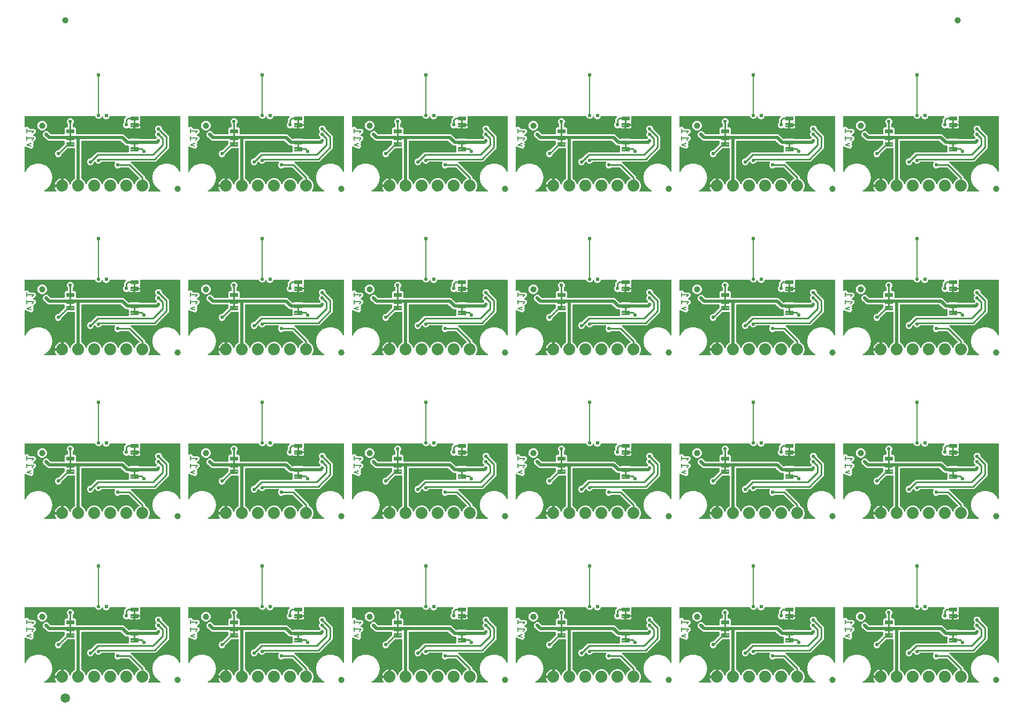
<source format=gbl>
G04 EAGLE Gerber RS-274X export*
G75*
%MOMM*%
%FSLAX34Y34*%
%LPD*%
%INBottom Copper*%
%IPPOS*%
%AMOC8*
5,1,8,0,0,1.08239X$1,22.5*%
G01*
%ADD10C,0.203200*%
%ADD11C,0.099059*%
%ADD12C,0.609600*%
%ADD13C,1.879600*%
%ADD14C,1.000000*%
%ADD15C,1.500000*%
%ADD16C,0.558800*%
%ADD17C,0.508000*%
%ADD18C,0.254000*%
%ADD19C,0.152400*%

G36*
X179121Y121304D02*
X179121Y121304D01*
X179117Y121326D01*
X179102Y121333D01*
X179096Y121342D01*
X179086Y121341D01*
X179070Y121348D01*
X176530Y121348D01*
X176511Y121336D01*
X176489Y121332D01*
X176482Y121317D01*
X176473Y121311D01*
X176474Y121301D01*
X176467Y121285D01*
X176467Y109184D01*
X176407Y109133D01*
X176375Y109085D01*
X176335Y109042D01*
X176296Y108967D01*
X176249Y108897D01*
X176232Y108841D01*
X176205Y108789D01*
X176194Y108721D01*
X176164Y108626D01*
X176161Y108526D01*
X176150Y108458D01*
X176150Y103250D01*
X171546Y103250D01*
X170773Y103457D01*
X170081Y103857D01*
X169444Y104494D01*
X169400Y104552D01*
X169394Y104557D01*
X169389Y104563D01*
X169280Y104642D01*
X169172Y104722D01*
X169165Y104725D01*
X169158Y104729D01*
X169032Y104775D01*
X168906Y104822D01*
X168898Y104823D01*
X168891Y104826D01*
X168758Y104834D01*
X168623Y104845D01*
X168616Y104843D01*
X168607Y104844D01*
X168329Y104783D01*
X168312Y104773D01*
X168296Y104770D01*
X166161Y103885D01*
X164039Y103885D01*
X162078Y104697D01*
X160577Y106198D01*
X159765Y108159D01*
X159765Y110281D01*
X160577Y112242D01*
X160992Y112656D01*
X161044Y112726D01*
X161104Y112790D01*
X161130Y112839D01*
X161163Y112884D01*
X161194Y112965D01*
X161234Y113043D01*
X161242Y113091D01*
X161264Y113149D01*
X161276Y113297D01*
X161289Y113374D01*
X161289Y118418D01*
X164073Y121202D01*
X164091Y121226D01*
X164113Y121245D01*
X164176Y121339D01*
X164244Y121429D01*
X164254Y121457D01*
X164271Y121481D01*
X164305Y121589D01*
X164345Y121695D01*
X164347Y121724D01*
X164356Y121752D01*
X164359Y121866D01*
X164369Y121978D01*
X164363Y122007D01*
X164364Y122036D01*
X164335Y122146D01*
X164313Y122257D01*
X164299Y122283D01*
X164292Y122311D01*
X164234Y122409D01*
X164182Y122509D01*
X164162Y122531D01*
X164147Y122556D01*
X164064Y122633D01*
X163986Y122715D01*
X163961Y122730D01*
X163939Y122750D01*
X163838Y122802D01*
X163741Y122859D01*
X163712Y122866D01*
X163686Y122880D01*
X163609Y122893D01*
X163465Y122929D01*
X163403Y122927D01*
X163355Y122935D01*
X139402Y122935D01*
X139401Y122935D01*
X139399Y122935D01*
X139259Y122915D01*
X139121Y122895D01*
X139119Y122895D01*
X139118Y122895D01*
X138990Y122837D01*
X138861Y122779D01*
X138860Y122778D01*
X138859Y122777D01*
X138752Y122686D01*
X138644Y122596D01*
X138644Y122594D01*
X138642Y122593D01*
X138634Y122580D01*
X138487Y122359D01*
X138478Y122330D01*
X138464Y122309D01*
X137834Y120786D01*
X136262Y119214D01*
X134208Y118363D01*
X131984Y118363D01*
X129930Y119214D01*
X128358Y120786D01*
X127801Y122132D01*
X127786Y122158D01*
X127777Y122186D01*
X127714Y122280D01*
X127656Y122377D01*
X127635Y122397D01*
X127618Y122422D01*
X127532Y122495D01*
X127449Y122572D01*
X127423Y122586D01*
X127401Y122605D01*
X127297Y122651D01*
X127197Y122703D01*
X127168Y122708D01*
X127141Y122720D01*
X127029Y122736D01*
X126918Y122758D01*
X126888Y122755D01*
X126859Y122759D01*
X126747Y122743D01*
X126634Y122733D01*
X126607Y122723D01*
X126578Y122718D01*
X126475Y122672D01*
X126369Y122631D01*
X126346Y122613D01*
X126319Y122601D01*
X126233Y122528D01*
X126142Y122460D01*
X126125Y122436D01*
X126103Y122417D01*
X126061Y122351D01*
X125972Y122232D01*
X125950Y122173D01*
X125925Y122132D01*
X125427Y120930D01*
X123926Y119429D01*
X121965Y118617D01*
X119843Y118617D01*
X117882Y119429D01*
X116381Y120930D01*
X115810Y122309D01*
X115810Y122310D01*
X115809Y122311D01*
X115738Y122432D01*
X115666Y122553D01*
X115665Y122554D01*
X115664Y122556D01*
X115560Y122653D01*
X115459Y122749D01*
X115458Y122749D01*
X115457Y122750D01*
X115331Y122815D01*
X115207Y122879D01*
X115205Y122879D01*
X115204Y122880D01*
X115189Y122882D01*
X114928Y122934D01*
X114897Y122931D01*
X114873Y122935D01*
X4572Y122935D01*
X4514Y122927D01*
X4456Y122929D01*
X4374Y122907D01*
X4290Y122895D01*
X4237Y122872D01*
X4181Y122857D01*
X4108Y122814D01*
X4031Y122779D01*
X3986Y122741D01*
X3936Y122712D01*
X3878Y122650D01*
X3814Y122596D01*
X3782Y122547D01*
X3742Y122504D01*
X3703Y122429D01*
X3656Y122359D01*
X3639Y122303D01*
X3612Y122251D01*
X3601Y122183D01*
X3571Y122088D01*
X3568Y121988D01*
X3557Y121920D01*
X3557Y106097D01*
X3561Y106068D01*
X3558Y106039D01*
X3581Y105928D01*
X3597Y105816D01*
X3609Y105789D01*
X3614Y105760D01*
X3667Y105659D01*
X3713Y105556D01*
X3732Y105534D01*
X3745Y105508D01*
X3823Y105426D01*
X3896Y105339D01*
X3921Y105323D01*
X3941Y105302D01*
X4039Y105245D01*
X4133Y105182D01*
X4161Y105173D01*
X4186Y105158D01*
X4296Y105130D01*
X4404Y105096D01*
X4434Y105095D01*
X4462Y105088D01*
X4575Y105092D01*
X4688Y105089D01*
X4717Y105096D01*
X4746Y105097D01*
X4854Y105132D01*
X4963Y105160D01*
X4989Y105175D01*
X5017Y105184D01*
X5081Y105230D01*
X5208Y105306D01*
X5251Y105351D01*
X5290Y105379D01*
X5893Y105982D01*
X8839Y105982D01*
X10938Y103883D01*
X10951Y103836D01*
X10963Y103753D01*
X10986Y103699D01*
X11001Y103643D01*
X11044Y103570D01*
X11079Y103493D01*
X11117Y103449D01*
X11146Y103398D01*
X11208Y103341D01*
X11262Y103276D01*
X11311Y103244D01*
X11354Y103204D01*
X11429Y103165D01*
X11499Y103119D01*
X11555Y103101D01*
X11607Y103074D01*
X11675Y103063D01*
X11770Y103033D01*
X11870Y103030D01*
X11938Y103019D01*
X17781Y103019D01*
X17844Y103028D01*
X17893Y103025D01*
X19134Y103163D01*
X19153Y103153D01*
X19248Y103097D01*
X19279Y103089D01*
X19307Y103074D01*
X19384Y103061D01*
X19493Y103033D01*
X20370Y102156D01*
X20421Y102118D01*
X20454Y102081D01*
X21428Y101302D01*
X21435Y101281D01*
X21462Y101174D01*
X21479Y101146D01*
X21488Y101116D01*
X21534Y101052D01*
X21591Y100956D01*
X21591Y99715D01*
X21600Y99652D01*
X21597Y99603D01*
X21735Y98363D01*
X21725Y98344D01*
X21668Y98248D01*
X21661Y98217D01*
X21646Y98189D01*
X21633Y98112D01*
X21605Y98003D01*
X20728Y97126D01*
X20690Y97075D01*
X20653Y97042D01*
X17670Y93314D01*
X17655Y93289D01*
X17635Y93268D01*
X17583Y93167D01*
X17526Y93070D01*
X17518Y93041D01*
X17505Y93015D01*
X17483Y92904D01*
X17454Y92794D01*
X17455Y92765D01*
X17449Y92736D01*
X17459Y92623D01*
X17462Y92510D01*
X17471Y92482D01*
X17474Y92453D01*
X17514Y92347D01*
X17549Y92239D01*
X17565Y92215D01*
X17575Y92187D01*
X17644Y92097D01*
X17707Y92003D01*
X17729Y91984D01*
X17747Y91961D01*
X17838Y91893D01*
X17924Y91820D01*
X17951Y91808D01*
X17974Y91790D01*
X18080Y91750D01*
X18184Y91704D01*
X18213Y91700D01*
X18240Y91690D01*
X18318Y91685D01*
X18465Y91665D01*
X18527Y91674D01*
X18575Y91671D01*
X19134Y91733D01*
X19153Y91723D01*
X19248Y91667D01*
X19279Y91659D01*
X19307Y91644D01*
X19384Y91631D01*
X19493Y91603D01*
X20370Y90726D01*
X20421Y90688D01*
X20454Y90651D01*
X21428Y89872D01*
X21435Y89851D01*
X21462Y89744D01*
X21479Y89716D01*
X21488Y89686D01*
X21534Y89622D01*
X21591Y89526D01*
X21591Y88285D01*
X21600Y88222D01*
X21597Y88173D01*
X21735Y86933D01*
X21725Y86914D01*
X21668Y86818D01*
X21661Y86787D01*
X21646Y86759D01*
X21633Y86682D01*
X21605Y86573D01*
X20728Y85696D01*
X20690Y85645D01*
X20653Y85613D01*
X17992Y82287D01*
X17966Y82242D01*
X17932Y82202D01*
X17894Y82120D01*
X17848Y82042D01*
X17835Y81992D01*
X17813Y81944D01*
X17799Y81854D01*
X17776Y81767D01*
X17778Y81715D01*
X17770Y81663D01*
X17781Y81591D01*
X17784Y81483D01*
X17812Y81396D01*
X17822Y81331D01*
X18318Y79843D01*
X17496Y78199D01*
X17491Y78183D01*
X17482Y78169D01*
X17446Y78048D01*
X17406Y77930D01*
X17405Y77913D01*
X17400Y77896D01*
X17399Y77770D01*
X17394Y77646D01*
X17398Y77629D01*
X17398Y77612D01*
X17419Y77544D01*
X17461Y77369D01*
X17485Y77328D01*
X17496Y77291D01*
X18318Y75647D01*
X17386Y72852D01*
X14751Y71534D01*
X7687Y73889D01*
X7672Y73892D01*
X7658Y73898D01*
X7532Y73917D01*
X7407Y73940D01*
X7392Y73939D01*
X7377Y73941D01*
X7309Y73930D01*
X7125Y73912D01*
X7099Y73902D01*
X6066Y74419D01*
X5987Y74445D01*
X5933Y74474D01*
X4893Y74820D01*
X4815Y74835D01*
X4740Y74859D01*
X4676Y74860D01*
X4613Y74872D01*
X4535Y74864D01*
X4456Y74866D01*
X4394Y74850D01*
X4331Y74843D01*
X4257Y74814D01*
X4181Y74794D01*
X4126Y74761D01*
X4067Y74738D01*
X4004Y74689D01*
X3936Y74649D01*
X3892Y74602D01*
X3842Y74563D01*
X3796Y74499D01*
X3742Y74441D01*
X3713Y74385D01*
X3675Y74333D01*
X3648Y74259D01*
X3612Y74188D01*
X3603Y74134D01*
X3578Y74066D01*
X3570Y73934D01*
X3557Y73857D01*
X3557Y35553D01*
X3559Y35533D01*
X3557Y35514D01*
X3579Y35393D01*
X3597Y35271D01*
X3605Y35253D01*
X3608Y35234D01*
X3663Y35124D01*
X3713Y35012D01*
X3725Y34997D01*
X3734Y34979D01*
X3817Y34889D01*
X3896Y34795D01*
X3913Y34784D01*
X3926Y34770D01*
X4031Y34705D01*
X4133Y34637D01*
X4152Y34631D01*
X4168Y34621D01*
X4287Y34589D01*
X4404Y34551D01*
X4424Y34551D01*
X4443Y34546D01*
X4565Y34547D01*
X4688Y34544D01*
X4707Y34549D01*
X4727Y34549D01*
X4845Y34585D01*
X4963Y34616D01*
X4980Y34626D01*
X4999Y34632D01*
X5102Y34699D01*
X5208Y34761D01*
X5221Y34776D01*
X5238Y34786D01*
X5284Y34843D01*
X5402Y34969D01*
X5426Y35014D01*
X5451Y35045D01*
X8210Y39824D01*
X14180Y44833D01*
X21503Y47499D01*
X29297Y47499D01*
X36620Y44833D01*
X42590Y39824D01*
X46486Y33075D01*
X47840Y25400D01*
X46486Y17725D01*
X42590Y10976D01*
X36620Y5967D01*
X35409Y5526D01*
X35314Y5475D01*
X35215Y5431D01*
X35189Y5409D01*
X35158Y5392D01*
X35081Y5317D01*
X34998Y5247D01*
X34979Y5219D01*
X34954Y5194D01*
X34901Y5101D01*
X34841Y5011D01*
X34830Y4978D01*
X34813Y4948D01*
X34788Y4843D01*
X34755Y4740D01*
X34754Y4705D01*
X34746Y4671D01*
X34750Y4564D01*
X34748Y4456D01*
X34756Y4422D01*
X34758Y4387D01*
X34792Y4285D01*
X34819Y4181D01*
X34837Y4151D01*
X34848Y4118D01*
X34910Y4029D01*
X34965Y3936D01*
X34990Y3912D01*
X35010Y3884D01*
X35093Y3816D01*
X35172Y3742D01*
X35203Y3726D01*
X35230Y3704D01*
X35329Y3661D01*
X35425Y3612D01*
X35456Y3607D01*
X35491Y3592D01*
X35704Y3566D01*
X35756Y3557D01*
X53393Y3557D01*
X53485Y3570D01*
X53576Y3573D01*
X53625Y3589D01*
X53675Y3597D01*
X53759Y3634D01*
X53846Y3663D01*
X53888Y3692D01*
X53934Y3713D01*
X54005Y3772D01*
X54080Y3824D01*
X54113Y3864D01*
X54151Y3896D01*
X54202Y3973D01*
X54261Y4044D01*
X54281Y4091D01*
X54309Y4133D01*
X54337Y4221D01*
X54373Y4305D01*
X54379Y4356D01*
X54395Y4404D01*
X54397Y4496D01*
X54409Y4587D01*
X54401Y4638D01*
X54402Y4688D01*
X54379Y4777D01*
X54364Y4868D01*
X54345Y4908D01*
X54330Y4963D01*
X54249Y5100D01*
X54215Y5169D01*
X53289Y6443D01*
X52436Y8117D01*
X51855Y9904D01*
X51734Y10669D01*
X62484Y10669D01*
X62542Y10677D01*
X62600Y10675D01*
X62682Y10697D01*
X62765Y10709D01*
X62819Y10733D01*
X62875Y10747D01*
X62948Y10790D01*
X63025Y10825D01*
X63069Y10863D01*
X63120Y10893D01*
X63177Y10954D01*
X63242Y11009D01*
X63274Y11057D01*
X63314Y11100D01*
X63353Y11175D01*
X63399Y11245D01*
X63417Y11301D01*
X63444Y11353D01*
X63455Y11421D01*
X63485Y11516D01*
X63488Y11616D01*
X63499Y11684D01*
X63499Y12701D01*
X64516Y12701D01*
X64574Y12709D01*
X64632Y12708D01*
X64714Y12729D01*
X64797Y12741D01*
X64851Y12765D01*
X64907Y12779D01*
X64980Y12822D01*
X65057Y12857D01*
X65102Y12895D01*
X65152Y12925D01*
X65210Y12986D01*
X65274Y13041D01*
X65306Y13089D01*
X65346Y13132D01*
X65385Y13207D01*
X65431Y13277D01*
X65449Y13333D01*
X65476Y13385D01*
X65487Y13453D01*
X65517Y13548D01*
X65520Y13648D01*
X65531Y13716D01*
X65531Y24466D01*
X66296Y24345D01*
X68083Y23764D01*
X69757Y22911D01*
X71278Y21806D01*
X72606Y20478D01*
X73711Y18957D01*
X74564Y17283D01*
X75169Y15420D01*
X75182Y15394D01*
X75189Y15364D01*
X75195Y15355D01*
X75196Y15348D01*
X75210Y15325D01*
X75221Y15291D01*
X75262Y15229D01*
X75294Y15164D01*
X75314Y15143D01*
X75328Y15117D01*
X75357Y15088D01*
X75379Y15055D01*
X75437Y15007D01*
X75485Y14953D01*
X75509Y14939D01*
X75531Y14917D01*
X75566Y14898D01*
X75597Y14872D01*
X75666Y14841D01*
X75727Y14804D01*
X75754Y14796D01*
X75781Y14782D01*
X75820Y14773D01*
X75857Y14757D01*
X75932Y14746D01*
X76001Y14727D01*
X76028Y14727D01*
X76059Y14721D01*
X76099Y14723D01*
X76138Y14718D01*
X76214Y14729D01*
X76285Y14729D01*
X76311Y14737D01*
X76342Y14739D01*
X76380Y14753D01*
X76420Y14759D01*
X76489Y14790D01*
X76557Y14810D01*
X76581Y14825D01*
X76610Y14836D01*
X76642Y14859D01*
X76679Y14876D01*
X76736Y14925D01*
X76797Y14963D01*
X76815Y14985D01*
X76840Y15002D01*
X76865Y15034D01*
X76895Y15060D01*
X76929Y15114D01*
X76984Y15177D01*
X76996Y15203D01*
X77015Y15226D01*
X77032Y15268D01*
X77053Y15301D01*
X77061Y15326D01*
X77073Y15345D01*
X78779Y19463D01*
X82137Y22821D01*
X83193Y23258D01*
X83194Y23259D01*
X83195Y23260D01*
X83314Y23330D01*
X83437Y23403D01*
X83438Y23404D01*
X83440Y23405D01*
X83537Y23508D01*
X83633Y23610D01*
X83633Y23611D01*
X83634Y23612D01*
X83697Y23735D01*
X83763Y23862D01*
X83763Y23864D01*
X83764Y23865D01*
X83766Y23880D01*
X83818Y24141D01*
X83815Y24172D01*
X83819Y24196D01*
X83819Y71628D01*
X83812Y71678D01*
X83813Y71695D01*
X83811Y71699D01*
X83813Y71744D01*
X83791Y71826D01*
X83779Y71910D01*
X83756Y71963D01*
X83741Y72019D01*
X83698Y72092D01*
X83663Y72169D01*
X83625Y72214D01*
X83596Y72264D01*
X83534Y72322D01*
X83480Y72386D01*
X83431Y72418D01*
X83388Y72458D01*
X83313Y72497D01*
X83243Y72544D01*
X83187Y72561D01*
X83135Y72588D01*
X83067Y72599D01*
X82972Y72629D01*
X82872Y72632D01*
X82804Y72643D01*
X72103Y72643D01*
X72016Y72631D01*
X71929Y72628D01*
X71876Y72611D01*
X71821Y72603D01*
X71742Y72568D01*
X71658Y72541D01*
X71619Y72513D01*
X71562Y72487D01*
X71449Y72391D01*
X71385Y72346D01*
X62782Y63743D01*
X62730Y63673D01*
X62670Y63609D01*
X62644Y63560D01*
X62611Y63516D01*
X62580Y63434D01*
X62540Y63356D01*
X62532Y63309D01*
X62510Y63250D01*
X62498Y63102D01*
X62485Y63025D01*
X62485Y62439D01*
X61673Y60478D01*
X60172Y58977D01*
X58211Y58165D01*
X56089Y58165D01*
X54128Y58977D01*
X52627Y60478D01*
X51815Y62439D01*
X51815Y64561D01*
X52627Y66522D01*
X54128Y68023D01*
X56089Y68835D01*
X56675Y68835D01*
X56762Y68847D01*
X56849Y68850D01*
X56902Y68867D01*
X56957Y68875D01*
X57036Y68910D01*
X57120Y68937D01*
X57159Y68965D01*
X57216Y68991D01*
X57329Y69087D01*
X57393Y69132D01*
X67012Y78751D01*
X67064Y78821D01*
X67124Y78885D01*
X67150Y78934D01*
X67183Y78978D01*
X67214Y79060D01*
X67254Y79138D01*
X67262Y79185D01*
X67284Y79244D01*
X67296Y79392D01*
X67309Y79469D01*
X67309Y82804D01*
X67302Y82853D01*
X67303Y82863D01*
X67301Y82868D01*
X67303Y82920D01*
X67281Y83002D01*
X67269Y83086D01*
X67246Y83139D01*
X67231Y83195D01*
X67188Y83268D01*
X67153Y83345D01*
X67115Y83390D01*
X67086Y83440D01*
X67024Y83498D01*
X66970Y83562D01*
X66921Y83594D01*
X66878Y83634D01*
X66803Y83673D01*
X66733Y83720D01*
X66677Y83737D01*
X66625Y83764D01*
X66557Y83775D01*
X66462Y83805D01*
X66362Y83808D01*
X66294Y83819D01*
X42169Y83819D01*
X40302Y84593D01*
X38730Y86165D01*
X35834Y89061D01*
X35809Y89079D01*
X35789Y89103D01*
X35723Y89144D01*
X35607Y89232D01*
X35547Y89254D01*
X35505Y89281D01*
X35078Y89457D01*
X33577Y90958D01*
X32765Y92919D01*
X32765Y95041D01*
X33577Y97002D01*
X35078Y98503D01*
X37039Y99315D01*
X39161Y99315D01*
X41122Y98503D01*
X42623Y97002D01*
X42799Y96575D01*
X42815Y96549D01*
X42825Y96519D01*
X42870Y96455D01*
X42944Y96330D01*
X42949Y96326D01*
X42950Y96324D01*
X42992Y96284D01*
X43019Y96246D01*
X44987Y94278D01*
X45057Y94226D01*
X45121Y94166D01*
X45170Y94140D01*
X45214Y94107D01*
X45296Y94076D01*
X45374Y94036D01*
X45422Y94028D01*
X45480Y94006D01*
X45628Y93994D01*
X45705Y93981D01*
X66294Y93981D01*
X66352Y93989D01*
X66410Y93987D01*
X66492Y94009D01*
X66576Y94021D01*
X66629Y94044D01*
X66685Y94059D01*
X66758Y94102D01*
X66835Y94137D01*
X66880Y94175D01*
X66930Y94204D01*
X66988Y94266D01*
X67052Y94320D01*
X67084Y94369D01*
X67124Y94412D01*
X67163Y94487D01*
X67210Y94557D01*
X67227Y94613D01*
X67254Y94665D01*
X67265Y94733D01*
X67295Y94828D01*
X67298Y94928D01*
X67309Y94996D01*
X67309Y103378D01*
X69088Y105157D01*
X71374Y105157D01*
X71432Y105165D01*
X71490Y105163D01*
X71572Y105185D01*
X71656Y105197D01*
X71709Y105220D01*
X71765Y105235D01*
X71838Y105278D01*
X71915Y105313D01*
X71960Y105351D01*
X72010Y105380D01*
X72068Y105442D01*
X72132Y105496D01*
X72164Y105545D01*
X72204Y105588D01*
X72243Y105663D01*
X72290Y105733D01*
X72307Y105789D01*
X72334Y105841D01*
X72345Y105909D01*
X72375Y106004D01*
X72378Y106104D01*
X72389Y106172D01*
X72389Y110146D01*
X72377Y110232D01*
X72374Y110320D01*
X72357Y110372D01*
X72349Y110427D01*
X72314Y110507D01*
X72287Y110590D01*
X72259Y110630D01*
X72233Y110687D01*
X72179Y110751D01*
X72153Y110794D01*
X72118Y110827D01*
X72092Y110864D01*
X71677Y111278D01*
X70865Y113239D01*
X70865Y115361D01*
X71677Y117322D01*
X73178Y118823D01*
X75139Y119635D01*
X77261Y119635D01*
X79222Y118823D01*
X80723Y117322D01*
X81535Y115361D01*
X81535Y113239D01*
X80723Y111278D01*
X80308Y110864D01*
X80294Y110845D01*
X80280Y110833D01*
X80250Y110788D01*
X80196Y110730D01*
X80170Y110681D01*
X80137Y110636D01*
X80106Y110555D01*
X80066Y110477D01*
X80058Y110429D01*
X80036Y110371D01*
X80024Y110223D01*
X80011Y110146D01*
X80011Y106172D01*
X80019Y106114D01*
X80017Y106056D01*
X80039Y105974D01*
X80051Y105890D01*
X80074Y105837D01*
X80089Y105781D01*
X80132Y105708D01*
X80167Y105631D01*
X80205Y105586D01*
X80234Y105536D01*
X80296Y105478D01*
X80350Y105414D01*
X80399Y105382D01*
X80442Y105342D01*
X80517Y105303D01*
X80587Y105256D01*
X80643Y105239D01*
X80695Y105212D01*
X80763Y105201D01*
X80858Y105171D01*
X80958Y105168D01*
X81026Y105157D01*
X83312Y105157D01*
X85091Y103378D01*
X85091Y94996D01*
X85099Y94938D01*
X85097Y94880D01*
X85119Y94798D01*
X85131Y94714D01*
X85154Y94661D01*
X85169Y94605D01*
X85212Y94532D01*
X85247Y94455D01*
X85285Y94410D01*
X85314Y94360D01*
X85376Y94302D01*
X85430Y94238D01*
X85479Y94206D01*
X85522Y94166D01*
X85597Y94127D01*
X85667Y94080D01*
X85723Y94063D01*
X85775Y94036D01*
X85843Y94025D01*
X85938Y93995D01*
X86038Y93992D01*
X86106Y93981D01*
X159761Y93981D01*
X161628Y93207D01*
X163556Y91279D01*
X163581Y91261D01*
X163601Y91237D01*
X163667Y91196D01*
X163783Y91108D01*
X163843Y91086D01*
X163885Y91059D01*
X164312Y90883D01*
X165813Y89382D01*
X165989Y88955D01*
X166005Y88929D01*
X166015Y88899D01*
X166060Y88835D01*
X166134Y88710D01*
X166181Y88666D01*
X166209Y88626D01*
X168050Y86785D01*
X168120Y86733D01*
X168184Y86673D01*
X168233Y86647D01*
X168277Y86614D01*
X168359Y86583D01*
X168437Y86543D01*
X168485Y86535D01*
X168543Y86513D01*
X168691Y86501D01*
X168768Y86488D01*
X169505Y86488D01*
X169592Y86500D01*
X169679Y86503D01*
X169732Y86520D01*
X169787Y86528D01*
X169866Y86563D01*
X169950Y86590D01*
X169989Y86618D01*
X170046Y86644D01*
X170159Y86740D01*
X170223Y86785D01*
X170688Y87250D01*
X184912Y87250D01*
X185377Y86785D01*
X185447Y86733D01*
X185511Y86673D01*
X185560Y86647D01*
X185604Y86614D01*
X185686Y86583D01*
X185764Y86543D01*
X185811Y86535D01*
X185870Y86513D01*
X186017Y86501D01*
X186095Y86488D01*
X210603Y86488D01*
X210689Y86500D01*
X210777Y86503D01*
X210829Y86520D01*
X210884Y86528D01*
X210964Y86563D01*
X211047Y86590D01*
X211087Y86618D01*
X211144Y86644D01*
X211257Y86740D01*
X211321Y86785D01*
X212718Y88182D01*
X212753Y88229D01*
X212795Y88269D01*
X212838Y88342D01*
X212889Y88409D01*
X212909Y88464D01*
X212939Y88514D01*
X212960Y88596D01*
X212990Y88675D01*
X212995Y88733D01*
X213009Y88790D01*
X213006Y88874D01*
X213013Y88958D01*
X213002Y89016D01*
X213000Y89074D01*
X212974Y89154D01*
X212957Y89237D01*
X212930Y89289D01*
X212913Y89345D01*
X212873Y89401D01*
X212826Y89489D01*
X212758Y89562D01*
X212718Y89618D01*
X211377Y90958D01*
X210565Y92919D01*
X210565Y95041D01*
X211377Y97002D01*
X212083Y97707D01*
X212118Y97754D01*
X212160Y97794D01*
X212203Y97867D01*
X212254Y97934D01*
X212274Y97989D01*
X212304Y98039D01*
X212325Y98121D01*
X212355Y98200D01*
X212360Y98258D01*
X212374Y98315D01*
X212371Y98399D01*
X212378Y98483D01*
X212367Y98541D01*
X212365Y98599D01*
X212339Y98679D01*
X212322Y98762D01*
X212296Y98814D01*
X212278Y98870D01*
X212237Y98926D01*
X212191Y99014D01*
X212123Y99087D01*
X212083Y99143D01*
X211377Y99848D01*
X210565Y101809D01*
X210565Y103931D01*
X211377Y105892D01*
X212878Y107393D01*
X214839Y108205D01*
X216961Y108205D01*
X218922Y107393D01*
X220423Y105892D01*
X221235Y103931D01*
X221235Y103345D01*
X221247Y103258D01*
X221250Y103171D01*
X221267Y103118D01*
X221275Y103063D01*
X221310Y102984D01*
X221337Y102900D01*
X221365Y102861D01*
X221391Y102804D01*
X221487Y102691D01*
X221532Y102627D01*
X232411Y91748D01*
X232411Y72082D01*
X211128Y50799D01*
X172941Y50799D01*
X172912Y50795D01*
X172883Y50798D01*
X172772Y50775D01*
X172659Y50759D01*
X172633Y50747D01*
X172604Y50742D01*
X172503Y50690D01*
X172400Y50643D01*
X172378Y50624D01*
X172352Y50611D01*
X172270Y50533D01*
X172183Y50460D01*
X172167Y50435D01*
X172145Y50415D01*
X172088Y50317D01*
X172025Y50223D01*
X172017Y50195D01*
X172002Y50170D01*
X171974Y50060D01*
X171940Y49952D01*
X171939Y49922D01*
X171932Y49894D01*
X171935Y49781D01*
X171932Y49668D01*
X171940Y49639D01*
X171941Y49610D01*
X171976Y49502D01*
X172004Y49393D01*
X172019Y49367D01*
X172028Y49339D01*
X172074Y49276D01*
X172149Y49148D01*
X172195Y49105D01*
X172223Y49066D01*
X194311Y26978D01*
X194311Y24722D01*
X194311Y24721D01*
X194311Y24719D01*
X194331Y24579D01*
X194351Y24441D01*
X194351Y24439D01*
X194351Y24438D01*
X194408Y24312D01*
X194467Y24181D01*
X194468Y24180D01*
X194469Y24179D01*
X194560Y24072D01*
X194650Y23964D01*
X194652Y23964D01*
X194653Y23962D01*
X194666Y23954D01*
X194887Y23807D01*
X194916Y23798D01*
X194937Y23784D01*
X197263Y22821D01*
X200621Y19463D01*
X202439Y15075D01*
X202439Y10325D01*
X200621Y5937D01*
X199974Y5290D01*
X199956Y5266D01*
X199934Y5247D01*
X199871Y5153D01*
X199803Y5063D01*
X199792Y5035D01*
X199776Y5011D01*
X199742Y4903D01*
X199702Y4797D01*
X199699Y4768D01*
X199690Y4740D01*
X199687Y4626D01*
X199678Y4514D01*
X199684Y4485D01*
X199683Y4456D01*
X199712Y4346D01*
X199734Y4235D01*
X199748Y4209D01*
X199755Y4181D01*
X199813Y4083D01*
X199865Y3983D01*
X199885Y3961D01*
X199900Y3936D01*
X199983Y3859D01*
X200061Y3777D01*
X200086Y3762D01*
X200107Y3742D01*
X200208Y3690D01*
X200306Y3633D01*
X200334Y3626D01*
X200361Y3612D01*
X200438Y3599D01*
X200582Y3563D01*
X200644Y3565D01*
X200692Y3557D01*
X218244Y3557D01*
X218351Y3572D01*
X218458Y3580D01*
X218491Y3592D01*
X218525Y3597D01*
X218624Y3641D01*
X218725Y3678D01*
X218753Y3699D01*
X218785Y3713D01*
X218867Y3783D01*
X218954Y3846D01*
X218975Y3874D01*
X219002Y3896D01*
X219062Y3986D01*
X219127Y4072D01*
X219140Y4104D01*
X219159Y4133D01*
X219192Y4236D01*
X219231Y4336D01*
X219235Y4371D01*
X219245Y4404D01*
X219248Y4512D01*
X219258Y4619D01*
X219251Y4654D01*
X219252Y4688D01*
X219225Y4793D01*
X219205Y4899D01*
X219189Y4930D01*
X219181Y4963D01*
X219125Y5056D01*
X219077Y5152D01*
X219053Y5178D01*
X219035Y5208D01*
X218957Y5282D01*
X218883Y5361D01*
X218856Y5376D01*
X218828Y5402D01*
X218637Y5500D01*
X218591Y5526D01*
X217380Y5967D01*
X211410Y10976D01*
X207514Y17725D01*
X206160Y25400D01*
X207514Y33075D01*
X211410Y39824D01*
X217380Y44833D01*
X224703Y47499D01*
X232497Y47499D01*
X239820Y44833D01*
X245790Y39824D01*
X248377Y35343D01*
X248389Y35328D01*
X248397Y35310D01*
X248476Y35216D01*
X248552Y35119D01*
X248568Y35108D01*
X248580Y35093D01*
X248683Y35025D01*
X248783Y34952D01*
X248801Y34946D01*
X248817Y34935D01*
X248934Y34898D01*
X249050Y34856D01*
X249069Y34855D01*
X249088Y34849D01*
X249211Y34846D01*
X249334Y34838D01*
X249353Y34842D01*
X249372Y34842D01*
X249491Y34873D01*
X249612Y34899D01*
X249628Y34908D01*
X249647Y34913D01*
X249753Y34976D01*
X249861Y35035D01*
X249875Y35048D01*
X249891Y35058D01*
X249976Y35148D01*
X250064Y35235D01*
X250073Y35251D01*
X250086Y35265D01*
X250142Y35375D01*
X250203Y35483D01*
X250207Y35501D01*
X250216Y35518D01*
X250228Y35591D01*
X250267Y35760D01*
X250265Y35810D01*
X250272Y35849D01*
X250339Y121919D01*
X250331Y121977D01*
X250333Y122036D01*
X250311Y122118D01*
X250300Y122201D01*
X250276Y122254D01*
X250261Y122311D01*
X250218Y122384D01*
X250184Y122460D01*
X250146Y122505D01*
X250116Y122556D01*
X250054Y122613D01*
X250000Y122677D01*
X249951Y122710D01*
X249908Y122750D01*
X249833Y122789D01*
X249764Y122835D01*
X249708Y122853D01*
X249655Y122880D01*
X249587Y122891D01*
X249493Y122921D01*
X249392Y122924D01*
X249324Y122935D01*
X187706Y122935D01*
X187648Y122927D01*
X187590Y122929D01*
X187508Y122907D01*
X187424Y122895D01*
X187371Y122872D01*
X187315Y122857D01*
X187242Y122814D01*
X187165Y122779D01*
X187120Y122741D01*
X187070Y122712D01*
X187012Y122650D01*
X186948Y122596D01*
X186916Y122547D01*
X186876Y122504D01*
X186837Y122429D01*
X186790Y122359D01*
X186773Y122303D01*
X186746Y122251D01*
X186735Y122183D01*
X186705Y122088D01*
X186702Y121988D01*
X186691Y121920D01*
X186691Y115443D01*
X186243Y114995D01*
X186202Y114940D01*
X186153Y114892D01*
X186117Y114827D01*
X186072Y114767D01*
X186047Y114704D01*
X186014Y114644D01*
X185997Y114572D01*
X185970Y114502D01*
X185965Y114434D01*
X185949Y114367D01*
X185953Y114293D01*
X185947Y114218D01*
X185960Y114152D01*
X185964Y114084D01*
X185986Y114025D01*
X186003Y113940D01*
X186053Y113843D01*
X186057Y113828D01*
X186063Y113817D01*
X186081Y113769D01*
X186484Y113072D01*
X186691Y112299D01*
X186691Y110743D01*
X179133Y110743D01*
X179133Y121285D01*
X179121Y121304D01*
G37*
G36*
X53485Y521730D02*
X53485Y521730D01*
X53576Y521733D01*
X53625Y521749D01*
X53675Y521757D01*
X53759Y521794D01*
X53846Y521823D01*
X53888Y521852D01*
X53934Y521873D01*
X54005Y521932D01*
X54080Y521984D01*
X54113Y522024D01*
X54151Y522056D01*
X54202Y522133D01*
X54261Y522204D01*
X54281Y522251D01*
X54309Y522293D01*
X54337Y522381D01*
X54373Y522465D01*
X54379Y522516D01*
X54395Y522564D01*
X54397Y522656D01*
X54409Y522747D01*
X54401Y522798D01*
X54402Y522848D01*
X54379Y522937D01*
X54364Y523028D01*
X54345Y523068D01*
X54330Y523123D01*
X54249Y523260D01*
X54215Y523329D01*
X53289Y524603D01*
X52436Y526277D01*
X51855Y528064D01*
X51734Y528829D01*
X62484Y528829D01*
X62542Y528837D01*
X62600Y528835D01*
X62682Y528857D01*
X62765Y528869D01*
X62819Y528893D01*
X62875Y528907D01*
X62948Y528950D01*
X63025Y528985D01*
X63069Y529023D01*
X63120Y529053D01*
X63177Y529114D01*
X63242Y529169D01*
X63274Y529217D01*
X63314Y529260D01*
X63353Y529335D01*
X63399Y529405D01*
X63417Y529461D01*
X63444Y529513D01*
X63455Y529581D01*
X63485Y529676D01*
X63488Y529776D01*
X63499Y529844D01*
X63499Y530861D01*
X64516Y530861D01*
X64574Y530869D01*
X64632Y530868D01*
X64714Y530889D01*
X64797Y530901D01*
X64851Y530925D01*
X64907Y530939D01*
X64980Y530982D01*
X65057Y531017D01*
X65102Y531055D01*
X65152Y531085D01*
X65210Y531146D01*
X65274Y531201D01*
X65306Y531249D01*
X65346Y531292D01*
X65385Y531367D01*
X65431Y531437D01*
X65449Y531493D01*
X65476Y531545D01*
X65487Y531613D01*
X65517Y531708D01*
X65520Y531808D01*
X65531Y531876D01*
X65531Y542626D01*
X66296Y542505D01*
X68083Y541924D01*
X69757Y541071D01*
X71278Y539966D01*
X72606Y538638D01*
X73711Y537117D01*
X74564Y535443D01*
X75169Y533580D01*
X75182Y533554D01*
X75189Y533524D01*
X75195Y533515D01*
X75196Y533508D01*
X75210Y533485D01*
X75221Y533451D01*
X75262Y533389D01*
X75294Y533324D01*
X75314Y533303D01*
X75328Y533277D01*
X75357Y533248D01*
X75379Y533215D01*
X75437Y533167D01*
X75485Y533113D01*
X75509Y533099D01*
X75531Y533077D01*
X75566Y533058D01*
X75597Y533032D01*
X75666Y533001D01*
X75727Y532964D01*
X75754Y532956D01*
X75781Y532942D01*
X75820Y532933D01*
X75857Y532917D01*
X75932Y532906D01*
X76001Y532887D01*
X76028Y532887D01*
X76059Y532881D01*
X76099Y532883D01*
X76138Y532878D01*
X76214Y532889D01*
X76285Y532889D01*
X76311Y532897D01*
X76342Y532899D01*
X76380Y532913D01*
X76420Y532919D01*
X76489Y532950D01*
X76557Y532970D01*
X76581Y532985D01*
X76610Y532996D01*
X76642Y533019D01*
X76679Y533036D01*
X76736Y533085D01*
X76797Y533123D01*
X76815Y533145D01*
X76840Y533162D01*
X76865Y533194D01*
X76895Y533220D01*
X76929Y533274D01*
X76984Y533337D01*
X76996Y533363D01*
X77015Y533386D01*
X77032Y533428D01*
X77053Y533461D01*
X77061Y533486D01*
X77073Y533505D01*
X78779Y537623D01*
X82137Y540981D01*
X83193Y541418D01*
X83194Y541419D01*
X83195Y541419D01*
X83312Y541489D01*
X83437Y541563D01*
X83439Y541564D01*
X83440Y541565D01*
X83535Y541666D01*
X83633Y541769D01*
X83633Y541771D01*
X83634Y541772D01*
X83698Y541897D01*
X83763Y542022D01*
X83763Y542024D01*
X83764Y542025D01*
X83766Y542040D01*
X83818Y542301D01*
X83815Y542332D01*
X83819Y542356D01*
X83819Y589788D01*
X83812Y589838D01*
X83813Y589855D01*
X83811Y589859D01*
X83813Y589904D01*
X83791Y589986D01*
X83779Y590070D01*
X83756Y590123D01*
X83741Y590179D01*
X83698Y590252D01*
X83663Y590329D01*
X83625Y590374D01*
X83596Y590424D01*
X83534Y590482D01*
X83480Y590546D01*
X83431Y590578D01*
X83388Y590618D01*
X83313Y590657D01*
X83243Y590704D01*
X83187Y590721D01*
X83135Y590748D01*
X83067Y590759D01*
X82972Y590789D01*
X82872Y590792D01*
X82804Y590803D01*
X72103Y590803D01*
X72016Y590791D01*
X71929Y590788D01*
X71876Y590771D01*
X71821Y590763D01*
X71742Y590728D01*
X71658Y590701D01*
X71619Y590673D01*
X71562Y590647D01*
X71449Y590551D01*
X71385Y590506D01*
X62782Y581903D01*
X62730Y581833D01*
X62670Y581769D01*
X62644Y581720D01*
X62611Y581676D01*
X62580Y581594D01*
X62540Y581516D01*
X62532Y581469D01*
X62510Y581410D01*
X62498Y581262D01*
X62485Y581185D01*
X62485Y580599D01*
X61673Y578638D01*
X60172Y577137D01*
X58211Y576325D01*
X56089Y576325D01*
X54128Y577137D01*
X52627Y578638D01*
X51815Y580599D01*
X51815Y582721D01*
X52627Y584682D01*
X54128Y586183D01*
X56089Y586995D01*
X56675Y586995D01*
X56762Y587007D01*
X56849Y587010D01*
X56902Y587027D01*
X56957Y587035D01*
X57036Y587070D01*
X57120Y587097D01*
X57159Y587125D01*
X57216Y587151D01*
X57329Y587247D01*
X57393Y587292D01*
X67012Y596911D01*
X67064Y596981D01*
X67124Y597045D01*
X67150Y597094D01*
X67183Y597138D01*
X67214Y597220D01*
X67254Y597298D01*
X67262Y597345D01*
X67284Y597404D01*
X67296Y597552D01*
X67309Y597629D01*
X67309Y600964D01*
X67302Y601013D01*
X67303Y601023D01*
X67301Y601028D01*
X67303Y601080D01*
X67281Y601162D01*
X67269Y601246D01*
X67246Y601299D01*
X67231Y601355D01*
X67188Y601428D01*
X67153Y601505D01*
X67115Y601550D01*
X67086Y601600D01*
X67024Y601658D01*
X66970Y601722D01*
X66921Y601754D01*
X66878Y601794D01*
X66803Y601833D01*
X66733Y601880D01*
X66677Y601897D01*
X66625Y601924D01*
X66557Y601935D01*
X66462Y601965D01*
X66362Y601968D01*
X66294Y601979D01*
X42169Y601979D01*
X40302Y602753D01*
X38730Y604325D01*
X35834Y607221D01*
X35809Y607239D01*
X35789Y607263D01*
X35723Y607304D01*
X35607Y607392D01*
X35547Y607414D01*
X35505Y607441D01*
X35078Y607617D01*
X33577Y609118D01*
X32765Y611079D01*
X32765Y613201D01*
X33577Y615162D01*
X35078Y616663D01*
X37039Y617475D01*
X39161Y617475D01*
X41122Y616663D01*
X42623Y615162D01*
X42799Y614735D01*
X42815Y614709D01*
X42825Y614679D01*
X42870Y614615D01*
X42944Y614490D01*
X42949Y614486D01*
X42950Y614484D01*
X42992Y614444D01*
X43019Y614406D01*
X44987Y612438D01*
X45057Y612386D01*
X45121Y612326D01*
X45170Y612300D01*
X45214Y612267D01*
X45296Y612236D01*
X45374Y612196D01*
X45422Y612188D01*
X45480Y612166D01*
X45628Y612154D01*
X45705Y612141D01*
X66294Y612141D01*
X66352Y612149D01*
X66410Y612147D01*
X66492Y612169D01*
X66576Y612181D01*
X66629Y612204D01*
X66685Y612219D01*
X66758Y612262D01*
X66835Y612297D01*
X66880Y612335D01*
X66930Y612364D01*
X66988Y612426D01*
X67052Y612480D01*
X67084Y612529D01*
X67124Y612572D01*
X67163Y612647D01*
X67210Y612717D01*
X67227Y612773D01*
X67254Y612825D01*
X67265Y612893D01*
X67295Y612988D01*
X67298Y613088D01*
X67309Y613156D01*
X67309Y621538D01*
X69088Y623317D01*
X71374Y623317D01*
X71432Y623325D01*
X71490Y623323D01*
X71572Y623345D01*
X71656Y623357D01*
X71709Y623380D01*
X71765Y623395D01*
X71838Y623438D01*
X71915Y623473D01*
X71960Y623511D01*
X72010Y623540D01*
X72068Y623602D01*
X72132Y623656D01*
X72164Y623705D01*
X72204Y623748D01*
X72243Y623823D01*
X72290Y623893D01*
X72307Y623949D01*
X72334Y624001D01*
X72345Y624069D01*
X72375Y624164D01*
X72378Y624264D01*
X72389Y624332D01*
X72389Y628306D01*
X72377Y628392D01*
X72374Y628480D01*
X72357Y628532D01*
X72349Y628587D01*
X72314Y628667D01*
X72287Y628750D01*
X72259Y628790D01*
X72233Y628847D01*
X72179Y628911D01*
X72153Y628954D01*
X72118Y628987D01*
X72092Y629024D01*
X71677Y629438D01*
X70865Y631399D01*
X70865Y633521D01*
X71677Y635482D01*
X73178Y636983D01*
X75139Y637795D01*
X77261Y637795D01*
X79222Y636983D01*
X80723Y635482D01*
X81535Y633521D01*
X81535Y631399D01*
X80723Y629438D01*
X80308Y629024D01*
X80294Y629005D01*
X80280Y628993D01*
X80250Y628948D01*
X80196Y628890D01*
X80170Y628841D01*
X80137Y628796D01*
X80106Y628715D01*
X80066Y628637D01*
X80058Y628589D01*
X80036Y628531D01*
X80024Y628383D01*
X80011Y628306D01*
X80011Y624332D01*
X80019Y624274D01*
X80017Y624216D01*
X80039Y624134D01*
X80051Y624050D01*
X80074Y623997D01*
X80089Y623941D01*
X80132Y623868D01*
X80167Y623791D01*
X80205Y623746D01*
X80234Y623696D01*
X80296Y623638D01*
X80350Y623574D01*
X80399Y623542D01*
X80442Y623502D01*
X80517Y623463D01*
X80587Y623416D01*
X80643Y623399D01*
X80695Y623372D01*
X80763Y623361D01*
X80858Y623331D01*
X80958Y623328D01*
X81026Y623317D01*
X83312Y623317D01*
X85091Y621538D01*
X85091Y613156D01*
X85099Y613098D01*
X85097Y613040D01*
X85119Y612958D01*
X85131Y612874D01*
X85154Y612821D01*
X85169Y612765D01*
X85212Y612692D01*
X85247Y612615D01*
X85285Y612570D01*
X85314Y612520D01*
X85376Y612462D01*
X85430Y612398D01*
X85479Y612366D01*
X85522Y612326D01*
X85597Y612287D01*
X85667Y612240D01*
X85723Y612223D01*
X85775Y612196D01*
X85843Y612185D01*
X85938Y612155D01*
X86038Y612152D01*
X86106Y612141D01*
X159761Y612141D01*
X161628Y611367D01*
X163556Y609439D01*
X163581Y609421D01*
X163601Y609397D01*
X163667Y609356D01*
X163783Y609268D01*
X163843Y609246D01*
X163885Y609219D01*
X164312Y609043D01*
X165813Y607542D01*
X165989Y607115D01*
X166005Y607089D01*
X166015Y607059D01*
X166060Y606995D01*
X166134Y606870D01*
X166181Y606826D01*
X166209Y606786D01*
X168050Y604945D01*
X168120Y604893D01*
X168184Y604833D01*
X168233Y604807D01*
X168277Y604774D01*
X168359Y604743D01*
X168437Y604703D01*
X168485Y604695D01*
X168543Y604673D01*
X168691Y604661D01*
X168768Y604648D01*
X169505Y604648D01*
X169592Y604660D01*
X169679Y604663D01*
X169732Y604680D01*
X169787Y604688D01*
X169866Y604723D01*
X169950Y604750D01*
X169989Y604778D01*
X170046Y604804D01*
X170159Y604900D01*
X170223Y604945D01*
X170688Y605410D01*
X184912Y605410D01*
X185377Y604945D01*
X185447Y604893D01*
X185511Y604833D01*
X185560Y604807D01*
X185604Y604774D01*
X185686Y604743D01*
X185764Y604703D01*
X185811Y604695D01*
X185870Y604673D01*
X186017Y604661D01*
X186095Y604648D01*
X210603Y604648D01*
X210689Y604660D01*
X210777Y604663D01*
X210829Y604680D01*
X210884Y604688D01*
X210964Y604723D01*
X211047Y604750D01*
X211087Y604778D01*
X211144Y604804D01*
X211257Y604900D01*
X211321Y604945D01*
X212718Y606342D01*
X212753Y606389D01*
X212795Y606429D01*
X212838Y606502D01*
X212889Y606569D01*
X212909Y606624D01*
X212939Y606674D01*
X212960Y606756D01*
X212990Y606835D01*
X212995Y606893D01*
X213009Y606950D01*
X213006Y607034D01*
X213013Y607118D01*
X213002Y607176D01*
X213000Y607234D01*
X212974Y607314D01*
X212957Y607397D01*
X212930Y607449D01*
X212913Y607505D01*
X212873Y607561D01*
X212826Y607649D01*
X212758Y607722D01*
X212718Y607778D01*
X211377Y609118D01*
X210565Y611079D01*
X210565Y613201D01*
X211377Y615162D01*
X212083Y615867D01*
X212118Y615914D01*
X212160Y615954D01*
X212203Y616027D01*
X212254Y616094D01*
X212274Y616149D01*
X212304Y616199D01*
X212325Y616281D01*
X212355Y616360D01*
X212360Y616418D01*
X212374Y616475D01*
X212371Y616559D01*
X212378Y616643D01*
X212367Y616701D01*
X212365Y616759D01*
X212339Y616839D01*
X212322Y616922D01*
X212296Y616974D01*
X212278Y617030D01*
X212237Y617086D01*
X212191Y617174D01*
X212123Y617247D01*
X212083Y617303D01*
X211377Y618008D01*
X210565Y619969D01*
X210565Y622091D01*
X211377Y624052D01*
X212878Y625553D01*
X214839Y626365D01*
X216961Y626365D01*
X218922Y625553D01*
X220423Y624052D01*
X221235Y622091D01*
X221235Y621505D01*
X221247Y621418D01*
X221250Y621331D01*
X221267Y621278D01*
X221275Y621223D01*
X221310Y621144D01*
X221337Y621060D01*
X221365Y621021D01*
X221391Y620964D01*
X221487Y620851D01*
X221532Y620787D01*
X232411Y609908D01*
X232411Y590242D01*
X211128Y568959D01*
X172941Y568959D01*
X172912Y568955D01*
X172883Y568958D01*
X172772Y568935D01*
X172659Y568919D01*
X172633Y568907D01*
X172604Y568902D01*
X172503Y568849D01*
X172400Y568803D01*
X172378Y568784D01*
X172352Y568771D01*
X172269Y568693D01*
X172183Y568620D01*
X172167Y568595D01*
X172145Y568575D01*
X172088Y568477D01*
X172025Y568383D01*
X172017Y568355D01*
X172002Y568330D01*
X171974Y568220D01*
X171940Y568112D01*
X171939Y568082D01*
X171932Y568054D01*
X171935Y567941D01*
X171932Y567828D01*
X171940Y567799D01*
X171941Y567770D01*
X171976Y567662D01*
X172004Y567553D01*
X172019Y567527D01*
X172028Y567499D01*
X172074Y567436D01*
X172149Y567308D01*
X172195Y567265D01*
X172223Y567226D01*
X174288Y565161D01*
X194311Y545138D01*
X194311Y542882D01*
X194311Y542881D01*
X194311Y542879D01*
X194331Y542739D01*
X194351Y542601D01*
X194351Y542599D01*
X194351Y542598D01*
X194408Y542472D01*
X194467Y542341D01*
X194468Y542340D01*
X194469Y542339D01*
X194560Y542232D01*
X194650Y542124D01*
X194652Y542124D01*
X194653Y542122D01*
X194666Y542114D01*
X194887Y541967D01*
X194916Y541958D01*
X194937Y541944D01*
X197263Y540981D01*
X200621Y537623D01*
X202439Y533235D01*
X202439Y528485D01*
X200621Y524097D01*
X199974Y523450D01*
X199956Y523426D01*
X199934Y523407D01*
X199871Y523313D01*
X199803Y523223D01*
X199792Y523195D01*
X199776Y523171D01*
X199742Y523063D01*
X199702Y522957D01*
X199699Y522928D01*
X199690Y522900D01*
X199687Y522786D01*
X199678Y522674D01*
X199684Y522645D01*
X199683Y522616D01*
X199712Y522506D01*
X199734Y522395D01*
X199748Y522369D01*
X199755Y522341D01*
X199813Y522243D01*
X199865Y522143D01*
X199885Y522121D01*
X199900Y522096D01*
X199983Y522019D01*
X200061Y521937D01*
X200086Y521922D01*
X200107Y521902D01*
X200208Y521850D01*
X200306Y521793D01*
X200334Y521786D01*
X200361Y521772D01*
X200438Y521759D01*
X200582Y521723D01*
X200644Y521725D01*
X200692Y521717D01*
X218244Y521717D01*
X218350Y521732D01*
X218458Y521740D01*
X218491Y521752D01*
X218525Y521757D01*
X218624Y521801D01*
X218725Y521838D01*
X218753Y521859D01*
X218785Y521873D01*
X218867Y521942D01*
X218954Y522006D01*
X218975Y522034D01*
X219002Y522056D01*
X219061Y522146D01*
X219127Y522232D01*
X219140Y522264D01*
X219159Y522293D01*
X219192Y522396D01*
X219231Y522496D01*
X219235Y522531D01*
X219245Y522564D01*
X219248Y522672D01*
X219258Y522779D01*
X219251Y522814D01*
X219252Y522848D01*
X219225Y522953D01*
X219205Y523059D01*
X219189Y523090D01*
X219180Y523123D01*
X219125Y523216D01*
X219077Y523312D01*
X219053Y523338D01*
X219035Y523368D01*
X218956Y523442D01*
X218883Y523521D01*
X218856Y523536D01*
X218828Y523562D01*
X218637Y523660D01*
X218591Y523686D01*
X217380Y524127D01*
X211410Y529136D01*
X207514Y535885D01*
X206160Y543560D01*
X207514Y551235D01*
X211410Y557984D01*
X217380Y562993D01*
X224703Y565659D01*
X232497Y565659D01*
X239820Y562993D01*
X245790Y557984D01*
X248377Y553503D01*
X248389Y553488D01*
X248397Y553470D01*
X248476Y553376D01*
X248552Y553279D01*
X248568Y553268D01*
X248580Y553253D01*
X248683Y553185D01*
X248783Y553112D01*
X248801Y553106D01*
X248817Y553095D01*
X248934Y553058D01*
X249050Y553016D01*
X249069Y553015D01*
X249088Y553009D01*
X249211Y553006D01*
X249334Y552998D01*
X249353Y553002D01*
X249372Y553002D01*
X249491Y553033D01*
X249612Y553059D01*
X249628Y553068D01*
X249647Y553073D01*
X249753Y553136D01*
X249861Y553195D01*
X249875Y553208D01*
X249891Y553218D01*
X249976Y553308D01*
X250064Y553395D01*
X250073Y553411D01*
X250086Y553425D01*
X250142Y553535D01*
X250203Y553643D01*
X250207Y553661D01*
X250216Y553678D01*
X250228Y553751D01*
X250267Y553920D01*
X250265Y553970D01*
X250272Y554009D01*
X250339Y640079D01*
X250331Y640137D01*
X250333Y640196D01*
X250311Y640278D01*
X250300Y640361D01*
X250276Y640414D01*
X250261Y640471D01*
X250218Y640544D01*
X250184Y640620D01*
X250146Y640665D01*
X250116Y640716D01*
X250054Y640773D01*
X250000Y640837D01*
X249951Y640870D01*
X249908Y640910D01*
X249833Y640949D01*
X249764Y640995D01*
X249708Y641013D01*
X249655Y641040D01*
X249587Y641051D01*
X249493Y641081D01*
X249392Y641084D01*
X249324Y641095D01*
X187706Y641095D01*
X187648Y641087D01*
X187590Y641089D01*
X187508Y641067D01*
X187424Y641055D01*
X187371Y641032D01*
X187315Y641017D01*
X187242Y640974D01*
X187165Y640939D01*
X187120Y640901D01*
X187070Y640872D01*
X187012Y640810D01*
X186948Y640756D01*
X186916Y640707D01*
X186876Y640664D01*
X186837Y640589D01*
X186790Y640519D01*
X186773Y640463D01*
X186746Y640411D01*
X186735Y640343D01*
X186705Y640248D01*
X186702Y640148D01*
X186691Y640080D01*
X186691Y633603D01*
X186243Y633154D01*
X186202Y633100D01*
X186153Y633052D01*
X186117Y632987D01*
X186072Y632927D01*
X186047Y632864D01*
X186014Y632804D01*
X185997Y632731D01*
X185970Y632662D01*
X185965Y632594D01*
X185949Y632527D01*
X185953Y632453D01*
X185947Y632378D01*
X185960Y632312D01*
X185964Y632243D01*
X185986Y632185D01*
X186003Y632100D01*
X186053Y632003D01*
X186057Y631988D01*
X186063Y631977D01*
X186081Y631929D01*
X186484Y631232D01*
X186691Y630459D01*
X186691Y628903D01*
X179133Y628903D01*
X179133Y639445D01*
X179121Y639464D01*
X179117Y639486D01*
X179102Y639493D01*
X179096Y639502D01*
X179086Y639501D01*
X179070Y639508D01*
X176530Y639508D01*
X176511Y639496D01*
X176489Y639492D01*
X176482Y639477D01*
X176473Y639471D01*
X176474Y639461D01*
X176467Y639445D01*
X176467Y627344D01*
X176407Y627293D01*
X176375Y627245D01*
X176335Y627202D01*
X176296Y627127D01*
X176249Y627057D01*
X176232Y627001D01*
X176205Y626949D01*
X176194Y626881D01*
X176164Y626786D01*
X176161Y626686D01*
X176150Y626618D01*
X176150Y621410D01*
X171546Y621410D01*
X170773Y621617D01*
X170081Y622017D01*
X169444Y622654D01*
X169400Y622712D01*
X169394Y622717D01*
X169389Y622723D01*
X169280Y622802D01*
X169172Y622882D01*
X169165Y622885D01*
X169158Y622889D01*
X169032Y622935D01*
X168906Y622982D01*
X168898Y622983D01*
X168891Y622986D01*
X168758Y622994D01*
X168623Y623005D01*
X168616Y623003D01*
X168607Y623004D01*
X168329Y622943D01*
X168312Y622933D01*
X168296Y622930D01*
X166161Y622045D01*
X164039Y622045D01*
X162078Y622857D01*
X160577Y624358D01*
X159765Y626319D01*
X159765Y628441D01*
X160577Y630402D01*
X160992Y630816D01*
X161044Y630886D01*
X161104Y630950D01*
X161130Y630999D01*
X161163Y631044D01*
X161194Y631125D01*
X161234Y631203D01*
X161242Y631251D01*
X161264Y631309D01*
X161276Y631457D01*
X161289Y631534D01*
X161289Y636578D01*
X164073Y639362D01*
X164091Y639386D01*
X164113Y639405D01*
X164176Y639499D01*
X164244Y639589D01*
X164254Y639617D01*
X164271Y639641D01*
X164305Y639749D01*
X164345Y639855D01*
X164347Y639884D01*
X164356Y639912D01*
X164359Y640026D01*
X164369Y640138D01*
X164363Y640167D01*
X164364Y640196D01*
X164335Y640306D01*
X164313Y640417D01*
X164299Y640443D01*
X164292Y640471D01*
X164234Y640569D01*
X164182Y640669D01*
X164162Y640691D01*
X164147Y640716D01*
X164064Y640793D01*
X163986Y640875D01*
X163961Y640890D01*
X163939Y640910D01*
X163838Y640962D01*
X163741Y641019D01*
X163712Y641026D01*
X163686Y641040D01*
X163609Y641053D01*
X163465Y641089D01*
X163403Y641087D01*
X163355Y641095D01*
X139402Y641095D01*
X139401Y641095D01*
X139399Y641095D01*
X139260Y641075D01*
X139121Y641055D01*
X139119Y641055D01*
X139118Y641055D01*
X138992Y640998D01*
X138862Y640939D01*
X138860Y640938D01*
X138859Y640937D01*
X138752Y640846D01*
X138645Y640756D01*
X138644Y640754D01*
X138642Y640753D01*
X138634Y640740D01*
X138487Y640519D01*
X138478Y640490D01*
X138464Y640469D01*
X137834Y638946D01*
X136262Y637374D01*
X134208Y636523D01*
X131984Y636523D01*
X129930Y637374D01*
X128358Y638946D01*
X127801Y640292D01*
X127786Y640318D01*
X127777Y640346D01*
X127714Y640440D01*
X127656Y640537D01*
X127635Y640557D01*
X127618Y640582D01*
X127532Y640655D01*
X127449Y640732D01*
X127423Y640746D01*
X127401Y640765D01*
X127297Y640811D01*
X127197Y640863D01*
X127168Y640868D01*
X127141Y640880D01*
X127029Y640896D01*
X126918Y640918D01*
X126888Y640915D01*
X126859Y640919D01*
X126747Y640903D01*
X126634Y640893D01*
X126607Y640883D01*
X126578Y640878D01*
X126475Y640832D01*
X126369Y640791D01*
X126346Y640773D01*
X126319Y640761D01*
X126233Y640688D01*
X126142Y640620D01*
X126125Y640596D01*
X126103Y640577D01*
X126061Y640511D01*
X125972Y640392D01*
X125950Y640333D01*
X125925Y640292D01*
X125427Y639090D01*
X123926Y637589D01*
X121965Y636777D01*
X119843Y636777D01*
X117882Y637589D01*
X116381Y639090D01*
X115810Y640469D01*
X115810Y640470D01*
X115809Y640471D01*
X115738Y640592D01*
X115666Y640713D01*
X115665Y640714D01*
X115664Y640716D01*
X115560Y640813D01*
X115459Y640909D01*
X115458Y640909D01*
X115457Y640910D01*
X115331Y640975D01*
X115207Y641039D01*
X115205Y641039D01*
X115204Y641040D01*
X115189Y641042D01*
X114928Y641094D01*
X114897Y641091D01*
X114873Y641095D01*
X4572Y641095D01*
X4514Y641087D01*
X4456Y641089D01*
X4374Y641067D01*
X4290Y641055D01*
X4237Y641032D01*
X4181Y641017D01*
X4108Y640974D01*
X4031Y640939D01*
X3986Y640901D01*
X3936Y640872D01*
X3878Y640810D01*
X3814Y640756D01*
X3782Y640707D01*
X3742Y640664D01*
X3703Y640589D01*
X3656Y640519D01*
X3639Y640463D01*
X3612Y640411D01*
X3601Y640343D01*
X3571Y640248D01*
X3568Y640148D01*
X3557Y640080D01*
X3557Y624257D01*
X3561Y624228D01*
X3558Y624199D01*
X3581Y624088D01*
X3597Y623976D01*
X3609Y623949D01*
X3614Y623920D01*
X3667Y623819D01*
X3713Y623716D01*
X3732Y623694D01*
X3745Y623668D01*
X3823Y623586D01*
X3896Y623499D01*
X3921Y623483D01*
X3941Y623462D01*
X4039Y623405D01*
X4133Y623342D01*
X4161Y623333D01*
X4186Y623318D01*
X4296Y623290D01*
X4404Y623256D01*
X4434Y623255D01*
X4462Y623248D01*
X4575Y623252D01*
X4688Y623249D01*
X4717Y623256D01*
X4746Y623257D01*
X4854Y623292D01*
X4963Y623320D01*
X4989Y623335D01*
X5017Y623344D01*
X5081Y623390D01*
X5208Y623466D01*
X5251Y623511D01*
X5290Y623539D01*
X5893Y624142D01*
X8839Y624142D01*
X10938Y622043D01*
X10951Y621996D01*
X10963Y621913D01*
X10986Y621859D01*
X11001Y621803D01*
X11044Y621730D01*
X11079Y621653D01*
X11117Y621609D01*
X11146Y621558D01*
X11208Y621501D01*
X11262Y621436D01*
X11311Y621404D01*
X11354Y621364D01*
X11429Y621325D01*
X11499Y621279D01*
X11555Y621261D01*
X11607Y621234D01*
X11675Y621223D01*
X11770Y621193D01*
X11870Y621190D01*
X11938Y621179D01*
X17781Y621179D01*
X17844Y621188D01*
X17893Y621185D01*
X19134Y621323D01*
X19153Y621313D01*
X19248Y621257D01*
X19279Y621249D01*
X19307Y621234D01*
X19384Y621221D01*
X19493Y621193D01*
X20370Y620316D01*
X20421Y620278D01*
X20454Y620241D01*
X21428Y619462D01*
X21435Y619441D01*
X21462Y619334D01*
X21479Y619306D01*
X21488Y619276D01*
X21534Y619212D01*
X21591Y619116D01*
X21591Y617875D01*
X21600Y617812D01*
X21597Y617763D01*
X21735Y616523D01*
X21725Y616504D01*
X21668Y616408D01*
X21661Y616377D01*
X21646Y616349D01*
X21633Y616272D01*
X21605Y616163D01*
X20728Y615286D01*
X20690Y615235D01*
X20653Y615202D01*
X17670Y611474D01*
X17655Y611449D01*
X17635Y611428D01*
X17583Y611327D01*
X17526Y611230D01*
X17518Y611201D01*
X17505Y611175D01*
X17483Y611064D01*
X17454Y610954D01*
X17455Y610925D01*
X17449Y610896D01*
X17459Y610783D01*
X17462Y610670D01*
X17471Y610642D01*
X17474Y610613D01*
X17514Y610507D01*
X17549Y610399D01*
X17565Y610375D01*
X17575Y610347D01*
X17644Y610257D01*
X17707Y610163D01*
X17729Y610144D01*
X17747Y610121D01*
X17838Y610053D01*
X17924Y609980D01*
X17951Y609968D01*
X17974Y609950D01*
X18080Y609910D01*
X18184Y609864D01*
X18213Y609860D01*
X18240Y609850D01*
X18318Y609845D01*
X18465Y609825D01*
X18527Y609834D01*
X18575Y609831D01*
X19134Y609893D01*
X19153Y609883D01*
X19248Y609827D01*
X19279Y609819D01*
X19307Y609804D01*
X19384Y609791D01*
X19493Y609763D01*
X20370Y608886D01*
X20421Y608848D01*
X20454Y608811D01*
X21428Y608032D01*
X21435Y608011D01*
X21462Y607904D01*
X21479Y607876D01*
X21488Y607846D01*
X21534Y607782D01*
X21591Y607686D01*
X21591Y606445D01*
X21600Y606382D01*
X21597Y606333D01*
X21735Y605093D01*
X21725Y605074D01*
X21668Y604978D01*
X21661Y604947D01*
X21646Y604919D01*
X21633Y604842D01*
X21605Y604733D01*
X20728Y603856D01*
X20690Y603805D01*
X20653Y603773D01*
X17992Y600447D01*
X17966Y600402D01*
X17932Y600362D01*
X17894Y600280D01*
X17848Y600202D01*
X17835Y600152D01*
X17813Y600104D01*
X17799Y600014D01*
X17776Y599927D01*
X17778Y599875D01*
X17770Y599823D01*
X17781Y599751D01*
X17784Y599643D01*
X17812Y599556D01*
X17822Y599491D01*
X18318Y598003D01*
X17496Y596359D01*
X17491Y596343D01*
X17482Y596329D01*
X17446Y596208D01*
X17406Y596090D01*
X17405Y596073D01*
X17400Y596056D01*
X17399Y595930D01*
X17394Y595806D01*
X17398Y595789D01*
X17398Y595772D01*
X17419Y595704D01*
X17461Y595529D01*
X17485Y595488D01*
X17496Y595451D01*
X18318Y593807D01*
X17386Y591012D01*
X14751Y589694D01*
X7687Y592049D01*
X7672Y592052D01*
X7658Y592058D01*
X7532Y592077D01*
X7407Y592100D01*
X7392Y592099D01*
X7377Y592101D01*
X7309Y592090D01*
X7125Y592072D01*
X7099Y592062D01*
X6066Y592579D01*
X5987Y592605D01*
X5933Y592634D01*
X4893Y592980D01*
X4815Y592995D01*
X4740Y593019D01*
X4676Y593020D01*
X4613Y593032D01*
X4535Y593024D01*
X4456Y593026D01*
X4394Y593010D01*
X4331Y593003D01*
X4257Y592974D01*
X4181Y592954D01*
X4126Y592921D01*
X4067Y592898D01*
X4004Y592849D01*
X3936Y592809D01*
X3892Y592762D01*
X3842Y592723D01*
X3796Y592659D01*
X3742Y592601D01*
X3713Y592545D01*
X3675Y592493D01*
X3648Y592419D01*
X3612Y592348D01*
X3603Y592294D01*
X3578Y592226D01*
X3570Y592094D01*
X3557Y592017D01*
X3557Y553713D01*
X3559Y553693D01*
X3557Y553674D01*
X3579Y553553D01*
X3597Y553431D01*
X3605Y553413D01*
X3608Y553394D01*
X3663Y553284D01*
X3713Y553172D01*
X3725Y553157D01*
X3734Y553139D01*
X3817Y553049D01*
X3896Y552955D01*
X3913Y552944D01*
X3926Y552930D01*
X4031Y552865D01*
X4133Y552797D01*
X4152Y552791D01*
X4168Y552781D01*
X4287Y552749D01*
X4404Y552711D01*
X4424Y552711D01*
X4443Y552706D01*
X4565Y552707D01*
X4688Y552704D01*
X4707Y552709D01*
X4727Y552709D01*
X4845Y552745D01*
X4963Y552776D01*
X4980Y552786D01*
X4999Y552792D01*
X5102Y552859D01*
X5208Y552921D01*
X5221Y552936D01*
X5238Y552946D01*
X5284Y553003D01*
X5402Y553129D01*
X5426Y553174D01*
X5451Y553205D01*
X8210Y557984D01*
X14180Y562993D01*
X21503Y565659D01*
X29297Y565659D01*
X36620Y562993D01*
X42590Y557984D01*
X46486Y551235D01*
X47840Y543560D01*
X46486Y535885D01*
X42590Y529136D01*
X36620Y524127D01*
X35409Y523686D01*
X35314Y523635D01*
X35215Y523591D01*
X35189Y523569D01*
X35158Y523552D01*
X35081Y523477D01*
X34998Y523407D01*
X34979Y523379D01*
X34954Y523354D01*
X34901Y523261D01*
X34841Y523171D01*
X34830Y523138D01*
X34813Y523108D01*
X34788Y523003D01*
X34755Y522900D01*
X34754Y522865D01*
X34746Y522831D01*
X34750Y522724D01*
X34748Y522616D01*
X34756Y522582D01*
X34758Y522547D01*
X34792Y522445D01*
X34820Y522341D01*
X34837Y522311D01*
X34848Y522278D01*
X34910Y522189D01*
X34965Y522096D01*
X34990Y522072D01*
X35010Y522044D01*
X35093Y521976D01*
X35172Y521902D01*
X35203Y521886D01*
X35230Y521864D01*
X35329Y521821D01*
X35425Y521772D01*
X35456Y521767D01*
X35491Y521752D01*
X35704Y521726D01*
X35756Y521717D01*
X53393Y521717D01*
X53485Y521730D01*
G37*
G36*
X830725Y262650D02*
X830725Y262650D01*
X830816Y262653D01*
X830865Y262669D01*
X830915Y262677D01*
X830999Y262714D01*
X831086Y262743D01*
X831128Y262772D01*
X831174Y262793D01*
X831245Y262852D01*
X831320Y262904D01*
X831353Y262944D01*
X831391Y262976D01*
X831442Y263053D01*
X831501Y263124D01*
X831521Y263171D01*
X831549Y263213D01*
X831577Y263301D01*
X831613Y263385D01*
X831619Y263436D01*
X831635Y263484D01*
X831637Y263576D01*
X831649Y263667D01*
X831641Y263718D01*
X831642Y263768D01*
X831619Y263857D01*
X831604Y263948D01*
X831585Y263988D01*
X831570Y264043D01*
X831489Y264180D01*
X831455Y264249D01*
X830529Y265523D01*
X829676Y267197D01*
X829095Y268984D01*
X828974Y269749D01*
X839724Y269749D01*
X839782Y269757D01*
X839840Y269755D01*
X839922Y269777D01*
X840005Y269789D01*
X840059Y269813D01*
X840115Y269827D01*
X840188Y269870D01*
X840265Y269905D01*
X840309Y269943D01*
X840360Y269973D01*
X840417Y270034D01*
X840482Y270089D01*
X840514Y270137D01*
X840554Y270180D01*
X840593Y270255D01*
X840639Y270325D01*
X840657Y270381D01*
X840684Y270433D01*
X840695Y270501D01*
X840725Y270596D01*
X840728Y270696D01*
X840739Y270764D01*
X840739Y271781D01*
X841756Y271781D01*
X841814Y271789D01*
X841872Y271788D01*
X841954Y271809D01*
X842037Y271821D01*
X842091Y271845D01*
X842147Y271859D01*
X842220Y271902D01*
X842297Y271937D01*
X842342Y271975D01*
X842392Y272005D01*
X842450Y272066D01*
X842514Y272121D01*
X842546Y272169D01*
X842586Y272212D01*
X842625Y272287D01*
X842671Y272357D01*
X842689Y272413D01*
X842716Y272465D01*
X842727Y272533D01*
X842757Y272628D01*
X842760Y272728D01*
X842771Y272796D01*
X842771Y283546D01*
X843536Y283425D01*
X845323Y282844D01*
X846997Y281991D01*
X848518Y280886D01*
X849846Y279558D01*
X850951Y278037D01*
X851804Y276363D01*
X852409Y274500D01*
X852422Y274474D01*
X852429Y274444D01*
X852435Y274435D01*
X852436Y274428D01*
X852450Y274405D01*
X852461Y274371D01*
X852502Y274309D01*
X852534Y274244D01*
X852554Y274223D01*
X852568Y274197D01*
X852597Y274168D01*
X852619Y274135D01*
X852677Y274087D01*
X852725Y274033D01*
X852749Y274019D01*
X852771Y273997D01*
X852806Y273978D01*
X852837Y273952D01*
X852906Y273921D01*
X852967Y273884D01*
X852994Y273876D01*
X853021Y273862D01*
X853060Y273853D01*
X853097Y273837D01*
X853172Y273826D01*
X853241Y273807D01*
X853268Y273807D01*
X853299Y273801D01*
X853339Y273803D01*
X853378Y273798D01*
X853454Y273809D01*
X853525Y273809D01*
X853551Y273817D01*
X853582Y273819D01*
X853620Y273833D01*
X853660Y273839D01*
X853729Y273870D01*
X853797Y273890D01*
X853821Y273905D01*
X853850Y273916D01*
X853882Y273939D01*
X853919Y273956D01*
X853976Y274005D01*
X854037Y274043D01*
X854055Y274065D01*
X854080Y274082D01*
X854105Y274114D01*
X854135Y274140D01*
X854169Y274194D01*
X854224Y274257D01*
X854236Y274283D01*
X854255Y274306D01*
X854272Y274348D01*
X854293Y274381D01*
X854301Y274406D01*
X854313Y274425D01*
X856019Y278543D01*
X859377Y281901D01*
X860433Y282338D01*
X860434Y282339D01*
X860435Y282339D01*
X860552Y282409D01*
X860677Y282483D01*
X860679Y282484D01*
X860680Y282485D01*
X860775Y282586D01*
X860873Y282689D01*
X860873Y282691D01*
X860874Y282692D01*
X860938Y282817D01*
X861003Y282942D01*
X861003Y282944D01*
X861004Y282945D01*
X861006Y282960D01*
X861058Y283221D01*
X861055Y283252D01*
X861059Y283276D01*
X861059Y330708D01*
X861052Y330758D01*
X861053Y330775D01*
X861051Y330779D01*
X861053Y330824D01*
X861031Y330906D01*
X861019Y330990D01*
X860996Y331043D01*
X860981Y331099D01*
X860938Y331172D01*
X860903Y331249D01*
X860865Y331294D01*
X860836Y331344D01*
X860774Y331402D01*
X860720Y331466D01*
X860671Y331498D01*
X860628Y331538D01*
X860553Y331577D01*
X860483Y331624D01*
X860427Y331641D01*
X860375Y331668D01*
X860307Y331679D01*
X860212Y331709D01*
X860112Y331712D01*
X860044Y331723D01*
X849343Y331723D01*
X849256Y331711D01*
X849169Y331708D01*
X849116Y331691D01*
X849061Y331683D01*
X848982Y331648D01*
X848898Y331621D01*
X848859Y331593D01*
X848802Y331567D01*
X848689Y331471D01*
X848625Y331426D01*
X840022Y322823D01*
X839970Y322753D01*
X839910Y322689D01*
X839884Y322640D01*
X839851Y322596D01*
X839820Y322514D01*
X839780Y322436D01*
X839772Y322389D01*
X839750Y322330D01*
X839738Y322182D01*
X839725Y322105D01*
X839725Y321519D01*
X838913Y319558D01*
X837412Y318057D01*
X835451Y317245D01*
X833329Y317245D01*
X831368Y318057D01*
X829867Y319558D01*
X829055Y321519D01*
X829055Y323641D01*
X829867Y325602D01*
X831368Y327103D01*
X833329Y327915D01*
X833915Y327915D01*
X834002Y327927D01*
X834089Y327930D01*
X834142Y327947D01*
X834197Y327955D01*
X834276Y327990D01*
X834360Y328017D01*
X834399Y328045D01*
X834456Y328071D01*
X834569Y328167D01*
X834633Y328212D01*
X844252Y337831D01*
X844304Y337901D01*
X844364Y337965D01*
X844390Y338014D01*
X844423Y338058D01*
X844454Y338140D01*
X844494Y338218D01*
X844502Y338265D01*
X844524Y338324D01*
X844536Y338472D01*
X844549Y338549D01*
X844549Y341884D01*
X844542Y341933D01*
X844543Y341943D01*
X844541Y341948D01*
X844543Y342000D01*
X844521Y342082D01*
X844509Y342166D01*
X844486Y342219D01*
X844471Y342275D01*
X844428Y342348D01*
X844393Y342425D01*
X844355Y342470D01*
X844326Y342520D01*
X844264Y342578D01*
X844210Y342642D01*
X844161Y342674D01*
X844118Y342714D01*
X844043Y342753D01*
X843973Y342800D01*
X843917Y342817D01*
X843865Y342844D01*
X843797Y342855D01*
X843702Y342885D01*
X843602Y342888D01*
X843534Y342899D01*
X819409Y342899D01*
X817542Y343673D01*
X815970Y345245D01*
X813074Y348141D01*
X813049Y348159D01*
X813029Y348183D01*
X812963Y348224D01*
X812847Y348312D01*
X812787Y348334D01*
X812745Y348361D01*
X812318Y348537D01*
X810817Y350038D01*
X810005Y351999D01*
X810005Y354121D01*
X810817Y356082D01*
X812318Y357583D01*
X814279Y358395D01*
X816401Y358395D01*
X818362Y357583D01*
X819863Y356082D01*
X820039Y355655D01*
X820055Y355629D01*
X820065Y355599D01*
X820110Y355535D01*
X820184Y355410D01*
X820189Y355406D01*
X820190Y355404D01*
X820232Y355364D01*
X820259Y355326D01*
X822227Y353358D01*
X822297Y353306D01*
X822361Y353246D01*
X822410Y353220D01*
X822454Y353187D01*
X822536Y353156D01*
X822614Y353116D01*
X822662Y353108D01*
X822720Y353086D01*
X822868Y353074D01*
X822945Y353061D01*
X843534Y353061D01*
X843592Y353069D01*
X843650Y353067D01*
X843732Y353089D01*
X843816Y353101D01*
X843869Y353124D01*
X843925Y353139D01*
X843998Y353182D01*
X844075Y353217D01*
X844120Y353255D01*
X844170Y353284D01*
X844228Y353346D01*
X844292Y353400D01*
X844324Y353449D01*
X844364Y353492D01*
X844403Y353567D01*
X844450Y353637D01*
X844467Y353693D01*
X844494Y353745D01*
X844505Y353813D01*
X844535Y353908D01*
X844538Y354008D01*
X844549Y354076D01*
X844549Y362458D01*
X846328Y364237D01*
X848614Y364237D01*
X848672Y364245D01*
X848730Y364243D01*
X848812Y364265D01*
X848896Y364277D01*
X848949Y364300D01*
X849005Y364315D01*
X849078Y364358D01*
X849155Y364393D01*
X849200Y364431D01*
X849250Y364460D01*
X849308Y364522D01*
X849372Y364576D01*
X849404Y364625D01*
X849444Y364668D01*
X849483Y364743D01*
X849530Y364813D01*
X849547Y364869D01*
X849574Y364921D01*
X849585Y364989D01*
X849615Y365084D01*
X849618Y365184D01*
X849629Y365252D01*
X849629Y369226D01*
X849617Y369312D01*
X849614Y369400D01*
X849597Y369452D01*
X849589Y369507D01*
X849554Y369587D01*
X849527Y369670D01*
X849499Y369710D01*
X849473Y369767D01*
X849419Y369831D01*
X849393Y369874D01*
X849358Y369907D01*
X849332Y369944D01*
X848917Y370358D01*
X848105Y372319D01*
X848105Y374441D01*
X848917Y376402D01*
X850418Y377903D01*
X852379Y378715D01*
X854501Y378715D01*
X856462Y377903D01*
X857963Y376402D01*
X858775Y374441D01*
X858775Y372319D01*
X857963Y370358D01*
X857548Y369944D01*
X857534Y369925D01*
X857520Y369913D01*
X857490Y369868D01*
X857436Y369810D01*
X857410Y369761D01*
X857377Y369716D01*
X857346Y369635D01*
X857306Y369557D01*
X857298Y369509D01*
X857276Y369451D01*
X857264Y369303D01*
X857251Y369226D01*
X857251Y365252D01*
X857259Y365194D01*
X857257Y365136D01*
X857279Y365054D01*
X857291Y364970D01*
X857314Y364917D01*
X857329Y364861D01*
X857372Y364788D01*
X857407Y364711D01*
X857445Y364666D01*
X857474Y364616D01*
X857536Y364558D01*
X857590Y364494D01*
X857639Y364462D01*
X857682Y364422D01*
X857757Y364383D01*
X857827Y364336D01*
X857883Y364319D01*
X857935Y364292D01*
X858003Y364281D01*
X858098Y364251D01*
X858198Y364248D01*
X858266Y364237D01*
X860552Y364237D01*
X862331Y362458D01*
X862331Y354076D01*
X862339Y354018D01*
X862337Y353960D01*
X862359Y353878D01*
X862371Y353794D01*
X862394Y353741D01*
X862409Y353685D01*
X862452Y353612D01*
X862487Y353535D01*
X862525Y353490D01*
X862554Y353440D01*
X862616Y353382D01*
X862670Y353318D01*
X862719Y353286D01*
X862762Y353246D01*
X862837Y353207D01*
X862907Y353160D01*
X862963Y353143D01*
X863015Y353116D01*
X863083Y353105D01*
X863178Y353075D01*
X863278Y353072D01*
X863346Y353061D01*
X937001Y353061D01*
X938868Y352287D01*
X940796Y350359D01*
X940821Y350341D01*
X940841Y350317D01*
X940907Y350276D01*
X941023Y350188D01*
X941083Y350166D01*
X941125Y350139D01*
X941552Y349963D01*
X943053Y348462D01*
X943229Y348035D01*
X943245Y348009D01*
X943255Y347979D01*
X943300Y347915D01*
X943374Y347790D01*
X943421Y347746D01*
X943449Y347706D01*
X945290Y345865D01*
X945360Y345813D01*
X945424Y345753D01*
X945473Y345727D01*
X945517Y345694D01*
X945599Y345663D01*
X945677Y345623D01*
X945725Y345615D01*
X945783Y345593D01*
X945931Y345581D01*
X946008Y345568D01*
X946745Y345568D01*
X946832Y345580D01*
X946919Y345583D01*
X946972Y345600D01*
X947027Y345608D01*
X947106Y345643D01*
X947190Y345670D01*
X947229Y345698D01*
X947286Y345724D01*
X947399Y345820D01*
X947463Y345865D01*
X947928Y346330D01*
X962152Y346330D01*
X962617Y345865D01*
X962687Y345813D01*
X962751Y345753D01*
X962800Y345727D01*
X962844Y345694D01*
X962926Y345663D01*
X963004Y345623D01*
X963051Y345615D01*
X963110Y345593D01*
X963257Y345581D01*
X963335Y345568D01*
X987843Y345568D01*
X987929Y345580D01*
X988017Y345583D01*
X988069Y345600D01*
X988124Y345608D01*
X988204Y345643D01*
X988287Y345670D01*
X988327Y345698D01*
X988384Y345724D01*
X988497Y345820D01*
X988561Y345865D01*
X989958Y347262D01*
X989993Y347309D01*
X990035Y347349D01*
X990078Y347422D01*
X990129Y347489D01*
X990149Y347544D01*
X990179Y347594D01*
X990200Y347676D01*
X990230Y347755D01*
X990235Y347813D01*
X990249Y347870D01*
X990246Y347954D01*
X990253Y348038D01*
X990242Y348096D01*
X990240Y348154D01*
X990214Y348234D01*
X990197Y348317D01*
X990170Y348369D01*
X990153Y348425D01*
X990113Y348481D01*
X990066Y348569D01*
X989998Y348642D01*
X989958Y348698D01*
X988617Y350038D01*
X987805Y351999D01*
X987805Y354121D01*
X988617Y356082D01*
X989323Y356787D01*
X989358Y356834D01*
X989400Y356874D01*
X989443Y356947D01*
X989494Y357014D01*
X989514Y357069D01*
X989544Y357119D01*
X989565Y357201D01*
X989595Y357280D01*
X989600Y357338D01*
X989614Y357395D01*
X989611Y357479D01*
X989618Y357563D01*
X989607Y357621D01*
X989605Y357679D01*
X989579Y357759D01*
X989562Y357842D01*
X989536Y357894D01*
X989518Y357950D01*
X989477Y358006D01*
X989431Y358094D01*
X989363Y358167D01*
X989323Y358223D01*
X988617Y358928D01*
X987805Y360889D01*
X987805Y363011D01*
X988617Y364972D01*
X990118Y366473D01*
X992079Y367285D01*
X994201Y367285D01*
X996162Y366473D01*
X997663Y364972D01*
X998475Y363011D01*
X998475Y362425D01*
X998487Y362338D01*
X998490Y362251D01*
X998507Y362198D01*
X998515Y362143D01*
X998550Y362064D01*
X998577Y361980D01*
X998605Y361941D01*
X998631Y361884D01*
X998727Y361771D01*
X998772Y361707D01*
X1009651Y350828D01*
X1009651Y331162D01*
X988368Y309879D01*
X950181Y309879D01*
X950152Y309875D01*
X950123Y309878D01*
X950012Y309855D01*
X949899Y309839D01*
X949873Y309827D01*
X949844Y309822D01*
X949743Y309769D01*
X949640Y309723D01*
X949618Y309704D01*
X949592Y309691D01*
X949509Y309613D01*
X949423Y309540D01*
X949407Y309515D01*
X949385Y309495D01*
X949328Y309397D01*
X949265Y309303D01*
X949257Y309275D01*
X949242Y309250D01*
X949214Y309140D01*
X949180Y309032D01*
X949179Y309002D01*
X949172Y308974D01*
X949175Y308861D01*
X949172Y308748D01*
X949180Y308719D01*
X949181Y308690D01*
X949216Y308582D01*
X949244Y308473D01*
X949259Y308447D01*
X949268Y308419D01*
X949314Y308356D01*
X949389Y308228D01*
X949435Y308185D01*
X949463Y308146D01*
X951528Y306081D01*
X971551Y286058D01*
X971551Y283802D01*
X971551Y283801D01*
X971551Y283799D01*
X971571Y283659D01*
X971591Y283521D01*
X971591Y283519D01*
X971591Y283518D01*
X971648Y283392D01*
X971707Y283261D01*
X971708Y283260D01*
X971709Y283259D01*
X971800Y283152D01*
X971890Y283044D01*
X971892Y283044D01*
X971893Y283042D01*
X971906Y283034D01*
X972127Y282887D01*
X972156Y282878D01*
X972177Y282864D01*
X974503Y281901D01*
X977861Y278543D01*
X979679Y274155D01*
X979679Y269405D01*
X977861Y265017D01*
X977214Y264370D01*
X977196Y264346D01*
X977174Y264327D01*
X977111Y264233D01*
X977043Y264143D01*
X977032Y264115D01*
X977016Y264091D01*
X976982Y263983D01*
X976942Y263877D01*
X976939Y263848D01*
X976930Y263820D01*
X976927Y263706D01*
X976918Y263594D01*
X976924Y263565D01*
X976923Y263536D01*
X976952Y263426D01*
X976974Y263315D01*
X976988Y263289D01*
X976995Y263261D01*
X977053Y263163D01*
X977105Y263063D01*
X977125Y263041D01*
X977140Y263016D01*
X977223Y262939D01*
X977301Y262857D01*
X977326Y262842D01*
X977347Y262822D01*
X977448Y262770D01*
X977546Y262713D01*
X977574Y262706D01*
X977601Y262692D01*
X977678Y262679D01*
X977822Y262643D01*
X977884Y262645D01*
X977932Y262637D01*
X995484Y262637D01*
X995590Y262652D01*
X995698Y262660D01*
X995731Y262672D01*
X995765Y262677D01*
X995864Y262721D01*
X995965Y262758D01*
X995993Y262779D01*
X996025Y262793D01*
X996107Y262862D01*
X996194Y262926D01*
X996215Y262954D01*
X996242Y262976D01*
X996301Y263066D01*
X996367Y263152D01*
X996380Y263184D01*
X996399Y263213D01*
X996432Y263316D01*
X996471Y263416D01*
X996475Y263451D01*
X996485Y263484D01*
X996488Y263592D01*
X996498Y263699D01*
X996491Y263734D01*
X996492Y263768D01*
X996465Y263873D01*
X996445Y263979D01*
X996429Y264010D01*
X996420Y264043D01*
X996365Y264136D01*
X996317Y264232D01*
X996293Y264258D01*
X996275Y264288D01*
X996196Y264362D01*
X996123Y264441D01*
X996096Y264456D01*
X996068Y264482D01*
X995877Y264580D01*
X995831Y264606D01*
X994620Y265047D01*
X988650Y270056D01*
X984754Y276805D01*
X983400Y284480D01*
X984754Y292155D01*
X988650Y298904D01*
X994620Y303913D01*
X1001943Y306579D01*
X1009737Y306579D01*
X1017060Y303913D01*
X1023030Y298904D01*
X1025617Y294423D01*
X1025629Y294408D01*
X1025637Y294390D01*
X1025716Y294296D01*
X1025792Y294199D01*
X1025808Y294188D01*
X1025820Y294173D01*
X1025923Y294105D01*
X1026023Y294032D01*
X1026041Y294026D01*
X1026057Y294015D01*
X1026174Y293978D01*
X1026290Y293936D01*
X1026309Y293935D01*
X1026328Y293929D01*
X1026451Y293926D01*
X1026574Y293918D01*
X1026593Y293922D01*
X1026612Y293922D01*
X1026731Y293953D01*
X1026852Y293979D01*
X1026868Y293988D01*
X1026887Y293993D01*
X1026993Y294056D01*
X1027101Y294115D01*
X1027115Y294128D01*
X1027131Y294138D01*
X1027216Y294228D01*
X1027304Y294315D01*
X1027313Y294331D01*
X1027326Y294345D01*
X1027382Y294455D01*
X1027443Y294563D01*
X1027447Y294581D01*
X1027456Y294598D01*
X1027468Y294671D01*
X1027507Y294840D01*
X1027505Y294890D01*
X1027512Y294929D01*
X1027579Y380999D01*
X1027571Y381057D01*
X1027573Y381116D01*
X1027551Y381198D01*
X1027540Y381281D01*
X1027516Y381334D01*
X1027501Y381391D01*
X1027458Y381464D01*
X1027424Y381540D01*
X1027386Y381585D01*
X1027356Y381636D01*
X1027294Y381693D01*
X1027240Y381757D01*
X1027191Y381790D01*
X1027148Y381830D01*
X1027073Y381869D01*
X1027004Y381915D01*
X1026948Y381933D01*
X1026895Y381960D01*
X1026827Y381971D01*
X1026733Y382001D01*
X1026632Y382004D01*
X1026564Y382015D01*
X964946Y382015D01*
X964888Y382007D01*
X964830Y382009D01*
X964748Y381987D01*
X964664Y381975D01*
X964611Y381952D01*
X964555Y381937D01*
X964482Y381894D01*
X964405Y381859D01*
X964360Y381821D01*
X964310Y381792D01*
X964252Y381730D01*
X964188Y381676D01*
X964156Y381627D01*
X964116Y381584D01*
X964077Y381509D01*
X964030Y381439D01*
X964013Y381383D01*
X963986Y381331D01*
X963975Y381263D01*
X963945Y381168D01*
X963942Y381068D01*
X963931Y381000D01*
X963931Y374523D01*
X963483Y374074D01*
X963442Y374020D01*
X963393Y373972D01*
X963357Y373907D01*
X963312Y373847D01*
X963287Y373784D01*
X963254Y373724D01*
X963237Y373651D01*
X963210Y373582D01*
X963205Y373514D01*
X963189Y373447D01*
X963193Y373373D01*
X963187Y373298D01*
X963200Y373232D01*
X963204Y373163D01*
X963226Y373105D01*
X963243Y373020D01*
X963293Y372923D01*
X963297Y372908D01*
X963303Y372897D01*
X963321Y372849D01*
X963724Y372152D01*
X963931Y371379D01*
X963931Y369823D01*
X956373Y369823D01*
X956373Y380365D01*
X956361Y380384D01*
X956357Y380406D01*
X956342Y380413D01*
X956336Y380422D01*
X956326Y380421D01*
X956310Y380428D01*
X953770Y380428D01*
X953751Y380416D01*
X953729Y380412D01*
X953722Y380397D01*
X953713Y380391D01*
X953714Y380381D01*
X953707Y380365D01*
X953707Y368264D01*
X953647Y368213D01*
X953615Y368165D01*
X953575Y368122D01*
X953536Y368047D01*
X953489Y367977D01*
X953472Y367921D01*
X953445Y367869D01*
X953434Y367801D01*
X953404Y367706D01*
X953401Y367606D01*
X953390Y367538D01*
X953390Y362330D01*
X948786Y362330D01*
X948013Y362537D01*
X947321Y362937D01*
X946684Y363574D01*
X946640Y363632D01*
X946634Y363637D01*
X946629Y363643D01*
X946520Y363722D01*
X946412Y363802D01*
X946405Y363805D01*
X946398Y363809D01*
X946272Y363855D01*
X946146Y363902D01*
X946138Y363903D01*
X946131Y363906D01*
X945998Y363914D01*
X945863Y363925D01*
X945856Y363923D01*
X945847Y363924D01*
X945569Y363863D01*
X945552Y363853D01*
X945536Y363850D01*
X943401Y362965D01*
X941279Y362965D01*
X939318Y363777D01*
X937817Y365278D01*
X937005Y367239D01*
X937005Y369361D01*
X937817Y371322D01*
X938232Y371736D01*
X938284Y371806D01*
X938344Y371870D01*
X938370Y371919D01*
X938403Y371964D01*
X938434Y372045D01*
X938474Y372123D01*
X938482Y372171D01*
X938504Y372229D01*
X938516Y372377D01*
X938529Y372454D01*
X938529Y377498D01*
X941313Y380282D01*
X941331Y380306D01*
X941353Y380325D01*
X941416Y380419D01*
X941484Y380509D01*
X941494Y380537D01*
X941511Y380561D01*
X941545Y380669D01*
X941585Y380775D01*
X941587Y380804D01*
X941596Y380832D01*
X941599Y380946D01*
X941609Y381058D01*
X941603Y381087D01*
X941604Y381116D01*
X941575Y381226D01*
X941553Y381337D01*
X941539Y381363D01*
X941532Y381391D01*
X941474Y381489D01*
X941422Y381589D01*
X941402Y381611D01*
X941387Y381636D01*
X941304Y381713D01*
X941226Y381795D01*
X941201Y381810D01*
X941179Y381830D01*
X941078Y381882D01*
X940981Y381939D01*
X940952Y381946D01*
X940926Y381960D01*
X940849Y381973D01*
X940705Y382009D01*
X940643Y382007D01*
X940595Y382015D01*
X916642Y382015D01*
X916641Y382015D01*
X916639Y382015D01*
X916500Y381995D01*
X916361Y381975D01*
X916359Y381975D01*
X916358Y381975D01*
X916232Y381918D01*
X916102Y381859D01*
X916100Y381858D01*
X916099Y381857D01*
X915992Y381766D01*
X915885Y381676D01*
X915884Y381674D01*
X915882Y381673D01*
X915874Y381660D01*
X915727Y381439D01*
X915718Y381410D01*
X915704Y381389D01*
X915074Y379866D01*
X913502Y378294D01*
X911448Y377443D01*
X909224Y377443D01*
X907170Y378294D01*
X905598Y379866D01*
X905041Y381212D01*
X905026Y381238D01*
X905017Y381266D01*
X904954Y381360D01*
X904896Y381457D01*
X904875Y381477D01*
X904858Y381502D01*
X904772Y381575D01*
X904689Y381652D01*
X904663Y381666D01*
X904641Y381685D01*
X904537Y381731D01*
X904437Y381783D01*
X904408Y381788D01*
X904381Y381800D01*
X904269Y381816D01*
X904158Y381838D01*
X904128Y381835D01*
X904099Y381839D01*
X903987Y381823D01*
X903874Y381813D01*
X903847Y381803D01*
X903818Y381798D01*
X903715Y381752D01*
X903609Y381711D01*
X903586Y381693D01*
X903559Y381681D01*
X903473Y381608D01*
X903382Y381540D01*
X903365Y381516D01*
X903343Y381497D01*
X903301Y381431D01*
X903212Y381312D01*
X903190Y381253D01*
X903165Y381212D01*
X902667Y380010D01*
X901166Y378509D01*
X899205Y377697D01*
X897083Y377697D01*
X895122Y378509D01*
X893621Y380010D01*
X893050Y381389D01*
X893050Y381390D01*
X893049Y381391D01*
X892978Y381512D01*
X892906Y381633D01*
X892905Y381634D01*
X892904Y381636D01*
X892800Y381733D01*
X892699Y381829D01*
X892698Y381829D01*
X892697Y381830D01*
X892571Y381895D01*
X892447Y381959D01*
X892445Y381959D01*
X892444Y381960D01*
X892429Y381962D01*
X892168Y382014D01*
X892137Y382011D01*
X892113Y382015D01*
X781812Y382015D01*
X781754Y382007D01*
X781696Y382009D01*
X781614Y381987D01*
X781530Y381975D01*
X781477Y381952D01*
X781421Y381937D01*
X781348Y381894D01*
X781271Y381859D01*
X781226Y381821D01*
X781176Y381792D01*
X781118Y381730D01*
X781054Y381676D01*
X781022Y381627D01*
X780982Y381584D01*
X780943Y381509D01*
X780896Y381439D01*
X780879Y381383D01*
X780852Y381331D01*
X780841Y381263D01*
X780811Y381168D01*
X780808Y381068D01*
X780797Y381000D01*
X780797Y365177D01*
X780801Y365148D01*
X780798Y365119D01*
X780821Y365008D01*
X780837Y364896D01*
X780849Y364869D01*
X780854Y364840D01*
X780907Y364739D01*
X780953Y364636D01*
X780972Y364614D01*
X780985Y364588D01*
X781063Y364506D01*
X781136Y364419D01*
X781161Y364403D01*
X781181Y364382D01*
X781279Y364325D01*
X781373Y364262D01*
X781401Y364253D01*
X781426Y364238D01*
X781536Y364210D01*
X781644Y364176D01*
X781674Y364175D01*
X781702Y364168D01*
X781815Y364172D01*
X781928Y364169D01*
X781957Y364176D01*
X781986Y364177D01*
X782094Y364212D01*
X782203Y364240D01*
X782229Y364255D01*
X782257Y364264D01*
X782321Y364310D01*
X782448Y364386D01*
X782491Y364431D01*
X782530Y364459D01*
X783133Y365062D01*
X786079Y365062D01*
X788178Y362963D01*
X788191Y362916D01*
X788203Y362833D01*
X788226Y362779D01*
X788241Y362723D01*
X788284Y362650D01*
X788319Y362573D01*
X788357Y362529D01*
X788386Y362478D01*
X788448Y362421D01*
X788502Y362356D01*
X788551Y362324D01*
X788594Y362284D01*
X788669Y362245D01*
X788739Y362199D01*
X788795Y362181D01*
X788847Y362154D01*
X788915Y362143D01*
X789010Y362113D01*
X789110Y362110D01*
X789178Y362099D01*
X795021Y362099D01*
X795084Y362108D01*
X795133Y362105D01*
X796374Y362243D01*
X796393Y362233D01*
X796488Y362177D01*
X796519Y362169D01*
X796547Y362154D01*
X796624Y362141D01*
X796733Y362113D01*
X797610Y361236D01*
X797661Y361198D01*
X797694Y361161D01*
X798668Y360382D01*
X798675Y360361D01*
X798702Y360254D01*
X798719Y360226D01*
X798728Y360196D01*
X798774Y360132D01*
X798831Y360036D01*
X798831Y358795D01*
X798840Y358732D01*
X798837Y358683D01*
X798975Y357443D01*
X798965Y357424D01*
X798908Y357328D01*
X798901Y357297D01*
X798886Y357269D01*
X798873Y357192D01*
X798845Y357083D01*
X797968Y356206D01*
X797930Y356155D01*
X797893Y356122D01*
X794910Y352394D01*
X794895Y352369D01*
X794875Y352348D01*
X794823Y352247D01*
X794766Y352150D01*
X794758Y352121D01*
X794745Y352095D01*
X794723Y351984D01*
X794694Y351874D01*
X794695Y351845D01*
X794689Y351816D01*
X794699Y351703D01*
X794702Y351590D01*
X794711Y351562D01*
X794714Y351533D01*
X794754Y351427D01*
X794789Y351319D01*
X794805Y351295D01*
X794815Y351267D01*
X794884Y351177D01*
X794947Y351083D01*
X794969Y351064D01*
X794987Y351041D01*
X795078Y350973D01*
X795164Y350900D01*
X795191Y350888D01*
X795214Y350870D01*
X795320Y350830D01*
X795424Y350784D01*
X795453Y350780D01*
X795480Y350770D01*
X795558Y350765D01*
X795705Y350745D01*
X795767Y350754D01*
X795815Y350751D01*
X796374Y350813D01*
X796393Y350803D01*
X796488Y350747D01*
X796519Y350739D01*
X796547Y350724D01*
X796624Y350711D01*
X796733Y350683D01*
X797610Y349806D01*
X797661Y349768D01*
X797694Y349731D01*
X798668Y348952D01*
X798675Y348931D01*
X798702Y348824D01*
X798719Y348796D01*
X798728Y348766D01*
X798774Y348702D01*
X798831Y348606D01*
X798831Y347365D01*
X798840Y347302D01*
X798837Y347253D01*
X798975Y346013D01*
X798965Y345994D01*
X798908Y345898D01*
X798901Y345867D01*
X798886Y345839D01*
X798873Y345762D01*
X798845Y345653D01*
X797968Y344776D01*
X797930Y344725D01*
X797893Y344693D01*
X795232Y341367D01*
X795206Y341322D01*
X795172Y341282D01*
X795134Y341200D01*
X795088Y341122D01*
X795075Y341072D01*
X795053Y341024D01*
X795039Y340934D01*
X795016Y340847D01*
X795018Y340795D01*
X795010Y340743D01*
X795021Y340671D01*
X795024Y340563D01*
X795052Y340476D01*
X795062Y340411D01*
X795558Y338923D01*
X794736Y337279D01*
X794731Y337263D01*
X794722Y337249D01*
X794686Y337128D01*
X794646Y337010D01*
X794645Y336993D01*
X794640Y336976D01*
X794639Y336850D01*
X794634Y336726D01*
X794638Y336709D01*
X794638Y336692D01*
X794659Y336624D01*
X794701Y336449D01*
X794725Y336408D01*
X794736Y336371D01*
X795558Y334727D01*
X794626Y331932D01*
X791991Y330614D01*
X784927Y332969D01*
X784912Y332972D01*
X784898Y332978D01*
X784772Y332997D01*
X784647Y333020D01*
X784632Y333019D01*
X784617Y333021D01*
X784549Y333010D01*
X784365Y332992D01*
X784339Y332982D01*
X783306Y333499D01*
X783227Y333525D01*
X783173Y333554D01*
X782133Y333900D01*
X782055Y333915D01*
X781980Y333939D01*
X781916Y333940D01*
X781853Y333952D01*
X781775Y333944D01*
X781696Y333946D01*
X781634Y333930D01*
X781571Y333923D01*
X781497Y333894D01*
X781421Y333874D01*
X781366Y333841D01*
X781307Y333818D01*
X781244Y333769D01*
X781176Y333729D01*
X781132Y333682D01*
X781082Y333643D01*
X781036Y333579D01*
X780982Y333521D01*
X780953Y333465D01*
X780915Y333413D01*
X780888Y333339D01*
X780852Y333268D01*
X780843Y333214D01*
X780818Y333146D01*
X780810Y333014D01*
X780797Y332937D01*
X780797Y294633D01*
X780799Y294613D01*
X780797Y294594D01*
X780819Y294473D01*
X780837Y294351D01*
X780845Y294333D01*
X780848Y294314D01*
X780903Y294204D01*
X780953Y294092D01*
X780965Y294077D01*
X780974Y294059D01*
X781057Y293969D01*
X781136Y293875D01*
X781153Y293864D01*
X781166Y293850D01*
X781271Y293785D01*
X781373Y293717D01*
X781392Y293711D01*
X781408Y293701D01*
X781527Y293669D01*
X781644Y293631D01*
X781664Y293631D01*
X781683Y293626D01*
X781805Y293627D01*
X781928Y293624D01*
X781947Y293629D01*
X781967Y293629D01*
X782085Y293665D01*
X782203Y293696D01*
X782220Y293706D01*
X782239Y293712D01*
X782342Y293779D01*
X782448Y293841D01*
X782461Y293856D01*
X782478Y293866D01*
X782524Y293923D01*
X782642Y294049D01*
X782666Y294094D01*
X782691Y294125D01*
X785450Y298904D01*
X791420Y303913D01*
X798743Y306579D01*
X806537Y306579D01*
X813860Y303913D01*
X819830Y298904D01*
X823726Y292155D01*
X825080Y284480D01*
X823726Y276805D01*
X819830Y270056D01*
X813860Y265047D01*
X812649Y264606D01*
X812554Y264555D01*
X812455Y264511D01*
X812429Y264489D01*
X812398Y264472D01*
X812321Y264397D01*
X812238Y264327D01*
X812219Y264299D01*
X812194Y264274D01*
X812141Y264181D01*
X812081Y264091D01*
X812070Y264058D01*
X812053Y264028D01*
X812028Y263923D01*
X811995Y263820D01*
X811994Y263785D01*
X811986Y263751D01*
X811990Y263644D01*
X811988Y263536D01*
X811996Y263502D01*
X811998Y263467D01*
X812032Y263365D01*
X812060Y263261D01*
X812077Y263231D01*
X812088Y263198D01*
X812150Y263109D01*
X812205Y263016D01*
X812230Y262992D01*
X812250Y262964D01*
X812333Y262896D01*
X812412Y262822D01*
X812443Y262806D01*
X812470Y262784D01*
X812569Y262741D01*
X812665Y262692D01*
X812696Y262687D01*
X812731Y262672D01*
X812944Y262646D01*
X812996Y262637D01*
X830633Y262637D01*
X830725Y262650D01*
G37*
G36*
X830725Y521730D02*
X830725Y521730D01*
X830816Y521733D01*
X830865Y521749D01*
X830915Y521757D01*
X830999Y521794D01*
X831086Y521823D01*
X831128Y521852D01*
X831174Y521873D01*
X831245Y521932D01*
X831320Y521984D01*
X831353Y522024D01*
X831391Y522056D01*
X831442Y522133D01*
X831501Y522204D01*
X831521Y522251D01*
X831549Y522293D01*
X831577Y522381D01*
X831613Y522465D01*
X831619Y522516D01*
X831635Y522564D01*
X831637Y522656D01*
X831649Y522747D01*
X831641Y522798D01*
X831642Y522848D01*
X831619Y522937D01*
X831604Y523028D01*
X831585Y523068D01*
X831570Y523123D01*
X831489Y523260D01*
X831455Y523329D01*
X830529Y524603D01*
X829676Y526277D01*
X829095Y528064D01*
X828974Y528829D01*
X839724Y528829D01*
X839782Y528837D01*
X839840Y528835D01*
X839922Y528857D01*
X840005Y528869D01*
X840059Y528893D01*
X840115Y528907D01*
X840188Y528950D01*
X840265Y528985D01*
X840309Y529023D01*
X840360Y529053D01*
X840417Y529114D01*
X840482Y529169D01*
X840514Y529217D01*
X840554Y529260D01*
X840593Y529335D01*
X840639Y529405D01*
X840657Y529461D01*
X840684Y529513D01*
X840695Y529581D01*
X840725Y529676D01*
X840728Y529776D01*
X840739Y529844D01*
X840739Y530861D01*
X841756Y530861D01*
X841814Y530869D01*
X841872Y530868D01*
X841954Y530889D01*
X842037Y530901D01*
X842091Y530925D01*
X842147Y530939D01*
X842220Y530982D01*
X842297Y531017D01*
X842342Y531055D01*
X842392Y531085D01*
X842450Y531146D01*
X842514Y531201D01*
X842546Y531249D01*
X842586Y531292D01*
X842625Y531367D01*
X842671Y531437D01*
X842689Y531493D01*
X842716Y531545D01*
X842727Y531613D01*
X842757Y531708D01*
X842760Y531808D01*
X842771Y531876D01*
X842771Y542626D01*
X843536Y542505D01*
X845323Y541924D01*
X846997Y541071D01*
X848518Y539966D01*
X849846Y538638D01*
X850951Y537117D01*
X851804Y535443D01*
X852409Y533580D01*
X852422Y533554D01*
X852429Y533524D01*
X852435Y533515D01*
X852436Y533508D01*
X852450Y533485D01*
X852461Y533451D01*
X852502Y533389D01*
X852534Y533324D01*
X852554Y533303D01*
X852568Y533277D01*
X852597Y533248D01*
X852619Y533215D01*
X852677Y533167D01*
X852725Y533113D01*
X852749Y533099D01*
X852771Y533077D01*
X852806Y533058D01*
X852837Y533032D01*
X852906Y533001D01*
X852967Y532964D01*
X852994Y532956D01*
X853021Y532942D01*
X853060Y532933D01*
X853097Y532917D01*
X853172Y532906D01*
X853241Y532887D01*
X853268Y532887D01*
X853299Y532881D01*
X853339Y532883D01*
X853378Y532878D01*
X853454Y532889D01*
X853525Y532889D01*
X853551Y532897D01*
X853582Y532899D01*
X853620Y532913D01*
X853660Y532919D01*
X853729Y532950D01*
X853797Y532970D01*
X853821Y532985D01*
X853850Y532996D01*
X853882Y533019D01*
X853919Y533036D01*
X853976Y533085D01*
X854037Y533123D01*
X854055Y533145D01*
X854080Y533162D01*
X854105Y533194D01*
X854135Y533220D01*
X854169Y533274D01*
X854224Y533337D01*
X854236Y533363D01*
X854255Y533386D01*
X854272Y533428D01*
X854293Y533461D01*
X854301Y533486D01*
X854313Y533505D01*
X856019Y537623D01*
X859377Y540981D01*
X860433Y541418D01*
X860434Y541419D01*
X860435Y541419D01*
X860552Y541489D01*
X860677Y541563D01*
X860679Y541564D01*
X860680Y541565D01*
X860775Y541666D01*
X860873Y541769D01*
X860873Y541771D01*
X860874Y541772D01*
X860938Y541897D01*
X861003Y542022D01*
X861003Y542024D01*
X861004Y542025D01*
X861006Y542040D01*
X861058Y542301D01*
X861055Y542332D01*
X861059Y542356D01*
X861059Y589788D01*
X861052Y589838D01*
X861053Y589855D01*
X861051Y589859D01*
X861053Y589904D01*
X861031Y589986D01*
X861019Y590070D01*
X860996Y590123D01*
X860981Y590179D01*
X860938Y590252D01*
X860903Y590329D01*
X860865Y590374D01*
X860836Y590424D01*
X860774Y590482D01*
X860720Y590546D01*
X860671Y590578D01*
X860628Y590618D01*
X860553Y590657D01*
X860483Y590704D01*
X860427Y590721D01*
X860375Y590748D01*
X860307Y590759D01*
X860212Y590789D01*
X860112Y590792D01*
X860044Y590803D01*
X849343Y590803D01*
X849256Y590791D01*
X849169Y590788D01*
X849116Y590771D01*
X849061Y590763D01*
X848982Y590728D01*
X848898Y590701D01*
X848859Y590673D01*
X848802Y590647D01*
X848689Y590551D01*
X848625Y590506D01*
X840022Y581903D01*
X839970Y581833D01*
X839910Y581769D01*
X839884Y581720D01*
X839851Y581676D01*
X839820Y581594D01*
X839780Y581516D01*
X839772Y581469D01*
X839750Y581410D01*
X839738Y581262D01*
X839725Y581185D01*
X839725Y580599D01*
X838913Y578638D01*
X837412Y577137D01*
X835451Y576325D01*
X833329Y576325D01*
X831368Y577137D01*
X829867Y578638D01*
X829055Y580599D01*
X829055Y582721D01*
X829867Y584682D01*
X831368Y586183D01*
X833329Y586995D01*
X833915Y586995D01*
X834002Y587007D01*
X834089Y587010D01*
X834142Y587027D01*
X834197Y587035D01*
X834276Y587070D01*
X834360Y587097D01*
X834399Y587125D01*
X834456Y587151D01*
X834569Y587247D01*
X834633Y587292D01*
X844252Y596911D01*
X844304Y596981D01*
X844364Y597045D01*
X844390Y597094D01*
X844423Y597138D01*
X844454Y597220D01*
X844494Y597298D01*
X844502Y597345D01*
X844524Y597404D01*
X844536Y597552D01*
X844549Y597629D01*
X844549Y600964D01*
X844542Y601013D01*
X844543Y601023D01*
X844541Y601028D01*
X844543Y601080D01*
X844521Y601162D01*
X844509Y601246D01*
X844486Y601299D01*
X844471Y601355D01*
X844428Y601428D01*
X844393Y601505D01*
X844355Y601550D01*
X844326Y601600D01*
X844264Y601658D01*
X844210Y601722D01*
X844161Y601754D01*
X844118Y601794D01*
X844043Y601833D01*
X843973Y601880D01*
X843917Y601897D01*
X843865Y601924D01*
X843797Y601935D01*
X843702Y601965D01*
X843602Y601968D01*
X843534Y601979D01*
X819409Y601979D01*
X817542Y602753D01*
X813074Y607221D01*
X813049Y607239D01*
X813029Y607263D01*
X812963Y607304D01*
X812847Y607392D01*
X812787Y607414D01*
X812745Y607441D01*
X812318Y607617D01*
X810817Y609118D01*
X810005Y611079D01*
X810005Y613201D01*
X810817Y615162D01*
X812318Y616663D01*
X814279Y617475D01*
X816401Y617475D01*
X818362Y616663D01*
X819863Y615162D01*
X820039Y614735D01*
X820055Y614709D01*
X820065Y614679D01*
X820110Y614615D01*
X820184Y614490D01*
X820189Y614486D01*
X820190Y614484D01*
X820232Y614444D01*
X820259Y614406D01*
X822227Y612438D01*
X822297Y612386D01*
X822361Y612326D01*
X822410Y612300D01*
X822454Y612267D01*
X822536Y612236D01*
X822614Y612196D01*
X822662Y612188D01*
X822720Y612166D01*
X822868Y612154D01*
X822945Y612141D01*
X843534Y612141D01*
X843592Y612149D01*
X843650Y612147D01*
X843732Y612169D01*
X843816Y612181D01*
X843869Y612204D01*
X843925Y612219D01*
X843998Y612262D01*
X844075Y612297D01*
X844120Y612335D01*
X844170Y612364D01*
X844228Y612426D01*
X844292Y612480D01*
X844324Y612529D01*
X844364Y612572D01*
X844403Y612647D01*
X844450Y612717D01*
X844467Y612773D01*
X844494Y612825D01*
X844505Y612893D01*
X844535Y612988D01*
X844538Y613088D01*
X844549Y613156D01*
X844549Y621538D01*
X846328Y623317D01*
X848614Y623317D01*
X848672Y623325D01*
X848730Y623323D01*
X848812Y623345D01*
X848896Y623357D01*
X848949Y623380D01*
X849005Y623395D01*
X849078Y623438D01*
X849155Y623473D01*
X849200Y623511D01*
X849250Y623540D01*
X849308Y623602D01*
X849372Y623656D01*
X849404Y623705D01*
X849444Y623748D01*
X849483Y623823D01*
X849530Y623893D01*
X849547Y623949D01*
X849574Y624001D01*
X849585Y624069D01*
X849615Y624164D01*
X849618Y624264D01*
X849629Y624332D01*
X849629Y628306D01*
X849617Y628392D01*
X849614Y628480D01*
X849597Y628532D01*
X849589Y628587D01*
X849554Y628667D01*
X849527Y628750D01*
X849499Y628790D01*
X849473Y628847D01*
X849419Y628911D01*
X849393Y628954D01*
X849358Y628987D01*
X849332Y629024D01*
X848917Y629438D01*
X848105Y631399D01*
X848105Y633521D01*
X848917Y635482D01*
X850418Y636983D01*
X852379Y637795D01*
X854501Y637795D01*
X856462Y636983D01*
X857963Y635482D01*
X858775Y633521D01*
X858775Y631399D01*
X857963Y629438D01*
X857548Y629024D01*
X857534Y629005D01*
X857520Y628993D01*
X857490Y628948D01*
X857436Y628890D01*
X857410Y628841D01*
X857377Y628796D01*
X857346Y628715D01*
X857306Y628637D01*
X857298Y628589D01*
X857276Y628531D01*
X857264Y628383D01*
X857251Y628306D01*
X857251Y624332D01*
X857259Y624274D01*
X857257Y624216D01*
X857279Y624134D01*
X857291Y624050D01*
X857314Y623997D01*
X857329Y623941D01*
X857372Y623868D01*
X857407Y623791D01*
X857445Y623746D01*
X857474Y623696D01*
X857536Y623638D01*
X857590Y623574D01*
X857639Y623542D01*
X857682Y623502D01*
X857757Y623463D01*
X857827Y623416D01*
X857883Y623399D01*
X857935Y623372D01*
X858003Y623361D01*
X858098Y623331D01*
X858198Y623328D01*
X858266Y623317D01*
X860552Y623317D01*
X862331Y621538D01*
X862331Y613156D01*
X862339Y613098D01*
X862337Y613040D01*
X862359Y612958D01*
X862371Y612874D01*
X862394Y612821D01*
X862409Y612765D01*
X862452Y612692D01*
X862487Y612615D01*
X862525Y612570D01*
X862554Y612520D01*
X862616Y612462D01*
X862670Y612398D01*
X862719Y612366D01*
X862762Y612326D01*
X862837Y612287D01*
X862907Y612240D01*
X862963Y612223D01*
X863015Y612196D01*
X863083Y612185D01*
X863178Y612155D01*
X863278Y612152D01*
X863346Y612141D01*
X937001Y612141D01*
X938868Y611367D01*
X940796Y609439D01*
X940821Y609421D01*
X940841Y609397D01*
X940907Y609356D01*
X941023Y609268D01*
X941083Y609246D01*
X941125Y609219D01*
X941552Y609043D01*
X943053Y607542D01*
X943229Y607115D01*
X943245Y607089D01*
X943255Y607059D01*
X943300Y606995D01*
X943374Y606870D01*
X943421Y606826D01*
X943449Y606786D01*
X945290Y604945D01*
X945360Y604893D01*
X945424Y604833D01*
X945473Y604807D01*
X945517Y604774D01*
X945599Y604743D01*
X945677Y604703D01*
X945725Y604695D01*
X945783Y604673D01*
X945931Y604661D01*
X946008Y604648D01*
X946745Y604648D01*
X946832Y604660D01*
X946919Y604663D01*
X946972Y604680D01*
X947027Y604688D01*
X947106Y604723D01*
X947190Y604750D01*
X947229Y604778D01*
X947286Y604804D01*
X947399Y604900D01*
X947463Y604945D01*
X947928Y605410D01*
X962152Y605410D01*
X962617Y604945D01*
X962687Y604893D01*
X962751Y604833D01*
X962800Y604807D01*
X962844Y604774D01*
X962926Y604743D01*
X963004Y604703D01*
X963051Y604695D01*
X963110Y604673D01*
X963257Y604661D01*
X963335Y604648D01*
X987843Y604648D01*
X987929Y604660D01*
X988017Y604663D01*
X988069Y604680D01*
X988124Y604688D01*
X988204Y604723D01*
X988287Y604750D01*
X988327Y604778D01*
X988384Y604804D01*
X988497Y604900D01*
X988561Y604945D01*
X989958Y606342D01*
X989993Y606389D01*
X990035Y606429D01*
X990078Y606502D01*
X990129Y606569D01*
X990149Y606624D01*
X990179Y606674D01*
X990200Y606756D01*
X990230Y606835D01*
X990235Y606893D01*
X990249Y606950D01*
X990246Y607034D01*
X990253Y607118D01*
X990242Y607176D01*
X990240Y607234D01*
X990214Y607314D01*
X990197Y607397D01*
X990171Y607449D01*
X990153Y607505D01*
X990112Y607561D01*
X990066Y607649D01*
X989998Y607722D01*
X989958Y607778D01*
X988617Y609118D01*
X987805Y611079D01*
X987805Y613201D01*
X988617Y615162D01*
X989323Y615867D01*
X989358Y615914D01*
X989400Y615954D01*
X989443Y616027D01*
X989494Y616094D01*
X989514Y616149D01*
X989544Y616199D01*
X989565Y616281D01*
X989595Y616360D01*
X989600Y616418D01*
X989614Y616475D01*
X989611Y616559D01*
X989618Y616643D01*
X989607Y616701D01*
X989605Y616759D01*
X989579Y616839D01*
X989562Y616922D01*
X989535Y616974D01*
X989518Y617030D01*
X989478Y617086D01*
X989431Y617174D01*
X989363Y617247D01*
X989323Y617303D01*
X988617Y618008D01*
X987805Y619969D01*
X987805Y622091D01*
X988617Y624052D01*
X990118Y625553D01*
X992079Y626365D01*
X994201Y626365D01*
X996162Y625553D01*
X997663Y624052D01*
X998475Y622091D01*
X998475Y621505D01*
X998487Y621418D01*
X998490Y621331D01*
X998507Y621278D01*
X998515Y621223D01*
X998550Y621144D01*
X998577Y621060D01*
X998605Y621021D01*
X998631Y620964D01*
X998727Y620851D01*
X998772Y620787D01*
X1009651Y609908D01*
X1009651Y590242D01*
X988368Y568959D01*
X950181Y568959D01*
X950152Y568955D01*
X950123Y568958D01*
X950012Y568935D01*
X949899Y568919D01*
X949873Y568907D01*
X949844Y568902D01*
X949743Y568849D01*
X949640Y568803D01*
X949618Y568784D01*
X949592Y568771D01*
X949509Y568693D01*
X949423Y568620D01*
X949407Y568595D01*
X949385Y568575D01*
X949328Y568477D01*
X949265Y568383D01*
X949257Y568355D01*
X949242Y568330D01*
X949214Y568220D01*
X949180Y568112D01*
X949179Y568082D01*
X949172Y568054D01*
X949175Y567941D01*
X949172Y567828D01*
X949180Y567799D01*
X949181Y567770D01*
X949216Y567662D01*
X949244Y567553D01*
X949259Y567527D01*
X949268Y567499D01*
X949314Y567436D01*
X949389Y567308D01*
X949435Y567265D01*
X949463Y567226D01*
X951528Y565161D01*
X971551Y545138D01*
X971551Y542882D01*
X971551Y542881D01*
X971551Y542879D01*
X971571Y542739D01*
X971591Y542601D01*
X971591Y542599D01*
X971591Y542598D01*
X971648Y542472D01*
X971707Y542341D01*
X971708Y542340D01*
X971709Y542339D01*
X971800Y542232D01*
X971890Y542124D01*
X971892Y542124D01*
X971893Y542122D01*
X971906Y542114D01*
X972127Y541967D01*
X972156Y541958D01*
X972177Y541944D01*
X974503Y540981D01*
X977861Y537623D01*
X979679Y533235D01*
X979679Y528485D01*
X977861Y524097D01*
X977214Y523450D01*
X977196Y523426D01*
X977174Y523407D01*
X977111Y523313D01*
X977043Y523223D01*
X977032Y523195D01*
X977016Y523171D01*
X976982Y523063D01*
X976942Y522957D01*
X976939Y522928D01*
X976930Y522900D01*
X976927Y522786D01*
X976918Y522674D01*
X976924Y522645D01*
X976923Y522616D01*
X976952Y522506D01*
X976974Y522395D01*
X976988Y522369D01*
X976995Y522341D01*
X977053Y522243D01*
X977105Y522143D01*
X977125Y522121D01*
X977140Y522096D01*
X977223Y522019D01*
X977301Y521937D01*
X977326Y521922D01*
X977347Y521902D01*
X977448Y521850D01*
X977546Y521793D01*
X977574Y521786D01*
X977601Y521772D01*
X977678Y521759D01*
X977822Y521723D01*
X977884Y521725D01*
X977932Y521717D01*
X995484Y521717D01*
X995590Y521732D01*
X995698Y521740D01*
X995731Y521752D01*
X995765Y521757D01*
X995864Y521801D01*
X995965Y521838D01*
X995993Y521859D01*
X996025Y521873D01*
X996107Y521942D01*
X996194Y522006D01*
X996215Y522034D01*
X996242Y522056D01*
X996301Y522146D01*
X996367Y522232D01*
X996380Y522264D01*
X996399Y522293D01*
X996432Y522396D01*
X996471Y522496D01*
X996475Y522531D01*
X996485Y522564D01*
X996488Y522672D01*
X996498Y522779D01*
X996491Y522814D01*
X996492Y522848D01*
X996465Y522953D01*
X996445Y523059D01*
X996429Y523090D01*
X996420Y523123D01*
X996365Y523216D01*
X996317Y523312D01*
X996293Y523338D01*
X996275Y523368D01*
X996196Y523442D01*
X996123Y523521D01*
X996096Y523536D01*
X996068Y523562D01*
X995877Y523660D01*
X995831Y523686D01*
X994620Y524127D01*
X988650Y529136D01*
X984754Y535885D01*
X983400Y543560D01*
X984754Y551235D01*
X988650Y557984D01*
X994620Y562993D01*
X1001943Y565659D01*
X1009737Y565659D01*
X1017060Y562993D01*
X1023030Y557984D01*
X1025617Y553503D01*
X1025629Y553488D01*
X1025637Y553470D01*
X1025716Y553376D01*
X1025792Y553279D01*
X1025808Y553268D01*
X1025820Y553253D01*
X1025923Y553185D01*
X1026023Y553112D01*
X1026041Y553106D01*
X1026057Y553095D01*
X1026174Y553058D01*
X1026290Y553016D01*
X1026309Y553015D01*
X1026328Y553009D01*
X1026451Y553006D01*
X1026574Y552998D01*
X1026593Y553002D01*
X1026612Y553002D01*
X1026731Y553033D01*
X1026852Y553059D01*
X1026868Y553068D01*
X1026887Y553073D01*
X1026993Y553136D01*
X1027101Y553195D01*
X1027115Y553208D01*
X1027131Y553218D01*
X1027216Y553308D01*
X1027304Y553395D01*
X1027313Y553411D01*
X1027326Y553425D01*
X1027382Y553535D01*
X1027443Y553643D01*
X1027447Y553661D01*
X1027456Y553678D01*
X1027468Y553751D01*
X1027507Y553920D01*
X1027505Y553970D01*
X1027512Y554009D01*
X1027579Y640079D01*
X1027571Y640137D01*
X1027573Y640196D01*
X1027551Y640278D01*
X1027540Y640361D01*
X1027516Y640414D01*
X1027501Y640471D01*
X1027458Y640544D01*
X1027424Y640620D01*
X1027386Y640665D01*
X1027356Y640716D01*
X1027294Y640773D01*
X1027240Y640837D01*
X1027191Y640870D01*
X1027148Y640910D01*
X1027073Y640949D01*
X1027004Y640995D01*
X1026948Y641013D01*
X1026895Y641040D01*
X1026827Y641051D01*
X1026733Y641081D01*
X1026632Y641084D01*
X1026564Y641095D01*
X964946Y641095D01*
X964888Y641087D01*
X964830Y641089D01*
X964748Y641067D01*
X964664Y641055D01*
X964611Y641032D01*
X964555Y641017D01*
X964482Y640974D01*
X964405Y640939D01*
X964360Y640901D01*
X964310Y640872D01*
X964252Y640810D01*
X964188Y640756D01*
X964156Y640707D01*
X964116Y640664D01*
X964077Y640589D01*
X964030Y640519D01*
X964013Y640463D01*
X963986Y640411D01*
X963975Y640343D01*
X963945Y640248D01*
X963942Y640148D01*
X963931Y640080D01*
X963931Y633603D01*
X963483Y633154D01*
X963442Y633100D01*
X963393Y633052D01*
X963357Y632987D01*
X963312Y632927D01*
X963287Y632864D01*
X963254Y632804D01*
X963237Y632731D01*
X963210Y632662D01*
X963205Y632594D01*
X963189Y632527D01*
X963193Y632453D01*
X963187Y632378D01*
X963200Y632312D01*
X963204Y632243D01*
X963226Y632185D01*
X963243Y632100D01*
X963293Y632003D01*
X963297Y631988D01*
X963303Y631977D01*
X963321Y631929D01*
X963724Y631232D01*
X963931Y630459D01*
X963931Y628903D01*
X956373Y628903D01*
X956373Y639445D01*
X956361Y639464D01*
X956357Y639486D01*
X956342Y639493D01*
X956336Y639502D01*
X956326Y639501D01*
X956310Y639508D01*
X953770Y639508D01*
X953751Y639496D01*
X953729Y639492D01*
X953722Y639477D01*
X953713Y639471D01*
X953714Y639461D01*
X953707Y639445D01*
X953707Y627344D01*
X953647Y627293D01*
X953615Y627245D01*
X953575Y627202D01*
X953536Y627127D01*
X953489Y627057D01*
X953472Y627001D01*
X953445Y626949D01*
X953434Y626881D01*
X953404Y626786D01*
X953401Y626686D01*
X953390Y626618D01*
X953390Y621410D01*
X948786Y621410D01*
X948013Y621617D01*
X947321Y622017D01*
X946684Y622654D01*
X946640Y622712D01*
X946634Y622717D01*
X946629Y622723D01*
X946520Y622802D01*
X946412Y622882D01*
X946405Y622885D01*
X946398Y622889D01*
X946272Y622935D01*
X946146Y622982D01*
X946138Y622983D01*
X946131Y622986D01*
X945998Y622994D01*
X945863Y623005D01*
X945856Y623003D01*
X945847Y623004D01*
X945569Y622943D01*
X945552Y622933D01*
X945536Y622930D01*
X943401Y622045D01*
X941279Y622045D01*
X939318Y622857D01*
X937817Y624358D01*
X937005Y626319D01*
X937005Y628441D01*
X937817Y630402D01*
X938232Y630816D01*
X938284Y630886D01*
X938344Y630950D01*
X938370Y630999D01*
X938403Y631044D01*
X938434Y631125D01*
X938474Y631203D01*
X938482Y631251D01*
X938504Y631309D01*
X938516Y631457D01*
X938529Y631534D01*
X938529Y636578D01*
X941313Y639362D01*
X941331Y639386D01*
X941353Y639405D01*
X941416Y639499D01*
X941484Y639589D01*
X941494Y639617D01*
X941511Y639641D01*
X941545Y639749D01*
X941585Y639855D01*
X941587Y639884D01*
X941596Y639912D01*
X941599Y640026D01*
X941609Y640138D01*
X941603Y640167D01*
X941604Y640196D01*
X941575Y640306D01*
X941553Y640417D01*
X941539Y640443D01*
X941532Y640471D01*
X941474Y640569D01*
X941422Y640669D01*
X941402Y640691D01*
X941387Y640716D01*
X941304Y640793D01*
X941226Y640875D01*
X941201Y640890D01*
X941179Y640910D01*
X941078Y640962D01*
X940981Y641019D01*
X940952Y641026D01*
X940926Y641040D01*
X940849Y641053D01*
X940705Y641089D01*
X940643Y641087D01*
X940595Y641095D01*
X916642Y641095D01*
X916641Y641095D01*
X916639Y641095D01*
X916500Y641075D01*
X916361Y641055D01*
X916359Y641055D01*
X916358Y641055D01*
X916232Y640998D01*
X916102Y640939D01*
X916100Y640938D01*
X916099Y640937D01*
X915992Y640846D01*
X915885Y640756D01*
X915884Y640754D01*
X915882Y640753D01*
X915874Y640740D01*
X915727Y640519D01*
X915718Y640490D01*
X915704Y640469D01*
X915074Y638946D01*
X913502Y637374D01*
X911448Y636523D01*
X909224Y636523D01*
X907170Y637374D01*
X905598Y638946D01*
X905041Y640292D01*
X905026Y640318D01*
X905017Y640346D01*
X904954Y640440D01*
X904896Y640537D01*
X904875Y640557D01*
X904858Y640582D01*
X904772Y640655D01*
X904689Y640732D01*
X904663Y640746D01*
X904641Y640765D01*
X904537Y640811D01*
X904437Y640863D01*
X904408Y640868D01*
X904381Y640880D01*
X904269Y640896D01*
X904158Y640918D01*
X904128Y640915D01*
X904099Y640919D01*
X903987Y640903D01*
X903874Y640893D01*
X903847Y640883D01*
X903818Y640878D01*
X903715Y640832D01*
X903609Y640791D01*
X903586Y640773D01*
X903559Y640761D01*
X903473Y640688D01*
X903382Y640620D01*
X903365Y640596D01*
X903343Y640577D01*
X903301Y640511D01*
X903212Y640392D01*
X903190Y640333D01*
X903165Y640292D01*
X902667Y639090D01*
X901166Y637589D01*
X899205Y636777D01*
X897083Y636777D01*
X895122Y637589D01*
X893621Y639090D01*
X893050Y640469D01*
X893050Y640470D01*
X893049Y640471D01*
X892978Y640592D01*
X892906Y640713D01*
X892905Y640714D01*
X892904Y640716D01*
X892800Y640813D01*
X892699Y640909D01*
X892698Y640909D01*
X892697Y640910D01*
X892571Y640975D01*
X892447Y641039D01*
X892445Y641039D01*
X892444Y641040D01*
X892429Y641042D01*
X892168Y641094D01*
X892137Y641091D01*
X892113Y641095D01*
X781812Y641095D01*
X781754Y641087D01*
X781696Y641089D01*
X781614Y641067D01*
X781530Y641055D01*
X781477Y641032D01*
X781421Y641017D01*
X781348Y640974D01*
X781271Y640939D01*
X781226Y640901D01*
X781176Y640872D01*
X781118Y640810D01*
X781054Y640756D01*
X781022Y640707D01*
X780982Y640664D01*
X780943Y640589D01*
X780896Y640519D01*
X780879Y640463D01*
X780852Y640411D01*
X780841Y640343D01*
X780811Y640248D01*
X780808Y640148D01*
X780797Y640080D01*
X780797Y624257D01*
X780801Y624228D01*
X780798Y624199D01*
X780821Y624088D01*
X780837Y623976D01*
X780849Y623949D01*
X780854Y623920D01*
X780907Y623819D01*
X780953Y623716D01*
X780972Y623694D01*
X780985Y623668D01*
X781063Y623586D01*
X781136Y623499D01*
X781161Y623483D01*
X781181Y623462D01*
X781279Y623405D01*
X781373Y623342D01*
X781401Y623333D01*
X781426Y623318D01*
X781536Y623290D01*
X781644Y623256D01*
X781674Y623255D01*
X781702Y623248D01*
X781815Y623252D01*
X781928Y623249D01*
X781957Y623256D01*
X781986Y623257D01*
X782094Y623292D01*
X782203Y623320D01*
X782229Y623335D01*
X782257Y623344D01*
X782321Y623390D01*
X782448Y623466D01*
X782491Y623511D01*
X782530Y623539D01*
X783133Y624142D01*
X786079Y624142D01*
X788178Y622043D01*
X788191Y621996D01*
X788203Y621913D01*
X788226Y621859D01*
X788241Y621803D01*
X788284Y621730D01*
X788319Y621653D01*
X788357Y621609D01*
X788386Y621558D01*
X788448Y621501D01*
X788502Y621436D01*
X788551Y621404D01*
X788594Y621364D01*
X788669Y621325D01*
X788739Y621279D01*
X788795Y621261D01*
X788847Y621234D01*
X788915Y621223D01*
X789010Y621193D01*
X789110Y621190D01*
X789178Y621179D01*
X795021Y621179D01*
X795084Y621188D01*
X795133Y621185D01*
X796374Y621323D01*
X796393Y621313D01*
X796488Y621257D01*
X796519Y621249D01*
X796547Y621234D01*
X796624Y621221D01*
X796733Y621193D01*
X797610Y620316D01*
X797661Y620278D01*
X797694Y620241D01*
X798668Y619462D01*
X798675Y619441D01*
X798702Y619334D01*
X798719Y619306D01*
X798728Y619276D01*
X798774Y619212D01*
X798831Y619116D01*
X798831Y617875D01*
X798840Y617812D01*
X798837Y617763D01*
X798975Y616523D01*
X798965Y616504D01*
X798908Y616408D01*
X798901Y616377D01*
X798886Y616349D01*
X798873Y616272D01*
X798845Y616163D01*
X797968Y615286D01*
X797930Y615235D01*
X797893Y615202D01*
X794910Y611474D01*
X794895Y611449D01*
X794875Y611428D01*
X794823Y611327D01*
X794766Y611230D01*
X794758Y611201D01*
X794745Y611175D01*
X794723Y611064D01*
X794694Y610954D01*
X794695Y610925D01*
X794689Y610896D01*
X794699Y610783D01*
X794702Y610670D01*
X794711Y610642D01*
X794714Y610613D01*
X794754Y610507D01*
X794789Y610399D01*
X794805Y610375D01*
X794815Y610347D01*
X794884Y610257D01*
X794947Y610163D01*
X794969Y610144D01*
X794987Y610121D01*
X795078Y610053D01*
X795164Y609980D01*
X795191Y609968D01*
X795214Y609950D01*
X795320Y609910D01*
X795424Y609864D01*
X795453Y609860D01*
X795480Y609850D01*
X795558Y609845D01*
X795705Y609825D01*
X795767Y609834D01*
X795815Y609831D01*
X796374Y609893D01*
X796393Y609883D01*
X796488Y609827D01*
X796519Y609819D01*
X796547Y609804D01*
X796624Y609791D01*
X796733Y609763D01*
X797610Y608886D01*
X797661Y608848D01*
X797694Y608811D01*
X798668Y608032D01*
X798675Y608011D01*
X798702Y607904D01*
X798719Y607876D01*
X798728Y607846D01*
X798774Y607782D01*
X798831Y607686D01*
X798831Y606445D01*
X798840Y606382D01*
X798837Y606333D01*
X798975Y605093D01*
X798965Y605074D01*
X798908Y604978D01*
X798901Y604947D01*
X798886Y604919D01*
X798873Y604842D01*
X798845Y604733D01*
X797968Y603856D01*
X797930Y603805D01*
X797893Y603773D01*
X795232Y600447D01*
X795206Y600402D01*
X795172Y600362D01*
X795134Y600280D01*
X795088Y600202D01*
X795075Y600152D01*
X795053Y600104D01*
X795039Y600014D01*
X795016Y599927D01*
X795018Y599875D01*
X795010Y599823D01*
X795021Y599751D01*
X795024Y599643D01*
X795052Y599556D01*
X795062Y599491D01*
X795558Y598003D01*
X794736Y596359D01*
X794731Y596343D01*
X794722Y596329D01*
X794686Y596208D01*
X794646Y596090D01*
X794645Y596073D01*
X794640Y596056D01*
X794639Y595930D01*
X794634Y595806D01*
X794638Y595789D01*
X794638Y595772D01*
X794659Y595704D01*
X794701Y595529D01*
X794725Y595488D01*
X794736Y595451D01*
X795558Y593807D01*
X794626Y591012D01*
X791991Y589694D01*
X784927Y592049D01*
X784912Y592052D01*
X784898Y592058D01*
X784772Y592077D01*
X784647Y592100D01*
X784632Y592099D01*
X784617Y592101D01*
X784549Y592090D01*
X784365Y592072D01*
X784339Y592062D01*
X783306Y592579D01*
X783227Y592605D01*
X783173Y592634D01*
X782133Y592980D01*
X782055Y592995D01*
X781980Y593019D01*
X781916Y593020D01*
X781853Y593032D01*
X781775Y593024D01*
X781696Y593026D01*
X781634Y593010D01*
X781571Y593003D01*
X781497Y592974D01*
X781421Y592954D01*
X781366Y592921D01*
X781307Y592898D01*
X781244Y592849D01*
X781176Y592809D01*
X781132Y592762D01*
X781082Y592723D01*
X781036Y592659D01*
X780982Y592601D01*
X780953Y592545D01*
X780915Y592493D01*
X780888Y592419D01*
X780852Y592348D01*
X780843Y592294D01*
X780818Y592226D01*
X780810Y592094D01*
X780797Y592017D01*
X780797Y553713D01*
X780799Y553693D01*
X780797Y553674D01*
X780819Y553553D01*
X780837Y553431D01*
X780845Y553413D01*
X780848Y553394D01*
X780903Y553284D01*
X780953Y553172D01*
X780965Y553157D01*
X780974Y553139D01*
X781057Y553049D01*
X781136Y552955D01*
X781153Y552944D01*
X781166Y552930D01*
X781271Y552865D01*
X781373Y552797D01*
X781392Y552791D01*
X781408Y552781D01*
X781527Y552749D01*
X781644Y552711D01*
X781664Y552711D01*
X781683Y552706D01*
X781805Y552707D01*
X781928Y552704D01*
X781947Y552709D01*
X781967Y552709D01*
X782085Y552745D01*
X782203Y552776D01*
X782220Y552786D01*
X782239Y552792D01*
X782342Y552859D01*
X782448Y552921D01*
X782461Y552936D01*
X782478Y552946D01*
X782524Y553003D01*
X782642Y553129D01*
X782666Y553174D01*
X782691Y553205D01*
X785450Y557984D01*
X791420Y562993D01*
X798743Y565659D01*
X806537Y565659D01*
X813860Y562993D01*
X819830Y557984D01*
X823726Y551235D01*
X825080Y543560D01*
X823726Y535885D01*
X819830Y529136D01*
X813860Y524127D01*
X812649Y523686D01*
X812554Y523635D01*
X812455Y523591D01*
X812429Y523569D01*
X812398Y523552D01*
X812321Y523477D01*
X812238Y523407D01*
X812219Y523379D01*
X812194Y523354D01*
X812141Y523261D01*
X812081Y523171D01*
X812070Y523138D01*
X812053Y523108D01*
X812028Y523003D01*
X811995Y522900D01*
X811994Y522865D01*
X811986Y522831D01*
X811990Y522724D01*
X811988Y522616D01*
X811996Y522582D01*
X811998Y522547D01*
X812032Y522445D01*
X812060Y522341D01*
X812077Y522311D01*
X812088Y522278D01*
X812150Y522189D01*
X812205Y522096D01*
X812230Y522072D01*
X812250Y522044D01*
X812333Y521976D01*
X812412Y521902D01*
X812443Y521886D01*
X812470Y521864D01*
X812569Y521821D01*
X812665Y521772D01*
X812696Y521767D01*
X812731Y521752D01*
X812944Y521726D01*
X812996Y521717D01*
X830633Y521717D01*
X830725Y521730D01*
G37*
G36*
X830724Y3570D02*
X830724Y3570D01*
X830816Y3573D01*
X830865Y3589D01*
X830915Y3597D01*
X830999Y3634D01*
X831086Y3663D01*
X831128Y3692D01*
X831174Y3713D01*
X831244Y3772D01*
X831320Y3824D01*
X831353Y3864D01*
X831391Y3896D01*
X831442Y3973D01*
X831501Y4044D01*
X831521Y4091D01*
X831549Y4133D01*
X831577Y4221D01*
X831613Y4305D01*
X831619Y4356D01*
X831635Y4404D01*
X831637Y4496D01*
X831648Y4587D01*
X831641Y4638D01*
X831642Y4688D01*
X831619Y4777D01*
X831604Y4868D01*
X831585Y4908D01*
X831570Y4963D01*
X831489Y5100D01*
X831455Y5169D01*
X830529Y6443D01*
X829676Y8117D01*
X829095Y9904D01*
X828974Y10669D01*
X839724Y10669D01*
X839782Y10677D01*
X839840Y10675D01*
X839922Y10697D01*
X840005Y10709D01*
X840059Y10733D01*
X840115Y10747D01*
X840188Y10790D01*
X840265Y10825D01*
X840309Y10863D01*
X840360Y10893D01*
X840417Y10954D01*
X840482Y11009D01*
X840514Y11057D01*
X840554Y11100D01*
X840593Y11175D01*
X840639Y11245D01*
X840657Y11301D01*
X840684Y11353D01*
X840695Y11421D01*
X840725Y11516D01*
X840728Y11616D01*
X840739Y11684D01*
X840739Y12701D01*
X841756Y12701D01*
X841814Y12709D01*
X841872Y12708D01*
X841954Y12729D01*
X842037Y12741D01*
X842091Y12765D01*
X842147Y12779D01*
X842220Y12822D01*
X842297Y12857D01*
X842342Y12895D01*
X842392Y12925D01*
X842450Y12986D01*
X842514Y13041D01*
X842546Y13089D01*
X842586Y13132D01*
X842625Y13207D01*
X842671Y13277D01*
X842689Y13333D01*
X842716Y13385D01*
X842727Y13453D01*
X842757Y13548D01*
X842760Y13648D01*
X842771Y13716D01*
X842771Y24466D01*
X843536Y24345D01*
X845323Y23764D01*
X846997Y22911D01*
X848518Y21806D01*
X849846Y20478D01*
X850951Y18957D01*
X851804Y17283D01*
X852409Y15420D01*
X852422Y15394D01*
X852429Y15364D01*
X852435Y15355D01*
X852436Y15348D01*
X852450Y15325D01*
X852461Y15291D01*
X852502Y15229D01*
X852534Y15164D01*
X852554Y15143D01*
X852568Y15117D01*
X852597Y15088D01*
X852619Y15055D01*
X852677Y15007D01*
X852725Y14953D01*
X852749Y14939D01*
X852771Y14917D01*
X852806Y14898D01*
X852837Y14872D01*
X852906Y14841D01*
X852967Y14804D01*
X852994Y14796D01*
X853021Y14782D01*
X853060Y14773D01*
X853097Y14757D01*
X853172Y14746D01*
X853241Y14727D01*
X853268Y14727D01*
X853299Y14721D01*
X853339Y14723D01*
X853378Y14718D01*
X853454Y14729D01*
X853525Y14729D01*
X853551Y14737D01*
X853582Y14739D01*
X853620Y14753D01*
X853660Y14759D01*
X853729Y14790D01*
X853797Y14810D01*
X853821Y14825D01*
X853850Y14836D01*
X853882Y14859D01*
X853919Y14876D01*
X853976Y14925D01*
X854037Y14963D01*
X854055Y14985D01*
X854080Y15002D01*
X854105Y15034D01*
X854135Y15060D01*
X854169Y15114D01*
X854224Y15177D01*
X854236Y15203D01*
X854255Y15226D01*
X854272Y15268D01*
X854293Y15301D01*
X854301Y15326D01*
X854313Y15345D01*
X856019Y19463D01*
X859377Y22821D01*
X860433Y23258D01*
X860434Y23259D01*
X860435Y23260D01*
X860554Y23330D01*
X860677Y23403D01*
X860678Y23404D01*
X860680Y23405D01*
X860777Y23508D01*
X860873Y23610D01*
X860873Y23611D01*
X860874Y23612D01*
X860937Y23735D01*
X861003Y23862D01*
X861003Y23864D01*
X861004Y23865D01*
X861006Y23880D01*
X861058Y24141D01*
X861055Y24172D01*
X861059Y24196D01*
X861059Y71628D01*
X861052Y71678D01*
X861053Y71695D01*
X861051Y71699D01*
X861053Y71744D01*
X861031Y71826D01*
X861019Y71910D01*
X860996Y71963D01*
X860981Y72019D01*
X860938Y72092D01*
X860903Y72169D01*
X860865Y72214D01*
X860836Y72264D01*
X860774Y72322D01*
X860720Y72386D01*
X860671Y72418D01*
X860628Y72458D01*
X860553Y72497D01*
X860483Y72544D01*
X860427Y72561D01*
X860375Y72588D01*
X860307Y72599D01*
X860212Y72629D01*
X860112Y72632D01*
X860044Y72643D01*
X849343Y72643D01*
X849256Y72631D01*
X849169Y72628D01*
X849116Y72611D01*
X849061Y72603D01*
X848982Y72568D01*
X848898Y72541D01*
X848859Y72513D01*
X848802Y72487D01*
X848689Y72391D01*
X848625Y72346D01*
X840022Y63743D01*
X839970Y63673D01*
X839910Y63609D01*
X839884Y63560D01*
X839851Y63516D01*
X839820Y63434D01*
X839780Y63356D01*
X839772Y63309D01*
X839750Y63250D01*
X839738Y63102D01*
X839725Y63025D01*
X839725Y62439D01*
X838913Y60478D01*
X837412Y58977D01*
X835451Y58165D01*
X833329Y58165D01*
X831368Y58977D01*
X829867Y60478D01*
X829055Y62439D01*
X829055Y64561D01*
X829867Y66522D01*
X831368Y68023D01*
X833329Y68835D01*
X833915Y68835D01*
X834002Y68847D01*
X834089Y68850D01*
X834142Y68867D01*
X834197Y68875D01*
X834276Y68910D01*
X834360Y68937D01*
X834399Y68965D01*
X834456Y68991D01*
X834569Y69087D01*
X834633Y69132D01*
X844252Y78751D01*
X844304Y78821D01*
X844364Y78885D01*
X844390Y78934D01*
X844423Y78978D01*
X844454Y79060D01*
X844494Y79138D01*
X844502Y79185D01*
X844524Y79244D01*
X844536Y79392D01*
X844549Y79469D01*
X844549Y82804D01*
X844542Y82853D01*
X844543Y82863D01*
X844541Y82868D01*
X844543Y82920D01*
X844521Y83002D01*
X844509Y83086D01*
X844486Y83139D01*
X844471Y83195D01*
X844428Y83268D01*
X844393Y83345D01*
X844355Y83390D01*
X844326Y83440D01*
X844264Y83498D01*
X844210Y83562D01*
X844161Y83594D01*
X844118Y83634D01*
X844043Y83673D01*
X843973Y83720D01*
X843917Y83737D01*
X843865Y83764D01*
X843797Y83775D01*
X843702Y83805D01*
X843602Y83808D01*
X843534Y83819D01*
X819409Y83819D01*
X817542Y84593D01*
X815970Y86165D01*
X813074Y89061D01*
X813049Y89079D01*
X813029Y89103D01*
X812963Y89144D01*
X812847Y89232D01*
X812787Y89254D01*
X812745Y89281D01*
X812318Y89457D01*
X810817Y90958D01*
X810005Y92919D01*
X810005Y95041D01*
X810817Y97002D01*
X812318Y98503D01*
X814279Y99315D01*
X816401Y99315D01*
X818362Y98503D01*
X819863Y97002D01*
X820039Y96575D01*
X820055Y96549D01*
X820065Y96519D01*
X820110Y96455D01*
X820184Y96330D01*
X820189Y96326D01*
X820190Y96324D01*
X820232Y96284D01*
X820259Y96246D01*
X822227Y94278D01*
X822297Y94226D01*
X822361Y94166D01*
X822410Y94140D01*
X822454Y94107D01*
X822536Y94076D01*
X822614Y94036D01*
X822662Y94028D01*
X822720Y94006D01*
X822868Y93994D01*
X822945Y93981D01*
X843534Y93981D01*
X843592Y93989D01*
X843650Y93987D01*
X843732Y94009D01*
X843816Y94021D01*
X843869Y94044D01*
X843925Y94059D01*
X843998Y94102D01*
X844075Y94137D01*
X844120Y94175D01*
X844170Y94204D01*
X844228Y94266D01*
X844292Y94320D01*
X844324Y94369D01*
X844364Y94412D01*
X844403Y94487D01*
X844450Y94557D01*
X844467Y94613D01*
X844494Y94665D01*
X844505Y94733D01*
X844535Y94828D01*
X844538Y94928D01*
X844549Y94996D01*
X844549Y103378D01*
X846328Y105157D01*
X848614Y105157D01*
X848672Y105165D01*
X848730Y105163D01*
X848812Y105185D01*
X848896Y105197D01*
X848949Y105220D01*
X849005Y105235D01*
X849078Y105278D01*
X849155Y105313D01*
X849200Y105351D01*
X849250Y105380D01*
X849308Y105442D01*
X849372Y105496D01*
X849404Y105545D01*
X849444Y105588D01*
X849483Y105663D01*
X849530Y105733D01*
X849547Y105789D01*
X849574Y105841D01*
X849585Y105909D01*
X849615Y106004D01*
X849618Y106104D01*
X849629Y106172D01*
X849629Y110146D01*
X849617Y110232D01*
X849614Y110320D01*
X849597Y110372D01*
X849589Y110427D01*
X849554Y110507D01*
X849527Y110590D01*
X849499Y110630D01*
X849473Y110687D01*
X849419Y110751D01*
X849393Y110794D01*
X849358Y110827D01*
X849332Y110864D01*
X848917Y111278D01*
X848105Y113239D01*
X848105Y115361D01*
X848917Y117322D01*
X850418Y118823D01*
X852379Y119635D01*
X854501Y119635D01*
X856462Y118823D01*
X857963Y117322D01*
X858775Y115361D01*
X858775Y113239D01*
X857963Y111278D01*
X857548Y110864D01*
X857534Y110845D01*
X857520Y110833D01*
X857490Y110788D01*
X857436Y110730D01*
X857410Y110681D01*
X857377Y110636D01*
X857346Y110555D01*
X857306Y110477D01*
X857298Y110429D01*
X857276Y110371D01*
X857264Y110223D01*
X857251Y110146D01*
X857251Y106172D01*
X857259Y106114D01*
X857257Y106056D01*
X857279Y105974D01*
X857291Y105890D01*
X857314Y105837D01*
X857329Y105781D01*
X857372Y105708D01*
X857407Y105631D01*
X857445Y105586D01*
X857474Y105536D01*
X857536Y105478D01*
X857590Y105414D01*
X857639Y105382D01*
X857682Y105342D01*
X857757Y105303D01*
X857827Y105256D01*
X857883Y105239D01*
X857935Y105212D01*
X858003Y105201D01*
X858098Y105171D01*
X858198Y105168D01*
X858266Y105157D01*
X860552Y105157D01*
X862331Y103378D01*
X862331Y94996D01*
X862339Y94938D01*
X862337Y94880D01*
X862359Y94798D01*
X862371Y94714D01*
X862394Y94661D01*
X862409Y94605D01*
X862452Y94532D01*
X862487Y94455D01*
X862525Y94410D01*
X862554Y94360D01*
X862616Y94302D01*
X862670Y94238D01*
X862719Y94206D01*
X862762Y94166D01*
X862837Y94127D01*
X862907Y94080D01*
X862963Y94063D01*
X863015Y94036D01*
X863083Y94025D01*
X863178Y93995D01*
X863278Y93992D01*
X863346Y93981D01*
X937001Y93981D01*
X938868Y93207D01*
X940796Y91279D01*
X940821Y91261D01*
X940841Y91237D01*
X940907Y91196D01*
X941023Y91108D01*
X941083Y91086D01*
X941125Y91059D01*
X941552Y90883D01*
X943053Y89382D01*
X943229Y88955D01*
X943245Y88929D01*
X943255Y88899D01*
X943300Y88835D01*
X943374Y88710D01*
X943421Y88666D01*
X943449Y88626D01*
X945290Y86785D01*
X945360Y86733D01*
X945424Y86673D01*
X945473Y86647D01*
X945517Y86614D01*
X945599Y86583D01*
X945677Y86543D01*
X945725Y86535D01*
X945783Y86513D01*
X945931Y86501D01*
X946008Y86488D01*
X946745Y86488D01*
X946832Y86500D01*
X946919Y86503D01*
X946972Y86520D01*
X947027Y86528D01*
X947106Y86563D01*
X947190Y86590D01*
X947229Y86618D01*
X947286Y86644D01*
X947399Y86740D01*
X947463Y86785D01*
X947928Y87250D01*
X962152Y87250D01*
X962617Y86785D01*
X962687Y86733D01*
X962751Y86673D01*
X962800Y86647D01*
X962844Y86614D01*
X962926Y86583D01*
X963004Y86543D01*
X963051Y86535D01*
X963110Y86513D01*
X963257Y86501D01*
X963335Y86488D01*
X987843Y86488D01*
X987929Y86500D01*
X988017Y86503D01*
X988069Y86520D01*
X988124Y86528D01*
X988204Y86563D01*
X988287Y86590D01*
X988327Y86618D01*
X988384Y86644D01*
X988497Y86740D01*
X988561Y86785D01*
X989958Y88182D01*
X989993Y88229D01*
X990035Y88269D01*
X990078Y88342D01*
X990129Y88409D01*
X990149Y88464D01*
X990179Y88514D01*
X990200Y88596D01*
X990230Y88675D01*
X990235Y88733D01*
X990249Y88790D01*
X990246Y88874D01*
X990253Y88958D01*
X990242Y89016D01*
X990240Y89074D01*
X990214Y89154D01*
X990197Y89237D01*
X990170Y89289D01*
X990153Y89345D01*
X990113Y89401D01*
X990066Y89489D01*
X989998Y89562D01*
X989958Y89618D01*
X988617Y90958D01*
X987805Y92919D01*
X987805Y95041D01*
X988617Y97002D01*
X989323Y97707D01*
X989358Y97754D01*
X989400Y97794D01*
X989443Y97867D01*
X989494Y97934D01*
X989514Y97989D01*
X989544Y98039D01*
X989565Y98121D01*
X989595Y98200D01*
X989600Y98258D01*
X989614Y98315D01*
X989611Y98399D01*
X989618Y98483D01*
X989607Y98541D01*
X989605Y98599D01*
X989579Y98679D01*
X989562Y98762D01*
X989536Y98814D01*
X989518Y98870D01*
X989477Y98926D01*
X989431Y99014D01*
X989363Y99087D01*
X989323Y99143D01*
X988617Y99848D01*
X987805Y101809D01*
X987805Y103931D01*
X988617Y105892D01*
X990118Y107393D01*
X992079Y108205D01*
X994201Y108205D01*
X996162Y107393D01*
X997663Y105892D01*
X998475Y103931D01*
X998475Y103345D01*
X998487Y103258D01*
X998490Y103171D01*
X998507Y103118D01*
X998515Y103063D01*
X998550Y102984D01*
X998577Y102900D01*
X998605Y102861D01*
X998631Y102804D01*
X998727Y102691D01*
X998772Y102627D01*
X1009651Y91748D01*
X1009651Y72082D01*
X988368Y50799D01*
X950181Y50799D01*
X950152Y50795D01*
X950123Y50798D01*
X950012Y50775D01*
X949899Y50759D01*
X949873Y50747D01*
X949844Y50742D01*
X949743Y50689D01*
X949640Y50643D01*
X949618Y50624D01*
X949592Y50611D01*
X949509Y50533D01*
X949423Y50460D01*
X949407Y50435D01*
X949385Y50415D01*
X949328Y50317D01*
X949265Y50223D01*
X949257Y50195D01*
X949242Y50170D01*
X949214Y50060D01*
X949180Y49952D01*
X949179Y49922D01*
X949172Y49894D01*
X949175Y49781D01*
X949172Y49668D01*
X949180Y49639D01*
X949181Y49610D01*
X949216Y49502D01*
X949244Y49393D01*
X949259Y49367D01*
X949268Y49339D01*
X949314Y49276D01*
X949389Y49148D01*
X949435Y49105D01*
X949463Y49066D01*
X951528Y47001D01*
X971551Y26978D01*
X971551Y24722D01*
X971551Y24721D01*
X971551Y24719D01*
X971571Y24579D01*
X971591Y24441D01*
X971591Y24439D01*
X971591Y24438D01*
X971648Y24312D01*
X971707Y24181D01*
X971708Y24180D01*
X971709Y24179D01*
X971800Y24072D01*
X971890Y23964D01*
X971892Y23964D01*
X971893Y23962D01*
X971906Y23954D01*
X972127Y23807D01*
X972156Y23798D01*
X972177Y23784D01*
X974503Y22821D01*
X977861Y19463D01*
X979679Y15075D01*
X979679Y10325D01*
X977861Y5937D01*
X977214Y5290D01*
X977196Y5266D01*
X977174Y5247D01*
X977111Y5153D01*
X977043Y5063D01*
X977032Y5035D01*
X977016Y5011D01*
X976982Y4903D01*
X976942Y4797D01*
X976939Y4768D01*
X976930Y4740D01*
X976927Y4626D01*
X976918Y4514D01*
X976924Y4485D01*
X976923Y4456D01*
X976952Y4346D01*
X976974Y4235D01*
X976988Y4209D01*
X976995Y4181D01*
X977053Y4083D01*
X977105Y3983D01*
X977125Y3961D01*
X977140Y3936D01*
X977223Y3859D01*
X977301Y3777D01*
X977326Y3762D01*
X977347Y3742D01*
X977448Y3690D01*
X977546Y3633D01*
X977574Y3626D01*
X977601Y3612D01*
X977678Y3599D01*
X977822Y3563D01*
X977884Y3565D01*
X977932Y3557D01*
X995484Y3557D01*
X995590Y3572D01*
X995698Y3580D01*
X995731Y3592D01*
X995765Y3597D01*
X995864Y3641D01*
X995965Y3678D01*
X995993Y3699D01*
X996025Y3713D01*
X996107Y3783D01*
X996194Y3846D01*
X996215Y3874D01*
X996242Y3896D01*
X996302Y3986D01*
X996367Y4072D01*
X996380Y4104D01*
X996399Y4133D01*
X996432Y4236D01*
X996471Y4336D01*
X996475Y4371D01*
X996485Y4404D01*
X996488Y4512D01*
X996498Y4619D01*
X996491Y4654D01*
X996492Y4688D01*
X996465Y4793D01*
X996445Y4899D01*
X996429Y4930D01*
X996421Y4963D01*
X996365Y5056D01*
X996317Y5152D01*
X996293Y5178D01*
X996275Y5208D01*
X996197Y5282D01*
X996123Y5361D01*
X996096Y5376D01*
X996068Y5402D01*
X995877Y5500D01*
X995831Y5526D01*
X994620Y5967D01*
X988650Y10976D01*
X984754Y17725D01*
X983400Y25400D01*
X984754Y33075D01*
X988650Y39824D01*
X994620Y44833D01*
X1001943Y47499D01*
X1009737Y47499D01*
X1017060Y44833D01*
X1023030Y39824D01*
X1025617Y35343D01*
X1025629Y35328D01*
X1025637Y35310D01*
X1025716Y35216D01*
X1025792Y35119D01*
X1025808Y35108D01*
X1025820Y35093D01*
X1025923Y35025D01*
X1026023Y34952D01*
X1026041Y34946D01*
X1026057Y34935D01*
X1026174Y34898D01*
X1026290Y34856D01*
X1026309Y34855D01*
X1026328Y34849D01*
X1026451Y34846D01*
X1026574Y34838D01*
X1026593Y34842D01*
X1026612Y34842D01*
X1026731Y34873D01*
X1026852Y34899D01*
X1026868Y34908D01*
X1026887Y34913D01*
X1026993Y34976D01*
X1027101Y35035D01*
X1027115Y35048D01*
X1027131Y35058D01*
X1027216Y35148D01*
X1027304Y35235D01*
X1027313Y35251D01*
X1027326Y35265D01*
X1027382Y35375D01*
X1027443Y35483D01*
X1027447Y35501D01*
X1027456Y35518D01*
X1027468Y35591D01*
X1027507Y35760D01*
X1027505Y35810D01*
X1027512Y35849D01*
X1027579Y121919D01*
X1027571Y121977D01*
X1027573Y122036D01*
X1027551Y122118D01*
X1027540Y122201D01*
X1027516Y122254D01*
X1027501Y122311D01*
X1027458Y122384D01*
X1027424Y122460D01*
X1027386Y122505D01*
X1027356Y122556D01*
X1027294Y122613D01*
X1027240Y122677D01*
X1027191Y122710D01*
X1027148Y122750D01*
X1027073Y122789D01*
X1027004Y122835D01*
X1026948Y122853D01*
X1026895Y122880D01*
X1026827Y122891D01*
X1026733Y122921D01*
X1026632Y122924D01*
X1026564Y122935D01*
X964946Y122935D01*
X964888Y122927D01*
X964830Y122929D01*
X964748Y122907D01*
X964664Y122895D01*
X964611Y122872D01*
X964555Y122857D01*
X964482Y122814D01*
X964405Y122779D01*
X964360Y122741D01*
X964310Y122712D01*
X964252Y122650D01*
X964188Y122596D01*
X964156Y122547D01*
X964116Y122504D01*
X964077Y122429D01*
X964030Y122359D01*
X964013Y122303D01*
X963986Y122251D01*
X963975Y122183D01*
X963945Y122088D01*
X963942Y121988D01*
X963931Y121920D01*
X963931Y115443D01*
X963483Y114995D01*
X963442Y114940D01*
X963393Y114892D01*
X963357Y114827D01*
X963312Y114767D01*
X963287Y114704D01*
X963254Y114644D01*
X963237Y114572D01*
X963210Y114502D01*
X963205Y114434D01*
X963189Y114367D01*
X963193Y114293D01*
X963187Y114218D01*
X963200Y114152D01*
X963204Y114084D01*
X963226Y114025D01*
X963243Y113940D01*
X963293Y113843D01*
X963297Y113828D01*
X963303Y113817D01*
X963321Y113769D01*
X963724Y113072D01*
X963931Y112299D01*
X963931Y110743D01*
X956373Y110743D01*
X956373Y121285D01*
X956361Y121304D01*
X956357Y121326D01*
X956342Y121333D01*
X956336Y121342D01*
X956326Y121341D01*
X956310Y121348D01*
X953770Y121348D01*
X953751Y121336D01*
X953729Y121332D01*
X953722Y121317D01*
X953713Y121311D01*
X953714Y121301D01*
X953707Y121285D01*
X953707Y109184D01*
X953647Y109133D01*
X953615Y109085D01*
X953575Y109042D01*
X953536Y108967D01*
X953489Y108897D01*
X953472Y108841D01*
X953445Y108789D01*
X953434Y108721D01*
X953404Y108626D01*
X953401Y108526D01*
X953390Y108458D01*
X953390Y103250D01*
X948786Y103250D01*
X948013Y103457D01*
X947321Y103857D01*
X946684Y104494D01*
X946640Y104552D01*
X946634Y104557D01*
X946629Y104563D01*
X946520Y104642D01*
X946412Y104722D01*
X946405Y104725D01*
X946398Y104729D01*
X946272Y104775D01*
X946146Y104822D01*
X946138Y104823D01*
X946131Y104826D01*
X945998Y104834D01*
X945863Y104845D01*
X945856Y104843D01*
X945847Y104844D01*
X945569Y104783D01*
X945552Y104773D01*
X945536Y104770D01*
X943401Y103885D01*
X941279Y103885D01*
X939318Y104697D01*
X937817Y106198D01*
X937005Y108159D01*
X937005Y110281D01*
X937817Y112242D01*
X938232Y112656D01*
X938284Y112726D01*
X938344Y112790D01*
X938370Y112839D01*
X938403Y112884D01*
X938434Y112965D01*
X938474Y113043D01*
X938482Y113091D01*
X938504Y113149D01*
X938516Y113297D01*
X938529Y113374D01*
X938529Y118418D01*
X941313Y121202D01*
X941331Y121226D01*
X941353Y121245D01*
X941416Y121339D01*
X941484Y121429D01*
X941494Y121457D01*
X941511Y121481D01*
X941545Y121589D01*
X941585Y121695D01*
X941587Y121724D01*
X941596Y121752D01*
X941599Y121866D01*
X941609Y121978D01*
X941603Y122007D01*
X941604Y122036D01*
X941575Y122146D01*
X941553Y122257D01*
X941539Y122283D01*
X941532Y122311D01*
X941474Y122409D01*
X941422Y122509D01*
X941402Y122531D01*
X941387Y122556D01*
X941304Y122633D01*
X941226Y122715D01*
X941201Y122730D01*
X941179Y122750D01*
X941078Y122802D01*
X940981Y122859D01*
X940952Y122866D01*
X940926Y122880D01*
X940849Y122893D01*
X940705Y122929D01*
X940643Y122927D01*
X940595Y122935D01*
X916642Y122935D01*
X916641Y122935D01*
X916639Y122935D01*
X916499Y122915D01*
X916361Y122895D01*
X916359Y122895D01*
X916358Y122895D01*
X916230Y122837D01*
X916101Y122779D01*
X916100Y122778D01*
X916099Y122777D01*
X915992Y122686D01*
X915884Y122596D01*
X915884Y122594D01*
X915882Y122593D01*
X915874Y122580D01*
X915727Y122359D01*
X915718Y122330D01*
X915704Y122309D01*
X915074Y120786D01*
X913502Y119214D01*
X911448Y118363D01*
X909224Y118363D01*
X907170Y119214D01*
X905598Y120786D01*
X905041Y122132D01*
X905026Y122158D01*
X905017Y122186D01*
X904954Y122280D01*
X904896Y122377D01*
X904875Y122397D01*
X904858Y122422D01*
X904772Y122495D01*
X904689Y122572D01*
X904663Y122586D01*
X904641Y122605D01*
X904537Y122651D01*
X904437Y122703D01*
X904408Y122708D01*
X904381Y122720D01*
X904269Y122736D01*
X904158Y122758D01*
X904128Y122755D01*
X904099Y122759D01*
X903987Y122743D01*
X903874Y122733D01*
X903847Y122723D01*
X903818Y122718D01*
X903715Y122672D01*
X903609Y122631D01*
X903586Y122613D01*
X903559Y122601D01*
X903473Y122528D01*
X903382Y122460D01*
X903365Y122436D01*
X903343Y122417D01*
X903301Y122351D01*
X903212Y122232D01*
X903190Y122173D01*
X903165Y122132D01*
X902667Y120930D01*
X901166Y119429D01*
X899205Y118617D01*
X897083Y118617D01*
X895122Y119429D01*
X893621Y120930D01*
X893050Y122309D01*
X893050Y122310D01*
X893049Y122311D01*
X892978Y122432D01*
X892906Y122553D01*
X892905Y122554D01*
X892904Y122556D01*
X892800Y122653D01*
X892699Y122749D01*
X892698Y122749D01*
X892697Y122750D01*
X892571Y122815D01*
X892447Y122879D01*
X892445Y122879D01*
X892444Y122880D01*
X892429Y122882D01*
X892168Y122934D01*
X892137Y122931D01*
X892113Y122935D01*
X781812Y122935D01*
X781754Y122927D01*
X781696Y122929D01*
X781614Y122907D01*
X781530Y122895D01*
X781477Y122872D01*
X781421Y122857D01*
X781348Y122814D01*
X781271Y122779D01*
X781226Y122741D01*
X781176Y122712D01*
X781118Y122650D01*
X781054Y122596D01*
X781022Y122547D01*
X780982Y122504D01*
X780943Y122429D01*
X780896Y122359D01*
X780879Y122303D01*
X780852Y122251D01*
X780841Y122183D01*
X780811Y122088D01*
X780808Y121988D01*
X780797Y121920D01*
X780797Y106097D01*
X780801Y106068D01*
X780798Y106039D01*
X780821Y105928D01*
X780837Y105816D01*
X780849Y105789D01*
X780854Y105760D01*
X780907Y105659D01*
X780953Y105556D01*
X780972Y105534D01*
X780985Y105508D01*
X781063Y105426D01*
X781136Y105339D01*
X781161Y105323D01*
X781181Y105302D01*
X781279Y105245D01*
X781373Y105182D01*
X781401Y105173D01*
X781426Y105158D01*
X781536Y105130D01*
X781644Y105096D01*
X781674Y105095D01*
X781702Y105088D01*
X781815Y105092D01*
X781928Y105089D01*
X781957Y105096D01*
X781986Y105097D01*
X782094Y105132D01*
X782203Y105160D01*
X782229Y105175D01*
X782257Y105184D01*
X782321Y105230D01*
X782448Y105306D01*
X782491Y105351D01*
X782530Y105379D01*
X783133Y105982D01*
X786079Y105982D01*
X788178Y103883D01*
X788191Y103836D01*
X788203Y103753D01*
X788226Y103699D01*
X788241Y103643D01*
X788284Y103570D01*
X788319Y103493D01*
X788357Y103449D01*
X788386Y103398D01*
X788448Y103341D01*
X788502Y103276D01*
X788551Y103244D01*
X788594Y103204D01*
X788669Y103165D01*
X788739Y103119D01*
X788795Y103101D01*
X788847Y103074D01*
X788915Y103063D01*
X789010Y103033D01*
X789110Y103030D01*
X789178Y103019D01*
X795021Y103019D01*
X795084Y103028D01*
X795133Y103025D01*
X796374Y103163D01*
X796393Y103153D01*
X796488Y103097D01*
X796519Y103089D01*
X796547Y103074D01*
X796624Y103061D01*
X796733Y103033D01*
X797610Y102156D01*
X797661Y102118D01*
X797694Y102081D01*
X798668Y101302D01*
X798675Y101281D01*
X798702Y101174D01*
X798719Y101146D01*
X798728Y101116D01*
X798774Y101052D01*
X798831Y100956D01*
X798831Y99715D01*
X798840Y99652D01*
X798837Y99603D01*
X798975Y98363D01*
X798965Y98344D01*
X798908Y98248D01*
X798901Y98217D01*
X798886Y98189D01*
X798873Y98112D01*
X798845Y98003D01*
X797968Y97126D01*
X797930Y97075D01*
X797893Y97042D01*
X794910Y93314D01*
X794895Y93289D01*
X794875Y93268D01*
X794823Y93167D01*
X794766Y93070D01*
X794758Y93041D01*
X794745Y93015D01*
X794723Y92904D01*
X794694Y92794D01*
X794695Y92765D01*
X794689Y92736D01*
X794699Y92623D01*
X794702Y92510D01*
X794711Y92482D01*
X794714Y92453D01*
X794754Y92347D01*
X794789Y92239D01*
X794805Y92215D01*
X794815Y92187D01*
X794884Y92097D01*
X794947Y92003D01*
X794969Y91984D01*
X794987Y91961D01*
X795078Y91893D01*
X795164Y91820D01*
X795191Y91808D01*
X795214Y91790D01*
X795320Y91750D01*
X795424Y91704D01*
X795453Y91700D01*
X795480Y91690D01*
X795558Y91685D01*
X795705Y91665D01*
X795767Y91674D01*
X795815Y91671D01*
X796374Y91733D01*
X796393Y91723D01*
X796488Y91667D01*
X796519Y91659D01*
X796547Y91644D01*
X796624Y91631D01*
X796733Y91603D01*
X797610Y90726D01*
X797661Y90688D01*
X797694Y90651D01*
X798668Y89872D01*
X798675Y89851D01*
X798702Y89744D01*
X798719Y89716D01*
X798728Y89686D01*
X798774Y89622D01*
X798831Y89526D01*
X798831Y88285D01*
X798840Y88222D01*
X798837Y88173D01*
X798975Y86933D01*
X798965Y86914D01*
X798908Y86818D01*
X798901Y86787D01*
X798886Y86759D01*
X798873Y86682D01*
X798845Y86573D01*
X797968Y85696D01*
X797930Y85645D01*
X797893Y85613D01*
X795232Y82287D01*
X795206Y82242D01*
X795172Y82202D01*
X795134Y82120D01*
X795088Y82042D01*
X795075Y81992D01*
X795053Y81944D01*
X795039Y81854D01*
X795016Y81767D01*
X795018Y81715D01*
X795010Y81663D01*
X795021Y81591D01*
X795024Y81483D01*
X795052Y81396D01*
X795062Y81331D01*
X795558Y79843D01*
X794736Y78199D01*
X794731Y78183D01*
X794722Y78169D01*
X794686Y78048D01*
X794646Y77930D01*
X794645Y77913D01*
X794640Y77896D01*
X794639Y77770D01*
X794634Y77646D01*
X794638Y77629D01*
X794638Y77612D01*
X794659Y77544D01*
X794701Y77369D01*
X794725Y77328D01*
X794736Y77291D01*
X795558Y75647D01*
X794626Y72852D01*
X791991Y71534D01*
X784927Y73889D01*
X784912Y73892D01*
X784898Y73898D01*
X784772Y73917D01*
X784647Y73940D01*
X784632Y73939D01*
X784617Y73941D01*
X784549Y73930D01*
X784365Y73912D01*
X784339Y73902D01*
X783306Y74419D01*
X783227Y74445D01*
X783173Y74474D01*
X782133Y74820D01*
X782055Y74835D01*
X781980Y74859D01*
X781916Y74860D01*
X781853Y74872D01*
X781775Y74864D01*
X781696Y74866D01*
X781634Y74850D01*
X781571Y74843D01*
X781497Y74814D01*
X781421Y74794D01*
X781366Y74761D01*
X781307Y74738D01*
X781244Y74689D01*
X781176Y74649D01*
X781132Y74602D01*
X781082Y74563D01*
X781036Y74499D01*
X780982Y74441D01*
X780953Y74385D01*
X780915Y74333D01*
X780888Y74259D01*
X780852Y74188D01*
X780843Y74134D01*
X780818Y74066D01*
X780810Y73934D01*
X780797Y73857D01*
X780797Y35553D01*
X780799Y35533D01*
X780797Y35514D01*
X780819Y35393D01*
X780837Y35271D01*
X780845Y35253D01*
X780848Y35234D01*
X780903Y35124D01*
X780953Y35012D01*
X780965Y34997D01*
X780974Y34979D01*
X781057Y34889D01*
X781136Y34795D01*
X781153Y34784D01*
X781166Y34770D01*
X781271Y34705D01*
X781373Y34637D01*
X781392Y34631D01*
X781408Y34621D01*
X781527Y34589D01*
X781644Y34551D01*
X781664Y34551D01*
X781683Y34546D01*
X781805Y34547D01*
X781928Y34544D01*
X781947Y34549D01*
X781967Y34549D01*
X782085Y34585D01*
X782203Y34616D01*
X782220Y34626D01*
X782239Y34632D01*
X782342Y34699D01*
X782448Y34761D01*
X782461Y34776D01*
X782478Y34786D01*
X782524Y34843D01*
X782642Y34969D01*
X782666Y35014D01*
X782691Y35045D01*
X785450Y39824D01*
X791420Y44833D01*
X798743Y47499D01*
X806537Y47499D01*
X813860Y44833D01*
X819830Y39824D01*
X823726Y33075D01*
X825080Y25400D01*
X823726Y17725D01*
X819830Y10976D01*
X813860Y5967D01*
X812649Y5526D01*
X812554Y5475D01*
X812455Y5431D01*
X812429Y5409D01*
X812398Y5392D01*
X812321Y5317D01*
X812238Y5247D01*
X812219Y5219D01*
X812194Y5194D01*
X812141Y5101D01*
X812081Y5011D01*
X812070Y4978D01*
X812053Y4948D01*
X812028Y4843D01*
X811995Y4740D01*
X811994Y4705D01*
X811986Y4671D01*
X811990Y4564D01*
X811988Y4456D01*
X811996Y4422D01*
X811998Y4387D01*
X812032Y4285D01*
X812060Y4181D01*
X812077Y4151D01*
X812088Y4118D01*
X812150Y4029D01*
X812205Y3936D01*
X812230Y3912D01*
X812250Y3884D01*
X812333Y3816D01*
X812412Y3742D01*
X812443Y3726D01*
X812470Y3704D01*
X812569Y3661D01*
X812665Y3612D01*
X812696Y3607D01*
X812731Y3592D01*
X812944Y3566D01*
X812996Y3557D01*
X830633Y3557D01*
X830724Y3570D01*
G37*
G36*
X53485Y262650D02*
X53485Y262650D01*
X53576Y262653D01*
X53625Y262669D01*
X53675Y262677D01*
X53759Y262714D01*
X53846Y262743D01*
X53888Y262772D01*
X53934Y262793D01*
X54005Y262852D01*
X54080Y262904D01*
X54113Y262944D01*
X54151Y262976D01*
X54202Y263053D01*
X54261Y263124D01*
X54281Y263171D01*
X54309Y263213D01*
X54337Y263301D01*
X54373Y263385D01*
X54379Y263436D01*
X54395Y263484D01*
X54397Y263576D01*
X54409Y263667D01*
X54401Y263718D01*
X54402Y263768D01*
X54379Y263857D01*
X54364Y263948D01*
X54345Y263988D01*
X54330Y264043D01*
X54249Y264180D01*
X54215Y264249D01*
X53289Y265523D01*
X52436Y267197D01*
X51855Y268984D01*
X51734Y269749D01*
X62484Y269749D01*
X62542Y269757D01*
X62600Y269755D01*
X62682Y269777D01*
X62765Y269789D01*
X62819Y269813D01*
X62875Y269827D01*
X62948Y269870D01*
X63025Y269905D01*
X63069Y269943D01*
X63120Y269973D01*
X63177Y270034D01*
X63242Y270089D01*
X63274Y270137D01*
X63314Y270180D01*
X63353Y270255D01*
X63399Y270325D01*
X63417Y270381D01*
X63444Y270433D01*
X63455Y270501D01*
X63485Y270596D01*
X63488Y270696D01*
X63499Y270764D01*
X63499Y271781D01*
X64516Y271781D01*
X64574Y271789D01*
X64632Y271788D01*
X64714Y271809D01*
X64797Y271821D01*
X64851Y271845D01*
X64907Y271859D01*
X64980Y271902D01*
X65057Y271937D01*
X65102Y271975D01*
X65152Y272005D01*
X65210Y272066D01*
X65274Y272121D01*
X65306Y272169D01*
X65346Y272212D01*
X65385Y272287D01*
X65431Y272357D01*
X65449Y272413D01*
X65476Y272465D01*
X65487Y272533D01*
X65517Y272628D01*
X65520Y272728D01*
X65531Y272796D01*
X65531Y283546D01*
X66296Y283425D01*
X68083Y282844D01*
X69757Y281991D01*
X71278Y280886D01*
X72606Y279558D01*
X73711Y278037D01*
X74564Y276363D01*
X75169Y274500D01*
X75182Y274474D01*
X75189Y274444D01*
X75195Y274435D01*
X75196Y274428D01*
X75210Y274405D01*
X75221Y274371D01*
X75262Y274309D01*
X75294Y274244D01*
X75314Y274223D01*
X75328Y274197D01*
X75357Y274168D01*
X75379Y274135D01*
X75437Y274087D01*
X75485Y274033D01*
X75509Y274019D01*
X75531Y273997D01*
X75566Y273978D01*
X75597Y273952D01*
X75666Y273921D01*
X75727Y273884D01*
X75754Y273876D01*
X75781Y273862D01*
X75820Y273853D01*
X75857Y273837D01*
X75932Y273826D01*
X76001Y273807D01*
X76028Y273807D01*
X76059Y273801D01*
X76099Y273803D01*
X76138Y273798D01*
X76214Y273809D01*
X76285Y273809D01*
X76311Y273817D01*
X76342Y273819D01*
X76380Y273833D01*
X76420Y273839D01*
X76489Y273870D01*
X76557Y273890D01*
X76581Y273905D01*
X76610Y273916D01*
X76642Y273939D01*
X76679Y273956D01*
X76736Y274005D01*
X76797Y274043D01*
X76815Y274065D01*
X76840Y274082D01*
X76865Y274114D01*
X76895Y274140D01*
X76929Y274194D01*
X76984Y274257D01*
X76996Y274283D01*
X77015Y274306D01*
X77032Y274348D01*
X77053Y274381D01*
X77061Y274406D01*
X77073Y274425D01*
X78779Y278543D01*
X82137Y281901D01*
X83193Y282338D01*
X83194Y282339D01*
X83195Y282340D01*
X83314Y282410D01*
X83437Y282483D01*
X83438Y282484D01*
X83440Y282485D01*
X83537Y282588D01*
X83633Y282690D01*
X83633Y282691D01*
X83634Y282692D01*
X83697Y282815D01*
X83763Y282942D01*
X83763Y282944D01*
X83764Y282945D01*
X83766Y282960D01*
X83818Y283221D01*
X83815Y283252D01*
X83819Y283276D01*
X83819Y330708D01*
X83812Y330758D01*
X83813Y330775D01*
X83811Y330779D01*
X83813Y330824D01*
X83791Y330906D01*
X83779Y330990D01*
X83756Y331043D01*
X83741Y331099D01*
X83698Y331172D01*
X83663Y331249D01*
X83625Y331294D01*
X83596Y331344D01*
X83534Y331402D01*
X83480Y331466D01*
X83431Y331498D01*
X83388Y331538D01*
X83313Y331577D01*
X83243Y331624D01*
X83187Y331641D01*
X83135Y331668D01*
X83067Y331679D01*
X82972Y331709D01*
X82872Y331712D01*
X82804Y331723D01*
X72103Y331723D01*
X72016Y331711D01*
X71929Y331708D01*
X71876Y331691D01*
X71821Y331683D01*
X71742Y331648D01*
X71658Y331621D01*
X71619Y331593D01*
X71562Y331567D01*
X71449Y331471D01*
X71385Y331426D01*
X62782Y322823D01*
X62730Y322753D01*
X62670Y322689D01*
X62644Y322640D01*
X62611Y322596D01*
X62580Y322514D01*
X62540Y322436D01*
X62532Y322389D01*
X62510Y322330D01*
X62498Y322182D01*
X62485Y322105D01*
X62485Y321519D01*
X61673Y319558D01*
X60172Y318057D01*
X58211Y317245D01*
X56089Y317245D01*
X54128Y318057D01*
X52627Y319558D01*
X51815Y321519D01*
X51815Y323641D01*
X52627Y325602D01*
X54128Y327103D01*
X56089Y327915D01*
X56675Y327915D01*
X56762Y327927D01*
X56849Y327930D01*
X56902Y327947D01*
X56957Y327955D01*
X57036Y327990D01*
X57120Y328017D01*
X57159Y328045D01*
X57216Y328071D01*
X57329Y328167D01*
X57393Y328212D01*
X67012Y337831D01*
X67064Y337901D01*
X67124Y337965D01*
X67150Y338014D01*
X67183Y338058D01*
X67214Y338140D01*
X67254Y338218D01*
X67262Y338265D01*
X67284Y338324D01*
X67296Y338472D01*
X67309Y338549D01*
X67309Y341884D01*
X67302Y341933D01*
X67303Y341943D01*
X67301Y341948D01*
X67303Y342000D01*
X67281Y342082D01*
X67269Y342166D01*
X67246Y342219D01*
X67231Y342275D01*
X67188Y342348D01*
X67153Y342425D01*
X67115Y342470D01*
X67086Y342520D01*
X67024Y342578D01*
X66970Y342642D01*
X66921Y342674D01*
X66878Y342714D01*
X66803Y342753D01*
X66733Y342800D01*
X66677Y342817D01*
X66625Y342844D01*
X66557Y342855D01*
X66462Y342885D01*
X66362Y342888D01*
X66294Y342899D01*
X42169Y342899D01*
X40302Y343673D01*
X38730Y345245D01*
X35834Y348141D01*
X35809Y348159D01*
X35789Y348183D01*
X35723Y348224D01*
X35607Y348312D01*
X35547Y348334D01*
X35505Y348361D01*
X35078Y348537D01*
X33577Y350038D01*
X32765Y351999D01*
X32765Y354121D01*
X33577Y356082D01*
X35078Y357583D01*
X37039Y358395D01*
X39161Y358395D01*
X41122Y357583D01*
X42623Y356082D01*
X42799Y355655D01*
X42815Y355629D01*
X42825Y355599D01*
X42870Y355535D01*
X42944Y355410D01*
X42949Y355406D01*
X42950Y355404D01*
X42992Y355364D01*
X43019Y355326D01*
X44987Y353358D01*
X45057Y353306D01*
X45121Y353246D01*
X45170Y353220D01*
X45214Y353187D01*
X45296Y353156D01*
X45374Y353116D01*
X45422Y353108D01*
X45480Y353086D01*
X45628Y353074D01*
X45705Y353061D01*
X66294Y353061D01*
X66352Y353069D01*
X66410Y353067D01*
X66492Y353089D01*
X66576Y353101D01*
X66629Y353124D01*
X66685Y353139D01*
X66758Y353182D01*
X66835Y353217D01*
X66880Y353255D01*
X66930Y353284D01*
X66988Y353346D01*
X67052Y353400D01*
X67084Y353449D01*
X67124Y353492D01*
X67163Y353567D01*
X67210Y353637D01*
X67227Y353693D01*
X67254Y353745D01*
X67265Y353813D01*
X67295Y353908D01*
X67298Y354008D01*
X67309Y354076D01*
X67309Y362458D01*
X69088Y364237D01*
X71374Y364237D01*
X71432Y364245D01*
X71490Y364243D01*
X71572Y364265D01*
X71656Y364277D01*
X71709Y364300D01*
X71765Y364315D01*
X71838Y364358D01*
X71915Y364393D01*
X71960Y364431D01*
X72010Y364460D01*
X72068Y364522D01*
X72132Y364576D01*
X72164Y364625D01*
X72204Y364668D01*
X72243Y364743D01*
X72290Y364813D01*
X72307Y364869D01*
X72334Y364921D01*
X72345Y364989D01*
X72375Y365084D01*
X72378Y365184D01*
X72389Y365252D01*
X72389Y369226D01*
X72377Y369312D01*
X72374Y369400D01*
X72357Y369453D01*
X72349Y369507D01*
X72314Y369587D01*
X72287Y369670D01*
X72259Y369710D01*
X72233Y369767D01*
X72179Y369831D01*
X72153Y369874D01*
X72118Y369907D01*
X72092Y369944D01*
X71677Y370358D01*
X70865Y372319D01*
X70865Y374441D01*
X71677Y376402D01*
X73178Y377903D01*
X75139Y378715D01*
X77261Y378715D01*
X79222Y377903D01*
X80723Y376402D01*
X81535Y374441D01*
X81535Y372319D01*
X80723Y370358D01*
X80308Y369944D01*
X80294Y369925D01*
X80280Y369913D01*
X80250Y369868D01*
X80196Y369810D01*
X80170Y369761D01*
X80137Y369716D01*
X80106Y369635D01*
X80066Y369557D01*
X80058Y369509D01*
X80036Y369451D01*
X80024Y369303D01*
X80011Y369226D01*
X80011Y365252D01*
X80019Y365194D01*
X80017Y365136D01*
X80039Y365054D01*
X80051Y364970D01*
X80074Y364917D01*
X80089Y364861D01*
X80132Y364788D01*
X80167Y364711D01*
X80205Y364666D01*
X80234Y364616D01*
X80296Y364558D01*
X80350Y364494D01*
X80399Y364462D01*
X80442Y364422D01*
X80517Y364383D01*
X80587Y364336D01*
X80643Y364319D01*
X80695Y364292D01*
X80763Y364281D01*
X80858Y364251D01*
X80958Y364248D01*
X81026Y364237D01*
X83312Y364237D01*
X85091Y362458D01*
X85091Y354076D01*
X85099Y354018D01*
X85097Y353960D01*
X85119Y353878D01*
X85131Y353794D01*
X85154Y353741D01*
X85169Y353685D01*
X85212Y353612D01*
X85247Y353535D01*
X85285Y353490D01*
X85314Y353440D01*
X85376Y353382D01*
X85430Y353318D01*
X85479Y353286D01*
X85522Y353246D01*
X85597Y353207D01*
X85667Y353160D01*
X85723Y353143D01*
X85775Y353116D01*
X85843Y353105D01*
X85938Y353075D01*
X86038Y353072D01*
X86106Y353061D01*
X159761Y353061D01*
X161628Y352287D01*
X163556Y350359D01*
X163581Y350341D01*
X163601Y350317D01*
X163667Y350276D01*
X163783Y350188D01*
X163843Y350166D01*
X163885Y350139D01*
X164312Y349963D01*
X165813Y348462D01*
X165989Y348035D01*
X166005Y348009D01*
X166015Y347979D01*
X166060Y347915D01*
X166134Y347790D01*
X166181Y347746D01*
X166209Y347706D01*
X168050Y345865D01*
X168120Y345813D01*
X168184Y345753D01*
X168233Y345727D01*
X168277Y345694D01*
X168359Y345663D01*
X168437Y345623D01*
X168485Y345615D01*
X168543Y345593D01*
X168691Y345581D01*
X168768Y345568D01*
X169505Y345568D01*
X169592Y345580D01*
X169679Y345583D01*
X169732Y345600D01*
X169787Y345608D01*
X169866Y345643D01*
X169950Y345670D01*
X169989Y345698D01*
X170046Y345724D01*
X170159Y345820D01*
X170223Y345865D01*
X170688Y346330D01*
X184912Y346330D01*
X185377Y345865D01*
X185447Y345813D01*
X185511Y345753D01*
X185560Y345727D01*
X185604Y345694D01*
X185686Y345663D01*
X185764Y345623D01*
X185811Y345615D01*
X185870Y345593D01*
X186017Y345581D01*
X186095Y345568D01*
X210603Y345568D01*
X210689Y345580D01*
X210777Y345583D01*
X210829Y345600D01*
X210884Y345608D01*
X210964Y345643D01*
X211047Y345670D01*
X211087Y345698D01*
X211144Y345724D01*
X211257Y345820D01*
X211321Y345865D01*
X212718Y347262D01*
X212753Y347309D01*
X212795Y347349D01*
X212838Y347422D01*
X212889Y347489D01*
X212909Y347544D01*
X212939Y347594D01*
X212960Y347676D01*
X212990Y347755D01*
X212995Y347813D01*
X213009Y347870D01*
X213006Y347954D01*
X213013Y348038D01*
X213002Y348096D01*
X213000Y348154D01*
X212974Y348234D01*
X212957Y348317D01*
X212930Y348369D01*
X212913Y348425D01*
X212873Y348481D01*
X212826Y348569D01*
X212758Y348642D01*
X212718Y348698D01*
X211377Y350038D01*
X210565Y351999D01*
X210565Y354121D01*
X211377Y356082D01*
X212083Y356787D01*
X212118Y356834D01*
X212160Y356874D01*
X212203Y356947D01*
X212254Y357014D01*
X212274Y357069D01*
X212304Y357119D01*
X212325Y357201D01*
X212355Y357280D01*
X212360Y357338D01*
X212374Y357395D01*
X212371Y357479D01*
X212378Y357563D01*
X212367Y357621D01*
X212365Y357679D01*
X212339Y357759D01*
X212322Y357842D01*
X212296Y357894D01*
X212278Y357950D01*
X212237Y358006D01*
X212191Y358094D01*
X212123Y358167D01*
X212083Y358223D01*
X211377Y358928D01*
X210565Y360889D01*
X210565Y363011D01*
X211377Y364972D01*
X212878Y366473D01*
X214839Y367285D01*
X216961Y367285D01*
X218922Y366473D01*
X220423Y364972D01*
X221235Y363011D01*
X221235Y362425D01*
X221247Y362338D01*
X221250Y362251D01*
X221267Y362198D01*
X221275Y362143D01*
X221310Y362064D01*
X221337Y361980D01*
X221365Y361941D01*
X221391Y361884D01*
X221487Y361771D01*
X221532Y361707D01*
X232411Y350828D01*
X232411Y331162D01*
X211128Y309879D01*
X172941Y309879D01*
X172912Y309875D01*
X172883Y309878D01*
X172772Y309855D01*
X172659Y309839D01*
X172633Y309827D01*
X172604Y309822D01*
X172503Y309769D01*
X172400Y309723D01*
X172378Y309704D01*
X172352Y309691D01*
X172269Y309613D01*
X172183Y309540D01*
X172167Y309515D01*
X172145Y309495D01*
X172088Y309397D01*
X172025Y309303D01*
X172017Y309275D01*
X172002Y309250D01*
X171974Y309140D01*
X171940Y309032D01*
X171939Y309002D01*
X171932Y308974D01*
X171935Y308861D01*
X171932Y308748D01*
X171940Y308719D01*
X171941Y308690D01*
X171976Y308582D01*
X172004Y308473D01*
X172019Y308447D01*
X172028Y308419D01*
X172074Y308356D01*
X172149Y308228D01*
X172195Y308185D01*
X172223Y308146D01*
X174288Y306081D01*
X194311Y286058D01*
X194311Y283802D01*
X194311Y283801D01*
X194311Y283799D01*
X194331Y283659D01*
X194351Y283521D01*
X194351Y283519D01*
X194351Y283518D01*
X194408Y283392D01*
X194467Y283261D01*
X194468Y283260D01*
X194469Y283259D01*
X194560Y283152D01*
X194650Y283044D01*
X194652Y283044D01*
X194653Y283042D01*
X194666Y283034D01*
X194887Y282887D01*
X194916Y282878D01*
X194937Y282864D01*
X197263Y281901D01*
X200621Y278543D01*
X202439Y274155D01*
X202439Y269405D01*
X200621Y265017D01*
X199974Y264370D01*
X199956Y264346D01*
X199934Y264327D01*
X199871Y264233D01*
X199803Y264143D01*
X199792Y264115D01*
X199776Y264091D01*
X199742Y263983D01*
X199702Y263877D01*
X199699Y263848D01*
X199690Y263820D01*
X199687Y263706D01*
X199678Y263594D01*
X199684Y263565D01*
X199683Y263536D01*
X199712Y263426D01*
X199734Y263315D01*
X199748Y263289D01*
X199755Y263261D01*
X199813Y263163D01*
X199865Y263063D01*
X199885Y263041D01*
X199900Y263016D01*
X199983Y262939D01*
X200061Y262857D01*
X200086Y262842D01*
X200107Y262822D01*
X200208Y262770D01*
X200306Y262713D01*
X200334Y262706D01*
X200361Y262692D01*
X200438Y262679D01*
X200582Y262643D01*
X200644Y262645D01*
X200692Y262637D01*
X218244Y262637D01*
X218350Y262652D01*
X218458Y262660D01*
X218491Y262672D01*
X218525Y262677D01*
X218624Y262721D01*
X218725Y262758D01*
X218753Y262779D01*
X218785Y262793D01*
X218867Y262862D01*
X218954Y262926D01*
X218975Y262954D01*
X219002Y262976D01*
X219061Y263066D01*
X219127Y263152D01*
X219140Y263184D01*
X219159Y263213D01*
X219192Y263316D01*
X219231Y263416D01*
X219235Y263451D01*
X219245Y263484D01*
X219248Y263592D01*
X219258Y263699D01*
X219251Y263734D01*
X219252Y263768D01*
X219225Y263873D01*
X219205Y263979D01*
X219189Y264010D01*
X219180Y264043D01*
X219125Y264136D01*
X219077Y264232D01*
X219053Y264258D01*
X219035Y264288D01*
X218956Y264362D01*
X218883Y264441D01*
X218856Y264456D01*
X218828Y264482D01*
X218637Y264580D01*
X218591Y264606D01*
X217380Y265047D01*
X211410Y270056D01*
X207514Y276805D01*
X206160Y284480D01*
X207514Y292155D01*
X211410Y298904D01*
X217380Y303913D01*
X224703Y306579D01*
X232497Y306579D01*
X239820Y303913D01*
X245790Y298904D01*
X248377Y294423D01*
X248389Y294408D01*
X248397Y294390D01*
X248476Y294296D01*
X248552Y294199D01*
X248568Y294188D01*
X248580Y294173D01*
X248683Y294105D01*
X248783Y294032D01*
X248801Y294026D01*
X248817Y294015D01*
X248934Y293978D01*
X249050Y293936D01*
X249069Y293935D01*
X249088Y293929D01*
X249211Y293926D01*
X249334Y293918D01*
X249353Y293922D01*
X249372Y293922D01*
X249491Y293953D01*
X249612Y293979D01*
X249628Y293988D01*
X249647Y293993D01*
X249753Y294056D01*
X249861Y294115D01*
X249875Y294128D01*
X249891Y294138D01*
X249976Y294228D01*
X250064Y294315D01*
X250073Y294331D01*
X250086Y294345D01*
X250142Y294455D01*
X250203Y294563D01*
X250207Y294581D01*
X250216Y294598D01*
X250228Y294671D01*
X250267Y294840D01*
X250265Y294890D01*
X250272Y294929D01*
X250339Y380999D01*
X250331Y381057D01*
X250333Y381116D01*
X250311Y381198D01*
X250300Y381281D01*
X250276Y381334D01*
X250261Y381391D01*
X250218Y381464D01*
X250184Y381540D01*
X250146Y381585D01*
X250116Y381636D01*
X250054Y381693D01*
X250000Y381757D01*
X249951Y381790D01*
X249908Y381830D01*
X249833Y381869D01*
X249764Y381915D01*
X249708Y381933D01*
X249655Y381960D01*
X249587Y381971D01*
X249493Y382001D01*
X249392Y382004D01*
X249324Y382015D01*
X187706Y382015D01*
X187648Y382007D01*
X187590Y382009D01*
X187508Y381987D01*
X187424Y381975D01*
X187371Y381952D01*
X187315Y381937D01*
X187242Y381894D01*
X187165Y381859D01*
X187120Y381821D01*
X187070Y381792D01*
X187012Y381730D01*
X186948Y381676D01*
X186916Y381627D01*
X186876Y381584D01*
X186837Y381509D01*
X186790Y381439D01*
X186773Y381383D01*
X186746Y381331D01*
X186735Y381263D01*
X186705Y381168D01*
X186702Y381068D01*
X186691Y381000D01*
X186691Y374523D01*
X186243Y374074D01*
X186202Y374020D01*
X186153Y373972D01*
X186117Y373907D01*
X186072Y373847D01*
X186047Y373784D01*
X186014Y373724D01*
X185997Y373651D01*
X185970Y373582D01*
X185965Y373514D01*
X185949Y373447D01*
X185953Y373373D01*
X185947Y373298D01*
X185960Y373232D01*
X185964Y373163D01*
X185986Y373105D01*
X186003Y373020D01*
X186053Y372923D01*
X186057Y372908D01*
X186063Y372897D01*
X186081Y372849D01*
X186484Y372152D01*
X186691Y371379D01*
X186691Y369823D01*
X179133Y369823D01*
X179133Y380365D01*
X179121Y380384D01*
X179117Y380406D01*
X179102Y380413D01*
X179096Y380422D01*
X179086Y380421D01*
X179070Y380428D01*
X176530Y380428D01*
X176511Y380416D01*
X176489Y380412D01*
X176482Y380397D01*
X176473Y380391D01*
X176474Y380381D01*
X176467Y380365D01*
X176467Y368264D01*
X176407Y368213D01*
X176375Y368165D01*
X176335Y368122D01*
X176296Y368047D01*
X176249Y367977D01*
X176232Y367921D01*
X176205Y367869D01*
X176194Y367801D01*
X176164Y367706D01*
X176161Y367606D01*
X176150Y367538D01*
X176150Y362330D01*
X171546Y362330D01*
X170773Y362537D01*
X170081Y362937D01*
X169444Y363574D01*
X169400Y363632D01*
X169394Y363637D01*
X169389Y363643D01*
X169280Y363722D01*
X169172Y363802D01*
X169165Y363805D01*
X169158Y363809D01*
X169032Y363855D01*
X168906Y363902D01*
X168898Y363903D01*
X168891Y363906D01*
X168758Y363914D01*
X168623Y363925D01*
X168616Y363923D01*
X168607Y363924D01*
X168329Y363863D01*
X168312Y363853D01*
X168296Y363850D01*
X166161Y362965D01*
X164039Y362965D01*
X162078Y363777D01*
X160577Y365278D01*
X159765Y367239D01*
X159765Y369361D01*
X160577Y371322D01*
X160992Y371736D01*
X161044Y371806D01*
X161104Y371870D01*
X161130Y371919D01*
X161163Y371964D01*
X161194Y372045D01*
X161234Y372123D01*
X161242Y372171D01*
X161264Y372229D01*
X161276Y372377D01*
X161289Y372454D01*
X161289Y377498D01*
X164073Y380282D01*
X164091Y380306D01*
X164113Y380325D01*
X164176Y380419D01*
X164244Y380509D01*
X164254Y380537D01*
X164271Y380561D01*
X164305Y380669D01*
X164345Y380775D01*
X164347Y380804D01*
X164356Y380832D01*
X164359Y380946D01*
X164369Y381058D01*
X164363Y381087D01*
X164364Y381116D01*
X164335Y381226D01*
X164313Y381337D01*
X164299Y381363D01*
X164292Y381391D01*
X164234Y381489D01*
X164182Y381589D01*
X164162Y381611D01*
X164147Y381636D01*
X164064Y381713D01*
X163986Y381795D01*
X163961Y381810D01*
X163939Y381830D01*
X163838Y381882D01*
X163741Y381939D01*
X163712Y381946D01*
X163686Y381960D01*
X163609Y381973D01*
X163465Y382009D01*
X163403Y382007D01*
X163355Y382015D01*
X139402Y382015D01*
X139401Y382015D01*
X139399Y382015D01*
X139259Y381995D01*
X139121Y381975D01*
X139119Y381975D01*
X139118Y381975D01*
X138990Y381917D01*
X138861Y381859D01*
X138860Y381858D01*
X138859Y381857D01*
X138752Y381766D01*
X138644Y381676D01*
X138644Y381674D01*
X138642Y381673D01*
X138634Y381660D01*
X138487Y381439D01*
X138478Y381410D01*
X138464Y381389D01*
X137834Y379866D01*
X136262Y378294D01*
X134208Y377443D01*
X131984Y377443D01*
X129930Y378294D01*
X128358Y379866D01*
X127801Y381212D01*
X127786Y381238D01*
X127777Y381266D01*
X127714Y381360D01*
X127656Y381457D01*
X127635Y381477D01*
X127618Y381502D01*
X127532Y381575D01*
X127449Y381652D01*
X127423Y381666D01*
X127401Y381685D01*
X127297Y381731D01*
X127197Y381783D01*
X127168Y381788D01*
X127141Y381800D01*
X127029Y381816D01*
X126918Y381838D01*
X126888Y381835D01*
X126859Y381839D01*
X126747Y381823D01*
X126634Y381813D01*
X126607Y381803D01*
X126578Y381798D01*
X126475Y381752D01*
X126369Y381711D01*
X126346Y381693D01*
X126319Y381681D01*
X126233Y381608D01*
X126142Y381540D01*
X126125Y381516D01*
X126103Y381497D01*
X126061Y381431D01*
X125972Y381312D01*
X125950Y381253D01*
X125925Y381212D01*
X125427Y380010D01*
X123926Y378509D01*
X121965Y377697D01*
X119843Y377697D01*
X117882Y378509D01*
X116381Y380010D01*
X115810Y381389D01*
X115810Y381390D01*
X115809Y381391D01*
X115738Y381512D01*
X115666Y381633D01*
X115665Y381634D01*
X115664Y381636D01*
X115560Y381733D01*
X115459Y381829D01*
X115458Y381829D01*
X115457Y381830D01*
X115331Y381895D01*
X115207Y381959D01*
X115205Y381959D01*
X115204Y381960D01*
X115189Y381962D01*
X114928Y382014D01*
X114897Y382011D01*
X114873Y382015D01*
X4572Y382015D01*
X4514Y382007D01*
X4456Y382009D01*
X4374Y381987D01*
X4290Y381975D01*
X4237Y381952D01*
X4181Y381937D01*
X4108Y381894D01*
X4031Y381859D01*
X3986Y381821D01*
X3936Y381792D01*
X3878Y381730D01*
X3814Y381676D01*
X3782Y381627D01*
X3742Y381584D01*
X3703Y381509D01*
X3656Y381439D01*
X3639Y381383D01*
X3612Y381331D01*
X3601Y381263D01*
X3571Y381168D01*
X3568Y381068D01*
X3557Y381000D01*
X3557Y365177D01*
X3561Y365148D01*
X3558Y365119D01*
X3581Y365008D01*
X3597Y364896D01*
X3609Y364869D01*
X3614Y364840D01*
X3667Y364739D01*
X3713Y364636D01*
X3732Y364614D01*
X3745Y364588D01*
X3823Y364506D01*
X3896Y364419D01*
X3921Y364403D01*
X3941Y364382D01*
X4039Y364325D01*
X4133Y364262D01*
X4161Y364253D01*
X4186Y364238D01*
X4296Y364210D01*
X4404Y364176D01*
X4434Y364175D01*
X4462Y364168D01*
X4575Y364172D01*
X4688Y364169D01*
X4717Y364176D01*
X4746Y364177D01*
X4854Y364212D01*
X4963Y364240D01*
X4989Y364255D01*
X5017Y364264D01*
X5081Y364310D01*
X5208Y364386D01*
X5251Y364431D01*
X5290Y364459D01*
X5893Y365062D01*
X8839Y365062D01*
X10938Y362963D01*
X10951Y362916D01*
X10963Y362833D01*
X10986Y362779D01*
X11001Y362723D01*
X11044Y362650D01*
X11079Y362573D01*
X11117Y362529D01*
X11146Y362478D01*
X11208Y362421D01*
X11262Y362356D01*
X11311Y362324D01*
X11354Y362284D01*
X11429Y362245D01*
X11499Y362199D01*
X11555Y362181D01*
X11607Y362154D01*
X11675Y362143D01*
X11770Y362113D01*
X11870Y362110D01*
X11938Y362099D01*
X17781Y362099D01*
X17844Y362108D01*
X17893Y362105D01*
X19134Y362243D01*
X19153Y362233D01*
X19248Y362177D01*
X19279Y362169D01*
X19307Y362154D01*
X19384Y362141D01*
X19493Y362113D01*
X20370Y361236D01*
X20421Y361198D01*
X20454Y361161D01*
X21428Y360382D01*
X21435Y360361D01*
X21462Y360254D01*
X21479Y360226D01*
X21488Y360196D01*
X21534Y360132D01*
X21591Y360036D01*
X21591Y358795D01*
X21600Y358732D01*
X21597Y358683D01*
X21735Y357443D01*
X21725Y357424D01*
X21668Y357328D01*
X21661Y357297D01*
X21646Y357269D01*
X21633Y357192D01*
X21605Y357083D01*
X20728Y356206D01*
X20690Y356155D01*
X20653Y356122D01*
X17670Y352394D01*
X17655Y352369D01*
X17635Y352348D01*
X17583Y352247D01*
X17526Y352150D01*
X17518Y352121D01*
X17505Y352095D01*
X17483Y351984D01*
X17454Y351874D01*
X17455Y351845D01*
X17449Y351816D01*
X17459Y351703D01*
X17462Y351590D01*
X17471Y351562D01*
X17474Y351533D01*
X17514Y351427D01*
X17549Y351319D01*
X17565Y351295D01*
X17575Y351267D01*
X17644Y351177D01*
X17707Y351083D01*
X17729Y351064D01*
X17747Y351041D01*
X17838Y350973D01*
X17924Y350900D01*
X17951Y350888D01*
X17974Y350870D01*
X18080Y350830D01*
X18184Y350784D01*
X18213Y350780D01*
X18240Y350770D01*
X18318Y350765D01*
X18465Y350745D01*
X18527Y350754D01*
X18575Y350751D01*
X19134Y350813D01*
X19153Y350803D01*
X19248Y350747D01*
X19279Y350739D01*
X19307Y350724D01*
X19384Y350711D01*
X19493Y350683D01*
X20370Y349806D01*
X20421Y349768D01*
X20454Y349731D01*
X21428Y348952D01*
X21435Y348931D01*
X21462Y348824D01*
X21479Y348796D01*
X21488Y348766D01*
X21534Y348702D01*
X21591Y348606D01*
X21591Y347365D01*
X21600Y347302D01*
X21597Y347253D01*
X21735Y346013D01*
X21725Y345994D01*
X21668Y345898D01*
X21661Y345867D01*
X21646Y345839D01*
X21633Y345762D01*
X21605Y345653D01*
X20728Y344776D01*
X20690Y344725D01*
X20653Y344693D01*
X17992Y341367D01*
X17966Y341322D01*
X17932Y341282D01*
X17894Y341200D01*
X17848Y341122D01*
X17835Y341072D01*
X17813Y341024D01*
X17799Y340934D01*
X17776Y340847D01*
X17778Y340795D01*
X17770Y340743D01*
X17781Y340671D01*
X17784Y340563D01*
X17812Y340476D01*
X17822Y340411D01*
X18318Y338923D01*
X17496Y337279D01*
X17491Y337263D01*
X17482Y337249D01*
X17446Y337128D01*
X17406Y337010D01*
X17405Y336993D01*
X17400Y336976D01*
X17399Y336850D01*
X17394Y336726D01*
X17398Y336709D01*
X17398Y336692D01*
X17419Y336624D01*
X17461Y336449D01*
X17485Y336408D01*
X17496Y336371D01*
X18318Y334727D01*
X17386Y331932D01*
X14751Y330614D01*
X7687Y332969D01*
X7672Y332972D01*
X7658Y332978D01*
X7532Y332997D01*
X7407Y333020D01*
X7392Y333019D01*
X7377Y333021D01*
X7309Y333010D01*
X7125Y332992D01*
X7099Y332982D01*
X6066Y333499D01*
X5987Y333525D01*
X5933Y333554D01*
X4893Y333900D01*
X4815Y333915D01*
X4740Y333939D01*
X4676Y333940D01*
X4613Y333952D01*
X4535Y333944D01*
X4456Y333946D01*
X4394Y333930D01*
X4331Y333923D01*
X4257Y333894D01*
X4181Y333874D01*
X4126Y333841D01*
X4067Y333818D01*
X4004Y333769D01*
X3936Y333729D01*
X3892Y333682D01*
X3842Y333643D01*
X3796Y333579D01*
X3742Y333521D01*
X3713Y333465D01*
X3675Y333413D01*
X3648Y333339D01*
X3612Y333268D01*
X3603Y333214D01*
X3578Y333146D01*
X3570Y333014D01*
X3557Y332937D01*
X3557Y294633D01*
X3559Y294613D01*
X3557Y294594D01*
X3579Y294473D01*
X3597Y294351D01*
X3605Y294333D01*
X3608Y294314D01*
X3663Y294204D01*
X3713Y294092D01*
X3725Y294077D01*
X3734Y294059D01*
X3817Y293969D01*
X3896Y293875D01*
X3913Y293864D01*
X3926Y293850D01*
X4031Y293785D01*
X4133Y293717D01*
X4152Y293711D01*
X4168Y293701D01*
X4287Y293669D01*
X4404Y293631D01*
X4424Y293631D01*
X4443Y293626D01*
X4565Y293627D01*
X4688Y293624D01*
X4707Y293629D01*
X4727Y293629D01*
X4845Y293665D01*
X4963Y293696D01*
X4980Y293706D01*
X4999Y293712D01*
X5102Y293779D01*
X5208Y293841D01*
X5221Y293856D01*
X5238Y293866D01*
X5284Y293923D01*
X5402Y294049D01*
X5426Y294094D01*
X5451Y294125D01*
X8210Y298904D01*
X14180Y303913D01*
X21503Y306579D01*
X29297Y306579D01*
X36620Y303913D01*
X42590Y298904D01*
X46486Y292155D01*
X47840Y284480D01*
X46486Y276805D01*
X42590Y270056D01*
X36620Y265047D01*
X35409Y264606D01*
X35314Y264555D01*
X35215Y264511D01*
X35189Y264489D01*
X35158Y264472D01*
X35081Y264397D01*
X34998Y264327D01*
X34979Y264299D01*
X34954Y264274D01*
X34901Y264181D01*
X34841Y264091D01*
X34830Y264058D01*
X34813Y264028D01*
X34788Y263923D01*
X34755Y263820D01*
X34754Y263785D01*
X34746Y263751D01*
X34750Y263644D01*
X34748Y263536D01*
X34756Y263502D01*
X34758Y263467D01*
X34792Y263365D01*
X34820Y263261D01*
X34837Y263231D01*
X34848Y263198D01*
X34910Y263109D01*
X34965Y263016D01*
X34990Y262992D01*
X35010Y262964D01*
X35093Y262896D01*
X35172Y262822D01*
X35203Y262806D01*
X35230Y262784D01*
X35329Y262741D01*
X35425Y262692D01*
X35456Y262687D01*
X35491Y262672D01*
X35704Y262646D01*
X35756Y262637D01*
X53393Y262637D01*
X53485Y262650D01*
G37*
G36*
X571645Y521730D02*
X571645Y521730D01*
X571736Y521733D01*
X571785Y521749D01*
X571835Y521757D01*
X571919Y521794D01*
X572006Y521823D01*
X572048Y521852D01*
X572094Y521873D01*
X572165Y521932D01*
X572240Y521984D01*
X572273Y522024D01*
X572311Y522056D01*
X572362Y522133D01*
X572421Y522204D01*
X572441Y522251D01*
X572469Y522293D01*
X572497Y522381D01*
X572533Y522465D01*
X572539Y522516D01*
X572555Y522564D01*
X572557Y522656D01*
X572569Y522747D01*
X572561Y522798D01*
X572562Y522848D01*
X572539Y522937D01*
X572524Y523028D01*
X572505Y523068D01*
X572490Y523123D01*
X572409Y523260D01*
X572375Y523329D01*
X571449Y524603D01*
X570596Y526277D01*
X570015Y528064D01*
X569894Y528829D01*
X580644Y528829D01*
X580702Y528837D01*
X580760Y528835D01*
X580842Y528857D01*
X580925Y528869D01*
X580979Y528893D01*
X581035Y528907D01*
X581108Y528950D01*
X581185Y528985D01*
X581229Y529023D01*
X581280Y529053D01*
X581337Y529114D01*
X581402Y529169D01*
X581434Y529217D01*
X581474Y529260D01*
X581513Y529335D01*
X581559Y529405D01*
X581577Y529461D01*
X581604Y529513D01*
X581615Y529581D01*
X581645Y529676D01*
X581648Y529776D01*
X581659Y529844D01*
X581659Y530861D01*
X582676Y530861D01*
X582734Y530869D01*
X582792Y530868D01*
X582874Y530889D01*
X582957Y530901D01*
X583011Y530925D01*
X583067Y530939D01*
X583140Y530982D01*
X583217Y531017D01*
X583262Y531055D01*
X583312Y531085D01*
X583370Y531146D01*
X583434Y531201D01*
X583466Y531249D01*
X583506Y531292D01*
X583545Y531367D01*
X583591Y531437D01*
X583609Y531493D01*
X583636Y531545D01*
X583647Y531613D01*
X583677Y531708D01*
X583680Y531808D01*
X583691Y531876D01*
X583691Y542626D01*
X584456Y542505D01*
X586243Y541924D01*
X587917Y541071D01*
X589438Y539966D01*
X590766Y538638D01*
X591871Y537117D01*
X592724Y535443D01*
X593329Y533580D01*
X593342Y533554D01*
X593349Y533524D01*
X593355Y533515D01*
X593356Y533508D01*
X593370Y533485D01*
X593381Y533451D01*
X593422Y533389D01*
X593454Y533324D01*
X593474Y533303D01*
X593488Y533277D01*
X593517Y533248D01*
X593539Y533215D01*
X593597Y533167D01*
X593645Y533113D01*
X593669Y533099D01*
X593691Y533077D01*
X593726Y533058D01*
X593757Y533032D01*
X593826Y533001D01*
X593887Y532964D01*
X593914Y532956D01*
X593941Y532942D01*
X593980Y532933D01*
X594017Y532917D01*
X594092Y532906D01*
X594161Y532887D01*
X594188Y532887D01*
X594219Y532881D01*
X594259Y532883D01*
X594298Y532878D01*
X594374Y532889D01*
X594445Y532889D01*
X594471Y532897D01*
X594502Y532899D01*
X594540Y532913D01*
X594580Y532919D01*
X594649Y532950D01*
X594717Y532970D01*
X594741Y532985D01*
X594770Y532996D01*
X594802Y533019D01*
X594839Y533036D01*
X594896Y533085D01*
X594957Y533123D01*
X594975Y533145D01*
X595000Y533162D01*
X595025Y533194D01*
X595055Y533220D01*
X595089Y533274D01*
X595144Y533337D01*
X595156Y533363D01*
X595175Y533386D01*
X595192Y533428D01*
X595213Y533461D01*
X595221Y533486D01*
X595233Y533505D01*
X596939Y537623D01*
X600297Y540981D01*
X601353Y541418D01*
X601354Y541419D01*
X601355Y541419D01*
X601472Y541489D01*
X601597Y541563D01*
X601599Y541564D01*
X601600Y541565D01*
X601695Y541666D01*
X601793Y541769D01*
X601793Y541771D01*
X601794Y541772D01*
X601858Y541897D01*
X601923Y542022D01*
X601923Y542024D01*
X601924Y542025D01*
X601926Y542040D01*
X601978Y542301D01*
X601975Y542332D01*
X601979Y542356D01*
X601979Y589788D01*
X601972Y589838D01*
X601973Y589855D01*
X601971Y589859D01*
X601973Y589904D01*
X601951Y589986D01*
X601939Y590070D01*
X601916Y590123D01*
X601901Y590179D01*
X601858Y590252D01*
X601823Y590329D01*
X601785Y590374D01*
X601756Y590424D01*
X601694Y590482D01*
X601640Y590546D01*
X601591Y590578D01*
X601548Y590618D01*
X601473Y590657D01*
X601403Y590704D01*
X601347Y590721D01*
X601295Y590748D01*
X601227Y590759D01*
X601132Y590789D01*
X601032Y590792D01*
X600964Y590803D01*
X590263Y590803D01*
X590176Y590791D01*
X590089Y590788D01*
X590036Y590771D01*
X589981Y590763D01*
X589902Y590728D01*
X589818Y590701D01*
X589779Y590673D01*
X589722Y590647D01*
X589609Y590551D01*
X589545Y590506D01*
X580942Y581903D01*
X580890Y581833D01*
X580830Y581769D01*
X580804Y581720D01*
X580771Y581676D01*
X580740Y581594D01*
X580700Y581516D01*
X580692Y581469D01*
X580670Y581410D01*
X580658Y581262D01*
X580645Y581185D01*
X580645Y580599D01*
X579833Y578638D01*
X578332Y577137D01*
X576371Y576325D01*
X574249Y576325D01*
X572288Y577137D01*
X570787Y578638D01*
X569975Y580599D01*
X569975Y582721D01*
X570787Y584682D01*
X572288Y586183D01*
X574249Y586995D01*
X574835Y586995D01*
X574922Y587007D01*
X575009Y587010D01*
X575062Y587027D01*
X575117Y587035D01*
X575196Y587070D01*
X575280Y587097D01*
X575319Y587125D01*
X575376Y587151D01*
X575489Y587247D01*
X575553Y587292D01*
X585172Y596911D01*
X585224Y596981D01*
X585284Y597045D01*
X585310Y597094D01*
X585343Y597138D01*
X585374Y597220D01*
X585414Y597298D01*
X585422Y597345D01*
X585444Y597404D01*
X585456Y597552D01*
X585469Y597629D01*
X585469Y600964D01*
X585462Y601013D01*
X585463Y601023D01*
X585461Y601028D01*
X585463Y601080D01*
X585441Y601162D01*
X585429Y601246D01*
X585406Y601299D01*
X585391Y601355D01*
X585348Y601428D01*
X585313Y601505D01*
X585275Y601550D01*
X585246Y601600D01*
X585184Y601658D01*
X585130Y601722D01*
X585081Y601754D01*
X585038Y601794D01*
X584963Y601833D01*
X584893Y601880D01*
X584837Y601897D01*
X584785Y601924D01*
X584717Y601935D01*
X584622Y601965D01*
X584522Y601968D01*
X584454Y601979D01*
X560329Y601979D01*
X558462Y602753D01*
X553994Y607221D01*
X553969Y607239D01*
X553949Y607263D01*
X553883Y607304D01*
X553767Y607392D01*
X553707Y607414D01*
X553665Y607441D01*
X553238Y607617D01*
X551737Y609118D01*
X550925Y611079D01*
X550925Y613201D01*
X551737Y615162D01*
X553238Y616663D01*
X555199Y617475D01*
X557321Y617475D01*
X559282Y616663D01*
X560783Y615162D01*
X560959Y614735D01*
X560975Y614709D01*
X560985Y614679D01*
X561030Y614615D01*
X561104Y614490D01*
X561109Y614486D01*
X561110Y614484D01*
X561152Y614444D01*
X561179Y614406D01*
X563147Y612438D01*
X563217Y612386D01*
X563281Y612326D01*
X563330Y612300D01*
X563374Y612267D01*
X563456Y612236D01*
X563534Y612196D01*
X563582Y612188D01*
X563640Y612166D01*
X563788Y612154D01*
X563865Y612141D01*
X584454Y612141D01*
X584512Y612149D01*
X584570Y612147D01*
X584652Y612169D01*
X584736Y612181D01*
X584789Y612204D01*
X584845Y612219D01*
X584918Y612262D01*
X584995Y612297D01*
X585040Y612335D01*
X585090Y612364D01*
X585148Y612426D01*
X585212Y612480D01*
X585244Y612529D01*
X585284Y612572D01*
X585323Y612647D01*
X585370Y612717D01*
X585387Y612773D01*
X585414Y612825D01*
X585425Y612893D01*
X585455Y612988D01*
X585458Y613088D01*
X585469Y613156D01*
X585469Y621538D01*
X587248Y623317D01*
X589534Y623317D01*
X589592Y623325D01*
X589650Y623323D01*
X589732Y623345D01*
X589816Y623357D01*
X589869Y623380D01*
X589925Y623395D01*
X589998Y623438D01*
X590075Y623473D01*
X590120Y623511D01*
X590170Y623540D01*
X590228Y623602D01*
X590292Y623656D01*
X590324Y623705D01*
X590364Y623748D01*
X590403Y623823D01*
X590450Y623893D01*
X590467Y623949D01*
X590494Y624001D01*
X590505Y624069D01*
X590535Y624164D01*
X590538Y624264D01*
X590549Y624332D01*
X590549Y628306D01*
X590537Y628392D01*
X590534Y628480D01*
X590517Y628532D01*
X590509Y628587D01*
X590474Y628667D01*
X590447Y628750D01*
X590419Y628790D01*
X590393Y628847D01*
X590339Y628911D01*
X590313Y628954D01*
X590278Y628987D01*
X590252Y629024D01*
X589837Y629438D01*
X589025Y631399D01*
X589025Y633521D01*
X589837Y635482D01*
X591338Y636983D01*
X593299Y637795D01*
X595421Y637795D01*
X597382Y636983D01*
X598883Y635482D01*
X599695Y633521D01*
X599695Y631399D01*
X598883Y629438D01*
X598468Y629024D01*
X598454Y629005D01*
X598440Y628993D01*
X598410Y628948D01*
X598356Y628890D01*
X598330Y628841D01*
X598297Y628796D01*
X598266Y628715D01*
X598226Y628637D01*
X598218Y628589D01*
X598196Y628531D01*
X598184Y628383D01*
X598171Y628306D01*
X598171Y624332D01*
X598179Y624274D01*
X598177Y624216D01*
X598199Y624134D01*
X598211Y624050D01*
X598234Y623997D01*
X598249Y623941D01*
X598292Y623868D01*
X598327Y623791D01*
X598365Y623746D01*
X598394Y623696D01*
X598456Y623638D01*
X598510Y623574D01*
X598559Y623542D01*
X598602Y623502D01*
X598677Y623463D01*
X598747Y623416D01*
X598803Y623399D01*
X598855Y623372D01*
X598923Y623361D01*
X599018Y623331D01*
X599118Y623328D01*
X599186Y623317D01*
X601472Y623317D01*
X603251Y621538D01*
X603251Y613156D01*
X603259Y613098D01*
X603257Y613040D01*
X603279Y612958D01*
X603291Y612874D01*
X603314Y612821D01*
X603329Y612765D01*
X603372Y612692D01*
X603407Y612615D01*
X603445Y612570D01*
X603474Y612520D01*
X603536Y612462D01*
X603590Y612398D01*
X603639Y612366D01*
X603682Y612326D01*
X603757Y612287D01*
X603827Y612240D01*
X603883Y612223D01*
X603935Y612196D01*
X604003Y612185D01*
X604098Y612155D01*
X604198Y612152D01*
X604266Y612141D01*
X677921Y612141D01*
X679788Y611367D01*
X681716Y609439D01*
X681741Y609421D01*
X681761Y609397D01*
X681827Y609356D01*
X681943Y609268D01*
X682003Y609246D01*
X682045Y609219D01*
X682472Y609043D01*
X683973Y607542D01*
X684149Y607115D01*
X684165Y607089D01*
X684175Y607059D01*
X684220Y606995D01*
X684294Y606870D01*
X684341Y606826D01*
X684369Y606786D01*
X686210Y604945D01*
X686280Y604893D01*
X686344Y604833D01*
X686393Y604807D01*
X686437Y604774D01*
X686519Y604743D01*
X686597Y604703D01*
X686645Y604695D01*
X686703Y604673D01*
X686851Y604661D01*
X686928Y604648D01*
X687665Y604648D01*
X687752Y604660D01*
X687839Y604663D01*
X687892Y604680D01*
X687947Y604688D01*
X688026Y604723D01*
X688110Y604750D01*
X688149Y604778D01*
X688206Y604804D01*
X688319Y604900D01*
X688383Y604945D01*
X688848Y605410D01*
X703072Y605410D01*
X703537Y604945D01*
X703607Y604893D01*
X703671Y604833D01*
X703720Y604807D01*
X703764Y604774D01*
X703846Y604743D01*
X703924Y604703D01*
X703971Y604695D01*
X704030Y604673D01*
X704177Y604661D01*
X704255Y604648D01*
X728763Y604648D01*
X728849Y604660D01*
X728937Y604663D01*
X728989Y604680D01*
X729044Y604688D01*
X729124Y604723D01*
X729207Y604750D01*
X729247Y604778D01*
X729304Y604804D01*
X729417Y604900D01*
X729481Y604945D01*
X730878Y606342D01*
X730913Y606389D01*
X730955Y606429D01*
X730998Y606502D01*
X731049Y606569D01*
X731069Y606624D01*
X731099Y606674D01*
X731120Y606756D01*
X731150Y606835D01*
X731155Y606893D01*
X731169Y606950D01*
X731166Y607034D01*
X731173Y607118D01*
X731162Y607176D01*
X731160Y607234D01*
X731134Y607314D01*
X731117Y607397D01*
X731090Y607449D01*
X731073Y607505D01*
X731033Y607561D01*
X730986Y607649D01*
X730918Y607722D01*
X730878Y607778D01*
X729537Y609118D01*
X728725Y611079D01*
X728725Y613201D01*
X729537Y615162D01*
X730243Y615867D01*
X730278Y615914D01*
X730320Y615954D01*
X730363Y616027D01*
X730414Y616094D01*
X730434Y616149D01*
X730464Y616199D01*
X730485Y616281D01*
X730515Y616360D01*
X730520Y616418D01*
X730534Y616475D01*
X730531Y616559D01*
X730538Y616643D01*
X730527Y616701D01*
X730525Y616759D01*
X730499Y616839D01*
X730482Y616922D01*
X730456Y616974D01*
X730438Y617030D01*
X730397Y617086D01*
X730351Y617174D01*
X730283Y617247D01*
X730243Y617303D01*
X729537Y618008D01*
X728725Y619969D01*
X728725Y622091D01*
X729537Y624052D01*
X731038Y625553D01*
X732999Y626365D01*
X735121Y626365D01*
X737082Y625553D01*
X738583Y624052D01*
X739395Y622091D01*
X739395Y621505D01*
X739407Y621418D01*
X739410Y621331D01*
X739427Y621278D01*
X739435Y621223D01*
X739470Y621144D01*
X739497Y621060D01*
X739525Y621021D01*
X739551Y620964D01*
X739647Y620851D01*
X739692Y620787D01*
X748041Y612438D01*
X750571Y609908D01*
X750571Y590242D01*
X729288Y568959D01*
X691101Y568959D01*
X691072Y568955D01*
X691043Y568958D01*
X690932Y568935D01*
X690819Y568919D01*
X690793Y568907D01*
X690764Y568902D01*
X690663Y568849D01*
X690560Y568803D01*
X690538Y568784D01*
X690512Y568771D01*
X690429Y568693D01*
X690343Y568620D01*
X690327Y568595D01*
X690305Y568575D01*
X690248Y568477D01*
X690185Y568383D01*
X690177Y568355D01*
X690162Y568330D01*
X690134Y568220D01*
X690100Y568112D01*
X690099Y568082D01*
X690092Y568054D01*
X690095Y567941D01*
X690092Y567828D01*
X690100Y567799D01*
X690101Y567770D01*
X690136Y567662D01*
X690164Y567553D01*
X690179Y567527D01*
X690188Y567499D01*
X690234Y567436D01*
X690309Y567308D01*
X690355Y567265D01*
X690383Y567226D01*
X692448Y565161D01*
X712471Y545138D01*
X712471Y542882D01*
X712471Y542881D01*
X712471Y542879D01*
X712491Y542739D01*
X712511Y542601D01*
X712511Y542599D01*
X712511Y542598D01*
X712568Y542472D01*
X712627Y542341D01*
X712628Y542340D01*
X712629Y542339D01*
X712720Y542232D01*
X712810Y542124D01*
X712812Y542124D01*
X712813Y542122D01*
X712826Y542114D01*
X713047Y541967D01*
X713076Y541958D01*
X713097Y541944D01*
X715423Y540981D01*
X718781Y537623D01*
X720599Y533235D01*
X720599Y528485D01*
X718781Y524097D01*
X718134Y523450D01*
X718116Y523426D01*
X718094Y523407D01*
X718031Y523313D01*
X717963Y523223D01*
X717952Y523195D01*
X717936Y523171D01*
X717902Y523063D01*
X717862Y522957D01*
X717859Y522928D01*
X717850Y522900D01*
X717847Y522786D01*
X717838Y522674D01*
X717844Y522645D01*
X717843Y522616D01*
X717872Y522506D01*
X717894Y522395D01*
X717908Y522369D01*
X717915Y522341D01*
X717973Y522243D01*
X718025Y522143D01*
X718045Y522121D01*
X718060Y522096D01*
X718143Y522019D01*
X718221Y521937D01*
X718246Y521922D01*
X718267Y521902D01*
X718368Y521850D01*
X718466Y521793D01*
X718494Y521786D01*
X718521Y521772D01*
X718598Y521759D01*
X718742Y521723D01*
X718804Y521725D01*
X718852Y521717D01*
X736404Y521717D01*
X736510Y521732D01*
X736618Y521740D01*
X736651Y521752D01*
X736685Y521757D01*
X736784Y521801D01*
X736885Y521838D01*
X736913Y521859D01*
X736945Y521873D01*
X737027Y521943D01*
X737114Y522006D01*
X737135Y522034D01*
X737162Y522056D01*
X737222Y522146D01*
X737287Y522232D01*
X737300Y522264D01*
X737319Y522293D01*
X737352Y522396D01*
X737391Y522496D01*
X737395Y522531D01*
X737405Y522564D01*
X737408Y522672D01*
X737418Y522779D01*
X737411Y522814D01*
X737412Y522848D01*
X737385Y522953D01*
X737365Y523059D01*
X737349Y523090D01*
X737341Y523123D01*
X737285Y523216D01*
X737237Y523312D01*
X737213Y523338D01*
X737195Y523368D01*
X737117Y523442D01*
X737043Y523521D01*
X737016Y523536D01*
X736988Y523562D01*
X736797Y523660D01*
X736751Y523686D01*
X735540Y524127D01*
X729570Y529136D01*
X725674Y535885D01*
X724320Y543560D01*
X725674Y551235D01*
X729570Y557984D01*
X735540Y562993D01*
X742863Y565659D01*
X750657Y565659D01*
X757980Y562993D01*
X763950Y557984D01*
X766537Y553503D01*
X766549Y553488D01*
X766557Y553470D01*
X766636Y553376D01*
X766712Y553279D01*
X766728Y553268D01*
X766740Y553253D01*
X766842Y553185D01*
X766943Y553112D01*
X766961Y553106D01*
X766977Y553095D01*
X767094Y553058D01*
X767210Y553016D01*
X767229Y553015D01*
X767248Y553009D01*
X767371Y553006D01*
X767494Y552998D01*
X767513Y553002D01*
X767532Y553002D01*
X767651Y553033D01*
X767772Y553059D01*
X767788Y553068D01*
X767807Y553073D01*
X767913Y553136D01*
X768021Y553195D01*
X768035Y553208D01*
X768051Y553218D01*
X768136Y553308D01*
X768224Y553395D01*
X768233Y553412D01*
X768246Y553425D01*
X768302Y553535D01*
X768363Y553643D01*
X768367Y553661D01*
X768376Y553678D01*
X768388Y553751D01*
X768427Y553920D01*
X768425Y553970D01*
X768431Y554009D01*
X768499Y640079D01*
X768491Y640137D01*
X768493Y640196D01*
X768471Y640278D01*
X768460Y640361D01*
X768436Y640414D01*
X768421Y640471D01*
X768378Y640544D01*
X768344Y640620D01*
X768306Y640665D01*
X768276Y640716D01*
X768214Y640773D01*
X768160Y640837D01*
X768111Y640870D01*
X768068Y640910D01*
X767993Y640949D01*
X767924Y640995D01*
X767868Y641013D01*
X767815Y641040D01*
X767747Y641051D01*
X767653Y641081D01*
X767552Y641084D01*
X767484Y641095D01*
X705866Y641095D01*
X705808Y641087D01*
X705750Y641089D01*
X705668Y641067D01*
X705584Y641055D01*
X705531Y641032D01*
X705475Y641017D01*
X705402Y640974D01*
X705325Y640939D01*
X705280Y640901D01*
X705230Y640872D01*
X705172Y640810D01*
X705108Y640756D01*
X705076Y640707D01*
X705036Y640664D01*
X704997Y640589D01*
X704950Y640519D01*
X704933Y640463D01*
X704906Y640411D01*
X704895Y640343D01*
X704865Y640248D01*
X704862Y640148D01*
X704851Y640080D01*
X704851Y633603D01*
X704403Y633155D01*
X704362Y633100D01*
X704313Y633052D01*
X704277Y632987D01*
X704232Y632927D01*
X704207Y632864D01*
X704174Y632804D01*
X704157Y632732D01*
X704130Y632662D01*
X704125Y632594D01*
X704109Y632527D01*
X704113Y632453D01*
X704107Y632378D01*
X704120Y632312D01*
X704124Y632244D01*
X704146Y632185D01*
X704163Y632100D01*
X704213Y632003D01*
X704217Y631988D01*
X704223Y631977D01*
X704241Y631929D01*
X704644Y631232D01*
X704851Y630459D01*
X704851Y628903D01*
X697293Y628903D01*
X697293Y639445D01*
X697281Y639464D01*
X697277Y639486D01*
X697262Y639493D01*
X697256Y639502D01*
X697246Y639501D01*
X697230Y639508D01*
X694690Y639508D01*
X694671Y639496D01*
X694649Y639492D01*
X694642Y639477D01*
X694633Y639471D01*
X694634Y639461D01*
X694627Y639445D01*
X694627Y627344D01*
X694567Y627293D01*
X694535Y627245D01*
X694495Y627202D01*
X694456Y627127D01*
X694409Y627057D01*
X694392Y627001D01*
X694365Y626949D01*
X694354Y626881D01*
X694324Y626786D01*
X694321Y626686D01*
X694310Y626618D01*
X694310Y621410D01*
X689706Y621410D01*
X688933Y621617D01*
X688241Y622017D01*
X687603Y622655D01*
X687560Y622712D01*
X687553Y622717D01*
X687548Y622723D01*
X687439Y622802D01*
X687332Y622882D01*
X687325Y622885D01*
X687318Y622890D01*
X687192Y622935D01*
X687066Y622982D01*
X687058Y622983D01*
X687050Y622986D01*
X686917Y622994D01*
X686783Y623005D01*
X686776Y623003D01*
X686767Y623004D01*
X686489Y622943D01*
X686472Y622933D01*
X686456Y622930D01*
X684321Y622045D01*
X682199Y622045D01*
X680238Y622857D01*
X678737Y624358D01*
X677925Y626319D01*
X677925Y628441D01*
X678737Y630402D01*
X679152Y630816D01*
X679204Y630886D01*
X679264Y630950D01*
X679290Y630999D01*
X679323Y631044D01*
X679354Y631125D01*
X679394Y631203D01*
X679402Y631251D01*
X679424Y631309D01*
X679436Y631457D01*
X679449Y631534D01*
X679449Y636578D01*
X682233Y639362D01*
X682251Y639386D01*
X682273Y639405D01*
X682336Y639499D01*
X682404Y639589D01*
X682414Y639617D01*
X682431Y639641D01*
X682465Y639749D01*
X682505Y639855D01*
X682507Y639884D01*
X682516Y639912D01*
X682519Y640026D01*
X682529Y640138D01*
X682523Y640167D01*
X682524Y640196D01*
X682495Y640306D01*
X682473Y640417D01*
X682459Y640443D01*
X682452Y640471D01*
X682394Y640569D01*
X682342Y640669D01*
X682322Y640691D01*
X682307Y640716D01*
X682224Y640793D01*
X682146Y640875D01*
X682121Y640890D01*
X682099Y640910D01*
X681998Y640962D01*
X681901Y641019D01*
X681872Y641026D01*
X681846Y641040D01*
X681769Y641053D01*
X681625Y641089D01*
X681563Y641087D01*
X681515Y641095D01*
X657562Y641095D01*
X657561Y641095D01*
X657559Y641095D01*
X657419Y641075D01*
X657281Y641055D01*
X657279Y641055D01*
X657278Y641055D01*
X657150Y640997D01*
X657021Y640939D01*
X657020Y640938D01*
X657019Y640937D01*
X656912Y640846D01*
X656804Y640756D01*
X656804Y640754D01*
X656802Y640753D01*
X656794Y640740D01*
X656647Y640519D01*
X656638Y640490D01*
X656624Y640469D01*
X655994Y638946D01*
X654422Y637374D01*
X652368Y636523D01*
X650144Y636523D01*
X648090Y637374D01*
X646518Y638946D01*
X645961Y640292D01*
X645946Y640318D01*
X645937Y640346D01*
X645874Y640440D01*
X645816Y640537D01*
X645795Y640557D01*
X645778Y640582D01*
X645692Y640655D01*
X645609Y640732D01*
X645583Y640746D01*
X645561Y640765D01*
X645457Y640811D01*
X645357Y640863D01*
X645328Y640868D01*
X645301Y640880D01*
X645189Y640896D01*
X645078Y640918D01*
X645048Y640915D01*
X645019Y640919D01*
X644907Y640903D01*
X644794Y640893D01*
X644767Y640883D01*
X644738Y640878D01*
X644635Y640832D01*
X644529Y640791D01*
X644506Y640773D01*
X644479Y640761D01*
X644393Y640688D01*
X644302Y640620D01*
X644285Y640596D01*
X644263Y640577D01*
X644221Y640511D01*
X644132Y640392D01*
X644110Y640333D01*
X644085Y640292D01*
X643587Y639090D01*
X642086Y637589D01*
X640125Y636777D01*
X638003Y636777D01*
X636042Y637589D01*
X634541Y639090D01*
X633970Y640469D01*
X633970Y640470D01*
X633969Y640471D01*
X633898Y640592D01*
X633826Y640713D01*
X633825Y640714D01*
X633824Y640716D01*
X633720Y640813D01*
X633619Y640909D01*
X633618Y640909D01*
X633617Y640910D01*
X633491Y640975D01*
X633367Y641039D01*
X633365Y641039D01*
X633364Y641040D01*
X633349Y641042D01*
X633088Y641094D01*
X633057Y641091D01*
X633033Y641095D01*
X522732Y641095D01*
X522674Y641087D01*
X522616Y641089D01*
X522534Y641067D01*
X522450Y641055D01*
X522397Y641032D01*
X522341Y641017D01*
X522268Y640974D01*
X522191Y640939D01*
X522146Y640901D01*
X522096Y640872D01*
X522038Y640810D01*
X521974Y640756D01*
X521942Y640707D01*
X521902Y640664D01*
X521863Y640589D01*
X521816Y640519D01*
X521799Y640463D01*
X521772Y640411D01*
X521761Y640343D01*
X521731Y640248D01*
X521728Y640148D01*
X521717Y640080D01*
X521717Y624257D01*
X521721Y624228D01*
X521718Y624199D01*
X521741Y624088D01*
X521757Y623976D01*
X521769Y623949D01*
X521774Y623920D01*
X521827Y623819D01*
X521873Y623716D01*
X521892Y623694D01*
X521905Y623668D01*
X521983Y623586D01*
X522056Y623499D01*
X522081Y623483D01*
X522101Y623462D01*
X522199Y623405D01*
X522293Y623342D01*
X522321Y623333D01*
X522346Y623318D01*
X522456Y623290D01*
X522564Y623256D01*
X522594Y623255D01*
X522622Y623248D01*
X522735Y623252D01*
X522848Y623249D01*
X522877Y623256D01*
X522906Y623257D01*
X523014Y623292D01*
X523123Y623320D01*
X523149Y623335D01*
X523177Y623344D01*
X523241Y623390D01*
X523368Y623466D01*
X523411Y623511D01*
X523450Y623539D01*
X524053Y624142D01*
X526999Y624142D01*
X529098Y622043D01*
X529111Y621996D01*
X529123Y621913D01*
X529146Y621859D01*
X529161Y621803D01*
X529204Y621730D01*
X529239Y621653D01*
X529277Y621609D01*
X529306Y621558D01*
X529368Y621501D01*
X529422Y621436D01*
X529471Y621404D01*
X529514Y621364D01*
X529589Y621325D01*
X529659Y621279D01*
X529715Y621261D01*
X529767Y621234D01*
X529835Y621223D01*
X529930Y621193D01*
X530030Y621190D01*
X530098Y621179D01*
X535941Y621179D01*
X536004Y621188D01*
X536053Y621185D01*
X537294Y621323D01*
X537313Y621313D01*
X537408Y621257D01*
X537439Y621249D01*
X537467Y621234D01*
X537544Y621221D01*
X537653Y621193D01*
X538530Y620316D01*
X538581Y620278D01*
X538614Y620241D01*
X539588Y619462D01*
X539595Y619441D01*
X539622Y619334D01*
X539639Y619306D01*
X539648Y619276D01*
X539694Y619212D01*
X539751Y619116D01*
X539751Y617875D01*
X539760Y617812D01*
X539757Y617763D01*
X539895Y616523D01*
X539885Y616504D01*
X539828Y616408D01*
X539821Y616377D01*
X539806Y616349D01*
X539793Y616272D01*
X539765Y616163D01*
X538888Y615286D01*
X538850Y615235D01*
X538813Y615202D01*
X535830Y611474D01*
X535816Y611449D01*
X535795Y611428D01*
X535743Y611327D01*
X535686Y611230D01*
X535678Y611201D01*
X535665Y611175D01*
X535643Y611064D01*
X535614Y610954D01*
X535615Y610925D01*
X535610Y610896D01*
X535619Y610783D01*
X535622Y610670D01*
X535631Y610642D01*
X535634Y610613D01*
X535674Y610507D01*
X535709Y610399D01*
X535725Y610375D01*
X535735Y610347D01*
X535804Y610257D01*
X535867Y610163D01*
X535889Y610144D01*
X535907Y610121D01*
X535998Y610053D01*
X536084Y609980D01*
X536111Y609968D01*
X536134Y609950D01*
X536240Y609910D01*
X536344Y609864D01*
X536373Y609860D01*
X536400Y609850D01*
X536478Y609845D01*
X536625Y609825D01*
X536687Y609834D01*
X536735Y609831D01*
X537294Y609893D01*
X537313Y609883D01*
X537408Y609827D01*
X537439Y609819D01*
X537467Y609804D01*
X537544Y609791D01*
X537653Y609763D01*
X538530Y608886D01*
X538581Y608848D01*
X538614Y608811D01*
X539588Y608032D01*
X539595Y608011D01*
X539622Y607904D01*
X539639Y607876D01*
X539648Y607846D01*
X539694Y607782D01*
X539751Y607686D01*
X539751Y606445D01*
X539760Y606382D01*
X539757Y606333D01*
X539895Y605093D01*
X539885Y605074D01*
X539828Y604978D01*
X539821Y604947D01*
X539806Y604919D01*
X539793Y604842D01*
X539765Y604733D01*
X538888Y603856D01*
X538850Y603805D01*
X538813Y603773D01*
X536152Y600447D01*
X536126Y600402D01*
X536092Y600362D01*
X536054Y600280D01*
X536008Y600202D01*
X535995Y600152D01*
X535973Y600104D01*
X535959Y600014D01*
X535936Y599927D01*
X535938Y599875D01*
X535930Y599823D01*
X535941Y599751D01*
X535944Y599643D01*
X535972Y599556D01*
X535982Y599491D01*
X536478Y598003D01*
X535656Y596359D01*
X535651Y596343D01*
X535642Y596329D01*
X535606Y596208D01*
X535566Y596090D01*
X535565Y596073D01*
X535560Y596056D01*
X535559Y595930D01*
X535554Y595806D01*
X535558Y595789D01*
X535558Y595772D01*
X535579Y595704D01*
X535621Y595529D01*
X535645Y595488D01*
X535656Y595451D01*
X536478Y593807D01*
X535546Y591012D01*
X532911Y589694D01*
X525847Y592049D01*
X525832Y592052D01*
X525818Y592058D01*
X525692Y592077D01*
X525567Y592100D01*
X525552Y592099D01*
X525537Y592101D01*
X525469Y592090D01*
X525285Y592072D01*
X525259Y592062D01*
X524226Y592579D01*
X524147Y592605D01*
X524093Y592634D01*
X523053Y592980D01*
X522975Y592995D01*
X522900Y593019D01*
X522836Y593020D01*
X522773Y593032D01*
X522695Y593024D01*
X522616Y593026D01*
X522554Y593010D01*
X522491Y593003D01*
X522417Y592974D01*
X522341Y592954D01*
X522286Y592921D01*
X522227Y592898D01*
X522164Y592849D01*
X522096Y592809D01*
X522052Y592762D01*
X522002Y592723D01*
X521956Y592659D01*
X521902Y592601D01*
X521873Y592545D01*
X521835Y592493D01*
X521808Y592419D01*
X521772Y592348D01*
X521763Y592294D01*
X521738Y592226D01*
X521730Y592094D01*
X521717Y592017D01*
X521717Y553713D01*
X521719Y553693D01*
X521717Y553674D01*
X521739Y553553D01*
X521757Y553431D01*
X521765Y553413D01*
X521768Y553394D01*
X521823Y553284D01*
X521873Y553172D01*
X521885Y553157D01*
X521894Y553139D01*
X521977Y553049D01*
X522056Y552955D01*
X522073Y552944D01*
X522086Y552930D01*
X522191Y552865D01*
X522293Y552797D01*
X522312Y552791D01*
X522328Y552781D01*
X522447Y552749D01*
X522564Y552711D01*
X522584Y552711D01*
X522603Y552706D01*
X522725Y552707D01*
X522848Y552704D01*
X522867Y552709D01*
X522887Y552709D01*
X523005Y552745D01*
X523123Y552776D01*
X523140Y552786D01*
X523159Y552792D01*
X523262Y552859D01*
X523368Y552921D01*
X523381Y552936D01*
X523398Y552946D01*
X523444Y553003D01*
X523562Y553129D01*
X523586Y553174D01*
X523611Y553205D01*
X526370Y557984D01*
X532340Y562993D01*
X539663Y565659D01*
X547457Y565659D01*
X554780Y562993D01*
X560750Y557984D01*
X564646Y551235D01*
X566000Y543560D01*
X564646Y535885D01*
X560750Y529136D01*
X554780Y524127D01*
X553569Y523686D01*
X553474Y523635D01*
X553375Y523591D01*
X553349Y523569D01*
X553318Y523552D01*
X553241Y523477D01*
X553158Y523407D01*
X553139Y523379D01*
X553114Y523354D01*
X553061Y523261D01*
X553001Y523171D01*
X552990Y523138D01*
X552973Y523108D01*
X552948Y523003D01*
X552915Y522900D01*
X552914Y522865D01*
X552906Y522831D01*
X552910Y522724D01*
X552908Y522616D01*
X552916Y522582D01*
X552918Y522547D01*
X552952Y522445D01*
X552980Y522341D01*
X552997Y522311D01*
X553008Y522278D01*
X553070Y522189D01*
X553125Y522096D01*
X553150Y522072D01*
X553170Y522044D01*
X553253Y521976D01*
X553332Y521902D01*
X553363Y521886D01*
X553390Y521864D01*
X553489Y521821D01*
X553585Y521772D01*
X553616Y521767D01*
X553651Y521752D01*
X553864Y521726D01*
X553916Y521717D01*
X571553Y521717D01*
X571645Y521730D01*
G37*
G36*
X53485Y780810D02*
X53485Y780810D01*
X53576Y780813D01*
X53625Y780829D01*
X53675Y780837D01*
X53759Y780874D01*
X53846Y780903D01*
X53888Y780932D01*
X53934Y780953D01*
X54005Y781012D01*
X54080Y781064D01*
X54113Y781104D01*
X54151Y781136D01*
X54202Y781213D01*
X54261Y781284D01*
X54281Y781331D01*
X54309Y781373D01*
X54337Y781461D01*
X54373Y781545D01*
X54379Y781596D01*
X54395Y781644D01*
X54397Y781736D01*
X54409Y781827D01*
X54401Y781878D01*
X54402Y781928D01*
X54379Y782017D01*
X54364Y782108D01*
X54345Y782148D01*
X54330Y782203D01*
X54249Y782340D01*
X54215Y782409D01*
X53289Y783683D01*
X52436Y785357D01*
X51855Y787144D01*
X51734Y787909D01*
X62484Y787909D01*
X62542Y787917D01*
X62600Y787915D01*
X62682Y787937D01*
X62765Y787949D01*
X62819Y787973D01*
X62875Y787987D01*
X62948Y788030D01*
X63025Y788065D01*
X63069Y788103D01*
X63120Y788133D01*
X63177Y788194D01*
X63242Y788249D01*
X63274Y788297D01*
X63314Y788340D01*
X63353Y788415D01*
X63399Y788485D01*
X63417Y788541D01*
X63444Y788593D01*
X63455Y788661D01*
X63485Y788756D01*
X63488Y788856D01*
X63499Y788924D01*
X63499Y789941D01*
X64516Y789941D01*
X64574Y789949D01*
X64632Y789948D01*
X64714Y789969D01*
X64797Y789981D01*
X64851Y790005D01*
X64907Y790019D01*
X64980Y790062D01*
X65057Y790097D01*
X65102Y790135D01*
X65152Y790165D01*
X65210Y790226D01*
X65274Y790281D01*
X65306Y790329D01*
X65346Y790372D01*
X65385Y790447D01*
X65431Y790517D01*
X65449Y790573D01*
X65476Y790625D01*
X65487Y790693D01*
X65517Y790788D01*
X65520Y790888D01*
X65531Y790956D01*
X65531Y801706D01*
X66296Y801585D01*
X68083Y801004D01*
X69757Y800151D01*
X71278Y799046D01*
X72606Y797718D01*
X73711Y796197D01*
X74564Y794523D01*
X75169Y792660D01*
X75182Y792634D01*
X75189Y792604D01*
X75195Y792595D01*
X75196Y792588D01*
X75210Y792565D01*
X75221Y792531D01*
X75262Y792469D01*
X75294Y792404D01*
X75314Y792383D01*
X75328Y792357D01*
X75357Y792328D01*
X75379Y792295D01*
X75437Y792247D01*
X75485Y792193D01*
X75509Y792179D01*
X75531Y792157D01*
X75566Y792138D01*
X75597Y792112D01*
X75666Y792081D01*
X75727Y792044D01*
X75754Y792036D01*
X75781Y792022D01*
X75820Y792013D01*
X75857Y791997D01*
X75932Y791986D01*
X76001Y791967D01*
X76028Y791967D01*
X76059Y791961D01*
X76099Y791963D01*
X76138Y791958D01*
X76214Y791969D01*
X76285Y791969D01*
X76311Y791977D01*
X76342Y791979D01*
X76380Y791993D01*
X76420Y791999D01*
X76489Y792030D01*
X76557Y792050D01*
X76581Y792065D01*
X76610Y792076D01*
X76642Y792099D01*
X76679Y792116D01*
X76736Y792165D01*
X76797Y792203D01*
X76815Y792225D01*
X76840Y792242D01*
X76865Y792274D01*
X76895Y792300D01*
X76929Y792354D01*
X76984Y792417D01*
X76996Y792443D01*
X77015Y792466D01*
X77032Y792508D01*
X77053Y792541D01*
X77061Y792566D01*
X77073Y792585D01*
X78779Y796703D01*
X82137Y800061D01*
X83193Y800498D01*
X83194Y800499D01*
X83195Y800499D01*
X83312Y800569D01*
X83437Y800643D01*
X83439Y800644D01*
X83440Y800645D01*
X83535Y800746D01*
X83633Y800849D01*
X83633Y800851D01*
X83634Y800852D01*
X83698Y800977D01*
X83763Y801102D01*
X83763Y801104D01*
X83764Y801105D01*
X83766Y801120D01*
X83818Y801381D01*
X83815Y801412D01*
X83819Y801436D01*
X83819Y848868D01*
X83812Y848918D01*
X83813Y848935D01*
X83811Y848939D01*
X83813Y848984D01*
X83791Y849066D01*
X83779Y849150D01*
X83756Y849203D01*
X83741Y849259D01*
X83698Y849332D01*
X83663Y849409D01*
X83625Y849454D01*
X83596Y849504D01*
X83534Y849562D01*
X83480Y849626D01*
X83431Y849658D01*
X83388Y849698D01*
X83313Y849737D01*
X83243Y849784D01*
X83187Y849801D01*
X83135Y849828D01*
X83067Y849839D01*
X82972Y849869D01*
X82872Y849872D01*
X82804Y849883D01*
X72103Y849883D01*
X72016Y849871D01*
X71929Y849868D01*
X71876Y849851D01*
X71821Y849843D01*
X71742Y849808D01*
X71658Y849781D01*
X71619Y849753D01*
X71562Y849727D01*
X71449Y849631D01*
X71385Y849586D01*
X62782Y840983D01*
X62730Y840913D01*
X62670Y840849D01*
X62644Y840800D01*
X62611Y840756D01*
X62580Y840674D01*
X62540Y840596D01*
X62532Y840549D01*
X62510Y840490D01*
X62498Y840342D01*
X62485Y840265D01*
X62485Y839679D01*
X61673Y837718D01*
X60172Y836217D01*
X58211Y835405D01*
X56089Y835405D01*
X54128Y836217D01*
X52627Y837718D01*
X51815Y839679D01*
X51815Y841801D01*
X52627Y843762D01*
X54128Y845263D01*
X56089Y846075D01*
X56675Y846075D01*
X56762Y846087D01*
X56849Y846090D01*
X56902Y846107D01*
X56957Y846115D01*
X57036Y846150D01*
X57120Y846177D01*
X57159Y846205D01*
X57216Y846231D01*
X57329Y846327D01*
X57393Y846372D01*
X67012Y855991D01*
X67064Y856061D01*
X67124Y856125D01*
X67150Y856174D01*
X67183Y856218D01*
X67214Y856300D01*
X67254Y856378D01*
X67262Y856425D01*
X67284Y856484D01*
X67296Y856632D01*
X67309Y856709D01*
X67309Y860044D01*
X67302Y860093D01*
X67303Y860103D01*
X67301Y860108D01*
X67303Y860160D01*
X67281Y860242D01*
X67269Y860326D01*
X67246Y860379D01*
X67231Y860435D01*
X67188Y860508D01*
X67153Y860585D01*
X67115Y860630D01*
X67086Y860680D01*
X67024Y860738D01*
X66970Y860802D01*
X66921Y860834D01*
X66878Y860874D01*
X66803Y860913D01*
X66733Y860960D01*
X66677Y860977D01*
X66625Y861004D01*
X66557Y861015D01*
X66462Y861045D01*
X66362Y861048D01*
X66294Y861059D01*
X42169Y861059D01*
X40302Y861833D01*
X35834Y866301D01*
X35809Y866319D01*
X35789Y866343D01*
X35723Y866384D01*
X35607Y866472D01*
X35547Y866494D01*
X35505Y866521D01*
X35078Y866697D01*
X33577Y868198D01*
X32765Y870159D01*
X32765Y872281D01*
X33577Y874242D01*
X35078Y875743D01*
X37039Y876555D01*
X39161Y876555D01*
X41122Y875743D01*
X42623Y874242D01*
X42799Y873815D01*
X42815Y873789D01*
X42825Y873759D01*
X42870Y873695D01*
X42944Y873570D01*
X42949Y873566D01*
X42950Y873564D01*
X42992Y873524D01*
X43019Y873486D01*
X44987Y871518D01*
X45057Y871466D01*
X45121Y871406D01*
X45170Y871380D01*
X45214Y871347D01*
X45296Y871316D01*
X45374Y871276D01*
X45422Y871268D01*
X45480Y871246D01*
X45628Y871234D01*
X45705Y871221D01*
X66294Y871221D01*
X66352Y871229D01*
X66410Y871227D01*
X66492Y871249D01*
X66576Y871261D01*
X66629Y871284D01*
X66685Y871299D01*
X66758Y871342D01*
X66835Y871377D01*
X66880Y871415D01*
X66930Y871444D01*
X66988Y871506D01*
X67052Y871560D01*
X67084Y871609D01*
X67124Y871652D01*
X67163Y871727D01*
X67210Y871797D01*
X67227Y871853D01*
X67254Y871905D01*
X67265Y871973D01*
X67295Y872068D01*
X67298Y872168D01*
X67309Y872236D01*
X67309Y880618D01*
X69088Y882397D01*
X71374Y882397D01*
X71432Y882405D01*
X71490Y882403D01*
X71572Y882425D01*
X71656Y882437D01*
X71709Y882460D01*
X71765Y882475D01*
X71838Y882518D01*
X71915Y882553D01*
X71960Y882591D01*
X72010Y882620D01*
X72068Y882682D01*
X72132Y882736D01*
X72164Y882785D01*
X72204Y882828D01*
X72243Y882903D01*
X72290Y882973D01*
X72307Y883029D01*
X72334Y883081D01*
X72345Y883149D01*
X72375Y883244D01*
X72378Y883344D01*
X72389Y883412D01*
X72389Y887386D01*
X72377Y887472D01*
X72374Y887560D01*
X72357Y887612D01*
X72349Y887667D01*
X72314Y887747D01*
X72287Y887830D01*
X72259Y887870D01*
X72233Y887927D01*
X72179Y887991D01*
X72153Y888034D01*
X72118Y888067D01*
X72092Y888104D01*
X71677Y888518D01*
X70865Y890479D01*
X70865Y892601D01*
X71677Y894562D01*
X73178Y896063D01*
X75139Y896875D01*
X77261Y896875D01*
X79222Y896063D01*
X80723Y894562D01*
X81535Y892601D01*
X81535Y890479D01*
X80723Y888518D01*
X80308Y888104D01*
X80294Y888085D01*
X80280Y888073D01*
X80250Y888028D01*
X80196Y887970D01*
X80170Y887921D01*
X80137Y887876D01*
X80106Y887795D01*
X80066Y887717D01*
X80058Y887669D01*
X80036Y887611D01*
X80024Y887463D01*
X80011Y887386D01*
X80011Y883412D01*
X80019Y883354D01*
X80017Y883296D01*
X80039Y883214D01*
X80051Y883130D01*
X80074Y883077D01*
X80089Y883021D01*
X80132Y882948D01*
X80167Y882871D01*
X80205Y882826D01*
X80234Y882776D01*
X80296Y882718D01*
X80350Y882654D01*
X80399Y882622D01*
X80442Y882582D01*
X80517Y882543D01*
X80587Y882496D01*
X80643Y882479D01*
X80695Y882452D01*
X80763Y882441D01*
X80858Y882411D01*
X80958Y882408D01*
X81026Y882397D01*
X83312Y882397D01*
X85091Y880618D01*
X85091Y872236D01*
X85099Y872178D01*
X85097Y872120D01*
X85119Y872038D01*
X85131Y871954D01*
X85154Y871901D01*
X85169Y871845D01*
X85212Y871772D01*
X85247Y871695D01*
X85285Y871650D01*
X85314Y871600D01*
X85376Y871542D01*
X85430Y871478D01*
X85479Y871446D01*
X85522Y871406D01*
X85597Y871367D01*
X85667Y871320D01*
X85723Y871303D01*
X85775Y871276D01*
X85843Y871265D01*
X85938Y871235D01*
X86038Y871232D01*
X86106Y871221D01*
X159761Y871221D01*
X161628Y870447D01*
X163556Y868519D01*
X163581Y868501D01*
X163601Y868477D01*
X163667Y868436D01*
X163783Y868348D01*
X163843Y868326D01*
X163885Y868299D01*
X164312Y868123D01*
X165813Y866622D01*
X165989Y866195D01*
X166005Y866169D01*
X166015Y866139D01*
X166060Y866075D01*
X166134Y865950D01*
X166181Y865906D01*
X166209Y865866D01*
X168050Y864025D01*
X168120Y863973D01*
X168184Y863913D01*
X168233Y863887D01*
X168277Y863854D01*
X168359Y863823D01*
X168437Y863783D01*
X168485Y863775D01*
X168543Y863753D01*
X168691Y863741D01*
X168768Y863728D01*
X169505Y863728D01*
X169592Y863740D01*
X169679Y863743D01*
X169732Y863760D01*
X169787Y863768D01*
X169866Y863803D01*
X169950Y863830D01*
X169989Y863858D01*
X170046Y863884D01*
X170159Y863980D01*
X170223Y864025D01*
X170688Y864490D01*
X184912Y864490D01*
X185377Y864025D01*
X185447Y863973D01*
X185511Y863913D01*
X185560Y863887D01*
X185604Y863854D01*
X185686Y863823D01*
X185764Y863783D01*
X185811Y863775D01*
X185870Y863753D01*
X186017Y863741D01*
X186095Y863728D01*
X210603Y863728D01*
X210689Y863740D01*
X210777Y863743D01*
X210829Y863760D01*
X210884Y863768D01*
X210964Y863803D01*
X211047Y863830D01*
X211087Y863858D01*
X211144Y863884D01*
X211257Y863980D01*
X211321Y864025D01*
X212718Y865422D01*
X212753Y865469D01*
X212795Y865509D01*
X212838Y865582D01*
X212889Y865649D01*
X212909Y865704D01*
X212939Y865754D01*
X212960Y865836D01*
X212990Y865915D01*
X212995Y865973D01*
X213009Y866030D01*
X213006Y866114D01*
X213013Y866198D01*
X213002Y866256D01*
X213000Y866314D01*
X212974Y866394D01*
X212957Y866477D01*
X212931Y866529D01*
X212913Y866585D01*
X212872Y866641D01*
X212826Y866729D01*
X212758Y866802D01*
X212718Y866858D01*
X211377Y868198D01*
X210565Y870159D01*
X210565Y872281D01*
X211377Y874242D01*
X212083Y874947D01*
X212118Y874994D01*
X212160Y875034D01*
X212203Y875107D01*
X212254Y875174D01*
X212274Y875229D01*
X212304Y875279D01*
X212325Y875361D01*
X212355Y875440D01*
X212360Y875498D01*
X212374Y875555D01*
X212371Y875639D01*
X212378Y875723D01*
X212367Y875781D01*
X212365Y875839D01*
X212339Y875919D01*
X212322Y876002D01*
X212295Y876054D01*
X212278Y876110D01*
X212238Y876166D01*
X212191Y876254D01*
X212123Y876327D01*
X212083Y876383D01*
X211377Y877088D01*
X210565Y879049D01*
X210565Y881171D01*
X211377Y883132D01*
X212878Y884633D01*
X214839Y885445D01*
X216961Y885445D01*
X218922Y884633D01*
X220423Y883132D01*
X221235Y881171D01*
X221235Y880585D01*
X221247Y880498D01*
X221250Y880411D01*
X221267Y880358D01*
X221275Y880303D01*
X221310Y880224D01*
X221337Y880140D01*
X221365Y880101D01*
X221391Y880044D01*
X221487Y879931D01*
X221532Y879867D01*
X232411Y868988D01*
X232411Y849322D01*
X229881Y846792D01*
X213658Y830569D01*
X211128Y828039D01*
X172941Y828039D01*
X172912Y828035D01*
X172883Y828038D01*
X172772Y828015D01*
X172659Y827999D01*
X172633Y827987D01*
X172604Y827982D01*
X172503Y827929D01*
X172400Y827883D01*
X172378Y827864D01*
X172352Y827851D01*
X172269Y827773D01*
X172183Y827700D01*
X172167Y827675D01*
X172145Y827655D01*
X172088Y827557D01*
X172025Y827463D01*
X172017Y827435D01*
X172002Y827410D01*
X171974Y827300D01*
X171940Y827192D01*
X171939Y827162D01*
X171932Y827134D01*
X171935Y827021D01*
X171932Y826908D01*
X171940Y826879D01*
X171941Y826850D01*
X171976Y826742D01*
X172004Y826633D01*
X172019Y826607D01*
X172028Y826579D01*
X172074Y826516D01*
X172149Y826388D01*
X172195Y826345D01*
X172223Y826306D01*
X174288Y824241D01*
X194311Y804218D01*
X194311Y801962D01*
X194311Y801961D01*
X194311Y801959D01*
X194331Y801819D01*
X194351Y801681D01*
X194351Y801679D01*
X194351Y801678D01*
X194408Y801552D01*
X194467Y801421D01*
X194468Y801420D01*
X194469Y801419D01*
X194560Y801312D01*
X194650Y801204D01*
X194652Y801204D01*
X194653Y801202D01*
X194666Y801194D01*
X194887Y801047D01*
X194916Y801038D01*
X194937Y801024D01*
X197263Y800061D01*
X200621Y796703D01*
X202439Y792315D01*
X202439Y787565D01*
X200621Y783177D01*
X199974Y782530D01*
X199956Y782506D01*
X199934Y782487D01*
X199871Y782393D01*
X199803Y782303D01*
X199792Y782275D01*
X199776Y782251D01*
X199742Y782143D01*
X199702Y782037D01*
X199699Y782008D01*
X199690Y781980D01*
X199687Y781866D01*
X199678Y781754D01*
X199684Y781725D01*
X199683Y781696D01*
X199712Y781586D01*
X199734Y781475D01*
X199748Y781449D01*
X199755Y781421D01*
X199813Y781323D01*
X199865Y781223D01*
X199885Y781201D01*
X199900Y781176D01*
X199983Y781099D01*
X200061Y781017D01*
X200086Y781002D01*
X200107Y780982D01*
X200208Y780930D01*
X200306Y780873D01*
X200334Y780866D01*
X200361Y780852D01*
X200438Y780839D01*
X200582Y780803D01*
X200644Y780805D01*
X200692Y780797D01*
X218244Y780797D01*
X218350Y780812D01*
X218458Y780820D01*
X218491Y780832D01*
X218525Y780837D01*
X218624Y780881D01*
X218725Y780918D01*
X218753Y780939D01*
X218785Y780953D01*
X218867Y781022D01*
X218954Y781086D01*
X218975Y781114D01*
X219002Y781136D01*
X219061Y781226D01*
X219127Y781312D01*
X219140Y781344D01*
X219159Y781373D01*
X219192Y781476D01*
X219231Y781576D01*
X219235Y781611D01*
X219245Y781644D01*
X219248Y781752D01*
X219258Y781859D01*
X219251Y781894D01*
X219252Y781928D01*
X219225Y782033D01*
X219205Y782139D01*
X219189Y782170D01*
X219180Y782203D01*
X219125Y782296D01*
X219077Y782392D01*
X219053Y782418D01*
X219035Y782448D01*
X218956Y782522D01*
X218883Y782601D01*
X218856Y782616D01*
X218828Y782642D01*
X218637Y782740D01*
X218591Y782766D01*
X217380Y783207D01*
X211410Y788216D01*
X207514Y794965D01*
X206160Y802640D01*
X207514Y810315D01*
X211410Y817064D01*
X217380Y822073D01*
X224703Y824739D01*
X232497Y824739D01*
X239820Y822073D01*
X245790Y817064D01*
X248377Y812583D01*
X248389Y812568D01*
X248397Y812550D01*
X248476Y812456D01*
X248552Y812359D01*
X248568Y812348D01*
X248580Y812333D01*
X248683Y812265D01*
X248783Y812192D01*
X248801Y812186D01*
X248817Y812175D01*
X248934Y812138D01*
X249050Y812096D01*
X249069Y812095D01*
X249088Y812089D01*
X249211Y812086D01*
X249334Y812078D01*
X249353Y812082D01*
X249372Y812082D01*
X249491Y812113D01*
X249612Y812139D01*
X249628Y812148D01*
X249647Y812153D01*
X249753Y812216D01*
X249861Y812275D01*
X249875Y812288D01*
X249891Y812298D01*
X249976Y812388D01*
X250064Y812475D01*
X250073Y812491D01*
X250086Y812505D01*
X250142Y812615D01*
X250203Y812723D01*
X250207Y812741D01*
X250216Y812758D01*
X250228Y812831D01*
X250267Y813000D01*
X250265Y813050D01*
X250272Y813089D01*
X250339Y899159D01*
X250331Y899217D01*
X250333Y899276D01*
X250311Y899358D01*
X250300Y899441D01*
X250276Y899494D01*
X250261Y899551D01*
X250218Y899624D01*
X250184Y899700D01*
X250146Y899745D01*
X250116Y899796D01*
X250054Y899853D01*
X250000Y899917D01*
X249951Y899950D01*
X249908Y899990D01*
X249833Y900029D01*
X249764Y900075D01*
X249708Y900093D01*
X249655Y900120D01*
X249587Y900131D01*
X249493Y900161D01*
X249392Y900164D01*
X249324Y900175D01*
X187706Y900175D01*
X187648Y900167D01*
X187590Y900169D01*
X187508Y900147D01*
X187424Y900135D01*
X187371Y900112D01*
X187315Y900097D01*
X187242Y900054D01*
X187165Y900019D01*
X187120Y899981D01*
X187070Y899952D01*
X187012Y899890D01*
X186948Y899836D01*
X186916Y899787D01*
X186876Y899744D01*
X186837Y899669D01*
X186790Y899599D01*
X186773Y899543D01*
X186746Y899491D01*
X186735Y899423D01*
X186705Y899328D01*
X186702Y899228D01*
X186691Y899160D01*
X186691Y892683D01*
X186243Y892234D01*
X186202Y892180D01*
X186153Y892132D01*
X186117Y892067D01*
X186072Y892007D01*
X186047Y891944D01*
X186014Y891884D01*
X185997Y891811D01*
X185970Y891742D01*
X185965Y891674D01*
X185949Y891607D01*
X185953Y891533D01*
X185947Y891458D01*
X185960Y891392D01*
X185964Y891323D01*
X185986Y891265D01*
X186003Y891180D01*
X186053Y891083D01*
X186057Y891068D01*
X186063Y891057D01*
X186081Y891009D01*
X186484Y890312D01*
X186691Y889539D01*
X186691Y887983D01*
X179133Y887983D01*
X179133Y898525D01*
X179121Y898544D01*
X179117Y898566D01*
X179102Y898573D01*
X179096Y898582D01*
X179086Y898581D01*
X179070Y898588D01*
X176530Y898588D01*
X176511Y898576D01*
X176489Y898572D01*
X176482Y898557D01*
X176473Y898551D01*
X176474Y898541D01*
X176467Y898525D01*
X176467Y886424D01*
X176407Y886373D01*
X176375Y886325D01*
X176335Y886282D01*
X176296Y886207D01*
X176249Y886137D01*
X176232Y886081D01*
X176205Y886029D01*
X176194Y885961D01*
X176164Y885866D01*
X176161Y885766D01*
X176150Y885698D01*
X176150Y880490D01*
X171546Y880490D01*
X170773Y880697D01*
X170081Y881097D01*
X169444Y881734D01*
X169400Y881792D01*
X169394Y881796D01*
X169389Y881802D01*
X169281Y881881D01*
X169172Y881962D01*
X169165Y881965D01*
X169159Y881969D01*
X169033Y882015D01*
X168906Y882062D01*
X168899Y882063D01*
X168892Y882065D01*
X168758Y882074D01*
X168623Y882085D01*
X168616Y882083D01*
X168608Y882084D01*
X168330Y882023D01*
X168312Y882013D01*
X168296Y882010D01*
X166161Y881125D01*
X164039Y881125D01*
X162078Y881937D01*
X160577Y883438D01*
X159765Y885399D01*
X159765Y887521D01*
X160577Y889482D01*
X160992Y889896D01*
X161044Y889966D01*
X161104Y890030D01*
X161130Y890079D01*
X161163Y890124D01*
X161194Y890205D01*
X161234Y890283D01*
X161242Y890331D01*
X161264Y890389D01*
X161276Y890537D01*
X161289Y890614D01*
X161289Y895658D01*
X164073Y898442D01*
X164091Y898466D01*
X164113Y898485D01*
X164176Y898579D01*
X164244Y898669D01*
X164254Y898697D01*
X164271Y898721D01*
X164305Y898829D01*
X164345Y898935D01*
X164347Y898964D01*
X164356Y898992D01*
X164359Y899106D01*
X164369Y899218D01*
X164363Y899247D01*
X164364Y899276D01*
X164335Y899386D01*
X164313Y899497D01*
X164299Y899523D01*
X164292Y899551D01*
X164234Y899649D01*
X164182Y899749D01*
X164162Y899771D01*
X164147Y899796D01*
X164064Y899873D01*
X163986Y899955D01*
X163961Y899970D01*
X163939Y899990D01*
X163838Y900042D01*
X163741Y900099D01*
X163712Y900106D01*
X163686Y900120D01*
X163609Y900133D01*
X163465Y900169D01*
X163403Y900167D01*
X163355Y900175D01*
X139402Y900175D01*
X139401Y900175D01*
X139399Y900175D01*
X139260Y900155D01*
X139121Y900135D01*
X139119Y900135D01*
X139118Y900135D01*
X138992Y900078D01*
X138862Y900019D01*
X138860Y900018D01*
X138859Y900017D01*
X138752Y899926D01*
X138645Y899836D01*
X138644Y899834D01*
X138642Y899833D01*
X138634Y899820D01*
X138487Y899599D01*
X138478Y899570D01*
X138464Y899549D01*
X137834Y898026D01*
X136262Y896454D01*
X134208Y895603D01*
X131984Y895603D01*
X129930Y896454D01*
X128358Y898026D01*
X127801Y899372D01*
X127786Y899398D01*
X127777Y899426D01*
X127714Y899520D01*
X127656Y899617D01*
X127635Y899637D01*
X127618Y899662D01*
X127532Y899735D01*
X127449Y899812D01*
X127423Y899826D01*
X127401Y899845D01*
X127297Y899891D01*
X127197Y899943D01*
X127168Y899948D01*
X127141Y899960D01*
X127029Y899976D01*
X126918Y899998D01*
X126888Y899995D01*
X126859Y899999D01*
X126747Y899983D01*
X126634Y899973D01*
X126607Y899963D01*
X126578Y899958D01*
X126475Y899912D01*
X126369Y899871D01*
X126346Y899853D01*
X126319Y899841D01*
X126233Y899768D01*
X126142Y899700D01*
X126125Y899676D01*
X126103Y899657D01*
X126061Y899591D01*
X125972Y899472D01*
X125950Y899413D01*
X125925Y899372D01*
X125427Y898170D01*
X123926Y896669D01*
X121965Y895857D01*
X119843Y895857D01*
X117882Y896669D01*
X116381Y898170D01*
X115810Y899549D01*
X115810Y899550D01*
X115809Y899551D01*
X115738Y899672D01*
X115666Y899793D01*
X115665Y899794D01*
X115664Y899796D01*
X115560Y899893D01*
X115459Y899989D01*
X115458Y899989D01*
X115457Y899990D01*
X115331Y900055D01*
X115207Y900119D01*
X115205Y900119D01*
X115204Y900120D01*
X115189Y900122D01*
X114928Y900174D01*
X114897Y900171D01*
X114873Y900175D01*
X4572Y900175D01*
X4514Y900167D01*
X4456Y900169D01*
X4374Y900147D01*
X4290Y900135D01*
X4237Y900112D01*
X4181Y900097D01*
X4108Y900054D01*
X4031Y900019D01*
X3986Y899981D01*
X3936Y899952D01*
X3878Y899890D01*
X3814Y899836D01*
X3782Y899787D01*
X3742Y899744D01*
X3703Y899669D01*
X3656Y899599D01*
X3639Y899543D01*
X3612Y899491D01*
X3601Y899423D01*
X3571Y899328D01*
X3568Y899228D01*
X3557Y899160D01*
X3557Y883337D01*
X3561Y883308D01*
X3558Y883279D01*
X3581Y883168D01*
X3597Y883056D01*
X3609Y883029D01*
X3614Y883000D01*
X3667Y882899D01*
X3713Y882796D01*
X3732Y882774D01*
X3745Y882748D01*
X3823Y882666D01*
X3896Y882579D01*
X3921Y882563D01*
X3941Y882542D01*
X4039Y882485D01*
X4133Y882422D01*
X4161Y882413D01*
X4186Y882398D01*
X4296Y882370D01*
X4404Y882336D01*
X4434Y882335D01*
X4462Y882328D01*
X4575Y882332D01*
X4688Y882329D01*
X4717Y882336D01*
X4746Y882337D01*
X4854Y882372D01*
X4963Y882400D01*
X4989Y882415D01*
X5017Y882424D01*
X5081Y882470D01*
X5208Y882546D01*
X5251Y882591D01*
X5290Y882619D01*
X5893Y883222D01*
X8839Y883222D01*
X10938Y881123D01*
X10951Y881076D01*
X10963Y880993D01*
X10986Y880939D01*
X11001Y880883D01*
X11044Y880810D01*
X11079Y880733D01*
X11117Y880689D01*
X11146Y880638D01*
X11208Y880581D01*
X11262Y880516D01*
X11311Y880484D01*
X11354Y880444D01*
X11429Y880405D01*
X11499Y880359D01*
X11555Y880341D01*
X11607Y880314D01*
X11675Y880303D01*
X11770Y880273D01*
X11870Y880270D01*
X11938Y880259D01*
X17781Y880259D01*
X17844Y880268D01*
X17893Y880265D01*
X19134Y880403D01*
X19153Y880393D01*
X19248Y880337D01*
X19279Y880329D01*
X19307Y880314D01*
X19384Y880301D01*
X19493Y880273D01*
X20370Y879396D01*
X20421Y879358D01*
X20454Y879321D01*
X21428Y878542D01*
X21435Y878521D01*
X21462Y878414D01*
X21479Y878386D01*
X21488Y878356D01*
X21534Y878292D01*
X21591Y878196D01*
X21591Y876955D01*
X21600Y876892D01*
X21597Y876843D01*
X21735Y875603D01*
X21725Y875584D01*
X21668Y875488D01*
X21661Y875457D01*
X21646Y875429D01*
X21633Y875352D01*
X21605Y875243D01*
X20728Y874366D01*
X20690Y874315D01*
X20653Y874282D01*
X17670Y870554D01*
X17655Y870529D01*
X17635Y870508D01*
X17583Y870407D01*
X17526Y870310D01*
X17518Y870281D01*
X17505Y870255D01*
X17483Y870144D01*
X17454Y870034D01*
X17455Y870005D01*
X17449Y869976D01*
X17459Y869863D01*
X17462Y869750D01*
X17471Y869722D01*
X17474Y869693D01*
X17514Y869587D01*
X17549Y869479D01*
X17
... [787914 chars truncated]
</source>
